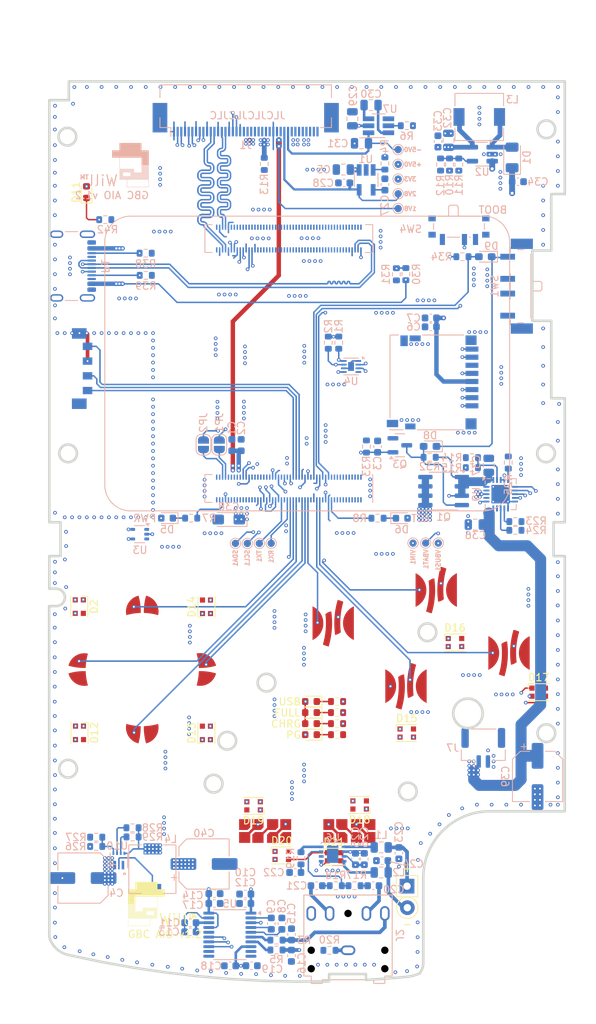
<source format=kicad_pcb>
(kicad_pcb (version 20240108) (generator "pcbnew") (generator_version "8.0")
  (layers (0 "F.Cu" jumper) (1 "In1.Cu" signal) (2 "In2.Cu" signal) (31 "B.Cu" signal) (34 "B.Paste" user) (35 "F.Paste" user) (36 "B.SilkS" user "B.Silkscreen") (37 "F.SilkS" user "F.Silkscreen") (38 "B.Mask" user) (39 "F.Mask" user) (44 "Edge.Cuts" user))
  (property "DrawnBy" "Cezar Chirila")
  (property "RevNum" "1.1")
  (net 0 "")
  (net 1 "+3V3")
  (net 2 "GND")
  (net 3 "+5V")
  (net 4 "Net-(U5-VNEG)")
  (net 5 "Net-(U5-CAPP)")
  (net 6 "Net-(U5-CAPM)")
  (net 7 "Net-(U5-LDOO)")
  (net 8 "/DSI1_D0_P")
  (net 9 "/DSI1_D0_N")
  (net 12 "Net-(U6-OUT+)")
  (net 13 "Net-(U6-OUT-)")
  (net 14 "/SCL0")
  (net 30 "Net-(D2-DIN)")
  (net 37 "+1V8")
  (net 38 "/SD_PWR_ON")
  (net 69 "/RXD0")
  (net 70 "/USB_P")
  (net 71 "/TXD0")
  (net 72 "/USB_N")
  (net 89 "/SD_DAT2")
  (net 90 "/SD_DAT3")
  (net 91 "/SD_CMD")
  (net 92 "/SD_CLK")
  (net 93 "/SD_DAT0")
  (net 94 "/SD_DAT1")
  (net 98 "/PWR_LED")
  (net 101 "/GLOBAL_EN")
  (net 102 "/DSI1_D1_P")
  (net 104 "/DSI1_D1_N")
  (net 106 "/DSI1_CLK_P")
  (net 108 "/DSI1_CLK_N")
  (net 110 "/DSI1_D2_P")
  (net 112 "/DSI1_D2_N")
  (net 114 "/ACT_LED")
  (net 115 "/DSI1_D3_P")
  (net 116 "/USB_OTG_ID")
  (net 117 "/DSI1_D3_N")
  (net 118 "/DSI1_PWM")
  (net 119 "/DSI1_RESET")
  (net 122 "Net-(U5-OUTL)")
  (net 123 "Net-(U5-OUTR)")
  (net 124 "Net-(U6-IN+)")
  (net 125 "/BTN_UP")
  (net 126 "/BTN_RIGHT")
  (net 127 "/BTN_BOTTOM")
  (net 128 "/BTN_LEFT")
  (net 129 "/BTN_B")
  (net 130 "/BTN_A")
  (net 131 "/BTN_START")
  (net 132 "/BTN_SELECT")
  (net 133 "/BTN_Y")
  (net 134 "/BTN_X")
  (net 135 "/SDA0")
  (net 136 "Net-(U6-IN-)")
  (net 137 "/PWR_ON")
  (net 138 "Net-(D8-K)")
  (net 139 "/AUDIO_L")
  (net 140 "/AUDIO_R")
  (net 141 "/AMP_L")
  (net 142 "Net-(C20-Pad2)")
  (net 143 "/AMP_R")
  (net 144 "Net-(C21-Pad2)")
  (net 145 "Net-(C22-Pad2)")
  (net 146 "GNDA")
  (net 149 "+BATT")
  (net 150 "/PCM_DOUT")
  (net 151 "/PCM_FS")
  (net 152 "/PCM_CLK")
  (net 153 "/DSI1_BL_A")
  (net 154 "/DSI1_BL_K")
  (net 155 "+2V8")
  (net 156 "-5V")
  (net 159 "Net-(C23-Pad1)")
  (net 160 "Net-(C24-Pad2)")
  (net 161 "Net-(U1-BP)")
  (net 162 "Net-(U7-CFLY-)")
  (net 163 "Net-(U7-CFLY+)")
  (net 164 "Net-(U2-SHDN)")
  (net 166 "Net-(D1-A)")
  (net 167 "Net-(D5-K)")
  (net 168 "Net-(D6-K)")
  (net 169 "Net-(U1-EN)")
  (net 170 "Net-(U7-EN)")
  (net 171 "/ALERT")
  (net 172 "Net-(D3-K)")
  (net 173 "VBUS")
  (net 174 "Net-(D4-K)")
  (net 175 "Net-(D7-K)")
  (net 176 "Net-(U9-VPCC)")
  (net 177 "Net-(U9-~{PG})")
  (net 178 "Net-(U9-STAT2)")
  (net 179 "Net-(U9-STAT1{slash}~{LBO})")
  (net 180 "Net-(U9-PROG3)")
  (net 181 "Net-(U9-PROG1)")
  (net 182 "Net-(U9-THERM)")
  (net 183 "Net-(U10-FB)")
  (net 184 "Net-(U10-EN)")
  (net 185 "Net-(U10-MODE)")
  (net 186 "/VBAT")
  (net 187 "/SW")
  (net 188 "/IP1")
  (net 189 "/IP0")
  (net 190 "/RPI_BOOT")
  (net 191 "Net-(D8-A)")
  (net 192 "/NAV_UP")
  (net 193 "/NAV_CLICK")
  (net 194 "/NAV_DOWN")
  (net 195 "/PWR_SW")
  (net 196 "Net-(D10-K)")
  (net 197 "/VIN")
  (net 198 "/BL_PWM")
  (net 200 "unconnected-(JP1-Pad2)")
  (net 201 "unconnected-(JP2-Pad2)")
  (net 205 "Net-(D11-K)")
  (net 206 "Net-(D12-DIN)")
  (net 207 "Net-(D12-DOUT)")
  (net 208 "Net-(D13-DOUT)")
  (net 209 "Net-(D14-DOUT)")
  (net 210 "Net-(D15-DOUT)")
  (net 211 "Net-(D16-DOUT)")
  (net 212 "Net-(D17-DOUT)")
  (net 213 "Net-(D18-DOUT)")
  (net 214 "Net-(D19-DOUT)")
  (net 215 "Net-(D20-DOUT)")
  (net 217 "/WS2812B")
  (footprint "Resistor_SMD:R_0603_1608Metric" (layer "F.Cu") (at 178 224.5)
    (property "Reference" "R35" (hide yes))
    (property "Value" "1K")
  )
  (footprint "LOGO" (layer "F.Cu") (at 151.1 248.47)
    (property "Reference" "")
    (property "Value" "" (hide yes))
  )
  (footprint "LED_SMD:LED_WS2812B-2020_PLCC4_2.0x2.0mm" (layer "F.Cu") (at 160.25 224.26 90)
    (property "Reference" "D13")
    (property "Value" "WS2812B")
  )
  (footprint "LED_SMD:LED_WS2812B-2020_PLCC4_2.0x2.0mm" (layer "F.Cu") (at 142.98 207.12 -90)
    (property "Reference" "D2")
    (property "Value" "WS2812B")
  )
  (footprint "LED_SMD:LED_0603_1608Metric" (layer "F.Cu") (at 174.46 221.5 180)
    (property "Reference" "D4" (hide yes))
    (property "Value" "LED")
  )
  (footprint "TestPoint:TestPoint_THTPad_D2.5mm_Drill1.2mm" (layer "F.Cu") (at 187.55 247.98)
    (property "Reference" "SPK-1" (hide yes))
    (property "Value" "TestPoint")
  )
  (footprint "LED_SMD:LED_0603_1608Metric" (layer "F.Cu") (at 174.46 223 180)
    (property "Reference" "D3" (hide yes))
    (property "Value" "LED")
  )
  (footprint "LED_SMD:LED_WS2812B-2020_PLCC4_2.0x2.0mm" (layer "F.Cu") (at 187.47 224.28)
    (property "Reference" "D15")
    (property "Value" "WS2812B")
  )
  (footprint "Resistor_SMD:R_0603_1608Metric" (layer "F.Cu") (at 178 220 180)
    (property "Reference" "R22" (hide yes))
    (property "Value" "1K")
  )
  (footprint "LED_SMD:LED_0603_1608Metric" (layer "F.Cu") (at 174.46 220 180)
    (property "Reference" "D7" (hide yes))
    (property "Value" "LED")
  )
  (footprint "LED_SMD:LED_WS2812B-2020_PLCC4_2.0x2.0mm" (layer "F.Cu") (at 194.02 211.99)
    (property "Reference" "D16")
    (property "Value" "WS2812B")
  )
  (footprint "LED_SMD:LED_WS2812B-2020_PLCC4_2.0x2.0mm" (layer "F.Cu") (at 160.26 207.14 90)
    (property "Reference" "D14")
    (property "Value" "WS2812B")
  )
  (footprint "LED_SMD:LED_WS2812B-2020_PLCC4_2.0x2.0mm" (layer "F.Cu") (at 143.01 224.25 -90)
    (property "Reference" "D12")
    (property "Value" "WS2812B")
  )
  (footprint "LED_SMD:LED_0603_1608Metric" (layer "F.Cu") (at 174.46 224.5 180)
    (property "Reference" "D10" (hide yes))
    (property "Value" "APA2107SECK")
  )
  (footprint "LED_SMD:LED_WS2812B-2020_PLCC4_2.0x2.0mm" (layer "F.Cu") (at 205.4 218.73)
    (property "Reference" "D17")
    (property "Value" "WS2812B")
  )
  (footprint "LED_SMD:LED_WS2812B-2020_PLCC4_2.0x2.0mm" (layer "F.Cu") (at 181.07 234.04 180)
    (property "Reference" "D18")
    (property "Value" "WS2812B")
  )
  (footprint "Resistor_SMD:R_0603_1608Metric" (layer "F.Cu") (at 178 221.5 180)
    (property "Reference" "R21" (hide yes))
    (property "Value" "1K")
  )
  (footprint "LED_SMD:LED_WS2812B-2020_PLCC4_2.0x2.0mm" (layer "F.Cu") (at 166.66 234.16 180)
    (property "Reference" "D19")
    (property "Value" "WS2812B")
  )
  (footprint "Resistor_SMD:R_0603_1608Metric" (layer "F.Cu") (at 178 223 180)
    (property "Reference" "R16" (hide yes))
    (property "Value" "1K")
  )
  (footprint "LED_SMD:LED_0603_1608Metric" (layer "F.Cu") (at 143.96 150.87 90)
    (property "Reference" "D11")
    (property "Value" "APA2107SECK")
  )
  (footprint "LED_SMD:LED_WS2812B-2020_PLCC4_2.0x2.0mm" (layer "F.Cu") (at 177.6 241.07)
    (property "Reference" "D21")
    (property "Value" "WS2812B")
  )
  (footprint "gbc_repro_lib:gbc_buttons" (layer "F.Cu") (at 173.95 196.974489)
    (property "Reference" "J6" (hide yes))
    (property "Value" "Conn_01x11")
  )
  (footprint "TestPoint:TestPoint_THTPad_2.5x2.5mm_Drill1.2mm" (layer "F.Cu") (at 187.51 245.06)
    (property "Reference" "SPK+1" (hide yes))
    (property "Value" "TestPoint")
  )
  (footprint "LED_SMD:LED_WS2812B-2020_PLCC4_2.0x2.0mm" (layer "F.Cu") (at 170.49 240.89)
    (property "Reference" "D20")
    (property "Value" "WS2812B")
  )
  (footprint "Resistor_SMD:R_0603_1608Metric" (layer "B.Cu") (at 196.32 186.9 180)
    (property "Reference" "R14")
    (property "Value" "TBD")
  )
  (footprint "Capacitor_SMD:C_0603_1608Metric" (layer "B.Cu") (at 184.125 241.6)
    (property "Reference" "C24")
    (property "Value" "10nF")
  )
  (footprint "Capacitor_Tantalum_SMD:CP_EIA-3216-18_Kemet-A_Pad1.58x1.35mm_HandSolder" (layer "B.Cu") (at 163.2875 195.3 180)
    (property "Reference" "C38")
    (property "Value" "~")
  )
  (footprint "Resistor_SMD:R_0603_1608Metric" (layer "B.Cu") (at 181.99 185.39 -90)
    (property "Reference" "R33")
    (property "Value" "1M")
  )
  (footprint "Capacitor_SMD:C_0805_2012Metric" (layer "B.Cu") (at 182.62 139.05)
    (property "Reference" "C30")
    (property "Value" "10uF")
  )
  (footprint "Resistor_SMD:R_0603_1608Metric" (layer "B.Cu") (at 202.23 196.76)
    (property "Reference" "R24")
    (property "Value" "1K")
  )
  (footprint "Capacitor_SMD:C_0603_1608Metric" (layer "B.Cu") (at 161.345 247.41)
    (property "Reference" "C17")
    (property "Value" "0.1uF")
  )
  (footprint "LED_SMD:LED_0603_1608Metric" (layer "B.Cu") (at 154.90625 195.11 180)
    (property "Reference" "D5")
    (property "Value" "PWR")
  )
  (footprint "Capacitor_SMD:C_0805_2012Metric" (layer "B.Cu") (at 196.78 195.98)
    (property "Reference" "C36")
    (property "Value" "10uf")
  )
  (footprint "Resistor_SMD:R_0603_1608Metric" (layer "B.Cu") (at 173.1 241.275 -90)
    (property "Reference" "R19")
    (property "Value" "150R")
  )
  (footprint "Capacitor_SMD:C_0603_1608Metric" (layer "B.Cu") (at 163.465 255.87 180)
    (property "Reference" "C18")
    (property "Value" "10uF")
  )
  (footprint "Resistor_SMD:R_0603_1608Metric" (layer "B.Cu") (at 192.06 147.1175 90)
    (property "Reference" "R12")
    (property "Value" "10k")
  )
  (footprint "Capacitor_SMD:C_0603_1608Metric" (layer "B.Cu") (at 183.51 185.4 -90)
    (property "Reference" "C3")
    (property "Value" "1nF")
  )
  (footprint "TestPoint:TestPoint_Pad_D1.0mm" (layer "B.Cu") (at 190.04 198.49 -90)
    (property "Reference" "VBAT1")
    (property "Value" "VBAT")
  )
  (footprint "Resistor_SMD:R_0603_1608Metric" (layer "B.Cu") (at 145.28 239.67)
    (property "Reference" "R26")
    (property "Value" "732K")
  )
  (footprint "PintryParts-Footprints:Raspberry-Pi-4-Compute-Module" (layer "B.Cu") (at 149.947 190.624489 90)
    (property "Reference" "Module1" (hide yes))
    (property "Value" "ComputeModule4-CM4")
  )
  (footprint "Package_SO:TSSOP-20_4.4x6.5mm_P0.65mm" (layer "B.Cu") (at 163.4375 251.645 180)
    (property "Reference" "U5")
    (property "Value" "PCM5102")
  )
  (footprint "Resistor_SMD:R_0603_1608Metric" (layer "B.Cu") (at 169.77 253.72 180)
    (property "Reference" "R5")
    (property "Value" "470R")
  )
  (footprint "Capacitor_SMD:CP_Elec_6.3x5.4" (layer "B.Cu") (at 143.48 243.96 180)
    (property "Reference" "C4")
    (property "Value" "865080443007")
  )
  (footprint "Capacitor_SMD:C_0603_1608Metric" (layer "B.Cu") (at 180.5 241.375 -90)
    (property "Reference" "C25")
    (property "Value" "10uF")
  )
  (footprint "Capacitor_SMD:C_0603_1608Metric" (layer "B.Cu") (at 181.7 241.375 -90)
    (property "Reference" "C26")
    (property "Value" "0.1uF")
  )
  (footprint "Package_DFN_QFN:CONV_TPS61022RWUR" (layer "B.Cu") (at 148.36 241.58 90)
    (property "Reference" "U10")
    (property "Value" "TPS61022RWUR")
  )
  (footprint "TestPoint:TestPoint_Pad_D1.0mm" (layer "B.Cu") (at 169.05 198.53 180)
    (property "Reference" "RX1")
    (property "Value" "RX")
  )
  (footprint "Resistor_SMD:R_0603_1608Metric" (layer "B.Cu") (at 180.375 245)
    (property "Reference" "R17")
    (property "Value" "150R")
  )
  (footprint "Capacitor_SMD:C_0603_1608Metric" (layer "B.Cu") (at 158.065 250.02 180)
    (property "Reference" "C11")
    (property "Value" "10uF")
  )
  (footprint "Capacitor_SMD:C_0603_1608Metric" (layer "B.Cu") (at 161.345 246.07)
    (property "Reference" "C14")
    (property "Value" "10uF")
  )
  (footprint "PintryParts-Footprints:C_0603_1608Metric" (layer "B.Cu") (at 164.97 185.195 90)
    (property "Reference" "C2")
    (property "Value" "0.1uF")
  )
  (footprint "TestPoint:TestPoint_Pad_D1.0mm" (layer "B.Cu") (at 188.32 198.5 180)
    (property "Reference" "VIN1")
    (property "Value" "VIN")
  )
  (footprint "Button_Switch_SMD:SW_SPDT_PCM12" (layer "B.Cu") (at 194.56 155.86)
    (property "Reference" "SW4")
    (property "Value" "SW_SPDT")
  )
  (footprint "Resistor_SMD:R_0603_1608Metric" (layer "B.Cu") (at 145.28 238.41 180)
    (property "Reference" "R27")
    (property "Value" "100K")
  )
  (footprint "Capacitor_SMD:C_0603_1608Metric" (layer "B.Cu") (at 172.325 243.2)
    (property "Reference" "C22")
    (property "Value" "10nF")
  )
  (footprint "Capacitor_SMD:C_0603_1608Metric" (layer "B.Cu") (at 171.8 254.505 -90)
    (property "Reference" "C16")
    (property "Value" "2.2nF")
  )
  (footprint "Capacitor_SMD:C_0603_1608Metric" (layer "B.Cu") (at 171.81 251.605 -90)
    (property "Reference" "C15")
    (property "Value" "2.2nF")
  )
  (footprint "Capacitor_SMD:C_0603_1608Metric" (layer "B.Cu") (at 178.96 149.61 180)
    (property "Reference" "C28")
    (property "Value" "1uF")
  )
  (footprint "Inductor_SMD:L_6.3x6.3_H3" (layer "B.Cu") (at 197.32 140.66125)
    (property "Reference" "L3")
    (property "Value" "6.8uH")
  )
  (footprint "Capacitor_SMD:C_0805_2012Metric" (layer "B.Cu") (at 178.85 147.8 180)
    (property "Reference" "C5")
    (property "Value" "10uF")
  )
  (footprint "TestPoint:TestPoint_Pad_D1.0mm" (layer "B.Cu") (at 186.3 145.09 180)
    (property "Reference" "-5V0")
    (property "Value" "TestPoint")
  )
  (footprint "TestPoint:TestPoint_Pad_D1.0mm" (layer "B.Cu") (at 186.3 151.09 180)
    (property "Reference" "2V8")
    (property "Value" "TestPoint")
  )
  (footprint "Connector_Card:microSD_HC_Hirose_DM3D-SF" (layer "B.Cu") (at 190.98 176.69 -90)
    (property "Reference" "J4" (hide yes))
    (property "Value" "DM3D-SF")
  )
  (footprint "Resistor_SMD:R_0603_1608Metric" (layer "B.Cu") (at 152.01 162.16)
    (property "Reference" "R39")
    (property "Value" "5.1K")
  )
  (footprint "Package_DFN_QFN:DFN-8-1EP_3x3mm_P0.65mm_EP1.55x2.4mm" (layer "B.Cu") (at 177.4 240.7)
    (property "Reference" "U6")
    (property "Value" "PAM8302AAY")
  )
  (footprint "TestPoint:TestPoint_Pad_D1.0mm" (layer "B.Cu") (at 164.19 198.54 180)
    (property "Reference" "SDA1")
    (property "Value" "SDA")
  )
  (footprint "Resistor_SMD:R_0603_1608Metric" (layer "B.Cu") (at 178.23 171.29 -90)
    (property "Reference" "R1")
    (property "Value" "1.8K")
  )
  (footprint "Package_TO_SOT_SMD:SOT-353_SC-70-5" (layer "B.Cu") (at 151.19 197.2875 180)
    (property "Reference" "U3")
    (property "Value" "SN74LV1T34DCK")
  )
  (footprint "PintryParts-Footprints:C_0603_1608Metric" (layer "B.Cu") (at 163.71 185.195 90)
    (property "Reference" "C1")
    (property "Value" "10uF")
  )
  (footprint "Capacitor_SMD:C_0805_2012Metric" (layer "B.Cu") (at 198.61 187.94 -90)
    (property "Reference" "C37")
    (property "Value" "10uf")
  )
  (footprint "Capacitor_SMD:C_0603_1608Metric" (layer "B.Cu") (at 186.4 240.575 -90)
    (property "Reference" "C23")
    (property "Value" "10nF")
  )
  (footprint "Diode_SMD:D_1206_3216Metric" (layer "B.Cu") (at 201.78 146.16 90)
    (property "Reference" "D1")
    (property "Value" "D_Schottky")
  )
  (footprint "Capacitor_SMD:C_0603_1608Metric" (layer "B.Cu") (at 165.525 247.41 180)
    (property "Reference" "C12")
    (property "Value" "0.1uF")
  )
  (footprint "Capacitor_SMD:C_0603_1608Metric" (layer "B.Cu") (at 175.225 245)
    (property "Reference" "C21")
    (property "Value" "10nF")
  )
  (footprint "Resistor_SMD:R_0603_1608Metric" (layer "B.Cu") (at 194.54 147.12 90)
    (property "Reference" "R11")
    (property "Value" "10k")
  )
  (footprint "Resistor_SMD:R_0603_1608Metric" (layer "B.Cu") (at 196.32 188.26)
    (property "Reference" "R15")
    (property "Value" "TBD")
  )
  (footprint "Resistor_SMD:R_0603_1608Metric" (layer "B.Cu") (at 158.18125 195.11)
    (property "Reference" "R7")
    (property "Value" "1K")
  )
  (footprint "Inductor_SMD:L_6.3x6.3_H3" (layer "B.Cu") (at 152.91 242.755 -90)
    (property "Reference" "L4")
    (property "Value" "1uH")
  )
  (footprint "Resistor_SMD:R_0603_1608Metric" (layer "B.Cu") (at 187.348 161.994 90)
    (property "Reference" "R30")
    (property "Value" "2.2K 1%")
  )
  (footprint "Capacitor_SMD:C_0603_1608Metric" (layer "B.Cu") (at 184.5 149.825 90)
    (property "Reference" "C27")
    (property "Value" "10nF")
  )
  (footprint "Capacitor_SMD:C_0805_2012Metric" (layer "B.Cu") (at 181.32 144.24 180)
    (property "Reference" "C31")
    (property "Value" "10uF")
  )
  (footprint "Capacitor_SMD:C_0603_1608Metric" (layer "B.Cu") (at 202.565 149.45 180)
    (property "Reference" "C34")
    (property "Value" "1uF")
  )
  (footprint "Capacitor_SMD:C_0603_1608Metric" (layer "B.Cu") (at 190.73 167.94 180)
    (property "Reference" "C7")
    (property "Value" "0.1uF")
  )
  (footprint "Resistor_SMD:R_0603_1608Metric" (layer "B.Cu") (at 186.064 162.0165 -90)
    (property "Reference" "R31")
    (property "Value" "2.2K 1%")
  )
  (footprint "Jumper:SolderJumper-2_P1.3mm_Open_RoundedPad1.0x1.5mm" (layer "B.Cu") (at 162 185.15 -90)
    (property "Reference" "JP1")
    (property "Value" "~")
  )
  (footprint "Capacitor_SMD:C_0603_1608Metric" (layer "B.Cu") (at 170.5 250.15 90)
    (property "Reference" "C8")
    (property "Value" "2.2uF")
  )
  (footprint "Capacitor_SMD:C_0603_1608Metric" (layer "B.Cu") (at 190.73 169.15 180)
    (property "Reference" "C6")
    (property "Value" "10uF")
  )
  (footprint "Capacitor_SMD:C_0603_1608Metric" (layer "B.Cu") (at 169.06 250.145 -90)
    (property "Reference" "C9")
    (property "Value" "2.2uF")
  )
  (footprint "Capacitor_SMD:CP_Elec_6.3x5.4" (layer "B.Cu") (at 159.93 242.05)
    (property "Reference" "C40")
    (property "Value" "865080443007")
  )
  (footprint "Capacitor_SMD:C_0805_2012Metric" (layer "B.Cu") (at 180.08 140.91 90)
    (property "Reference" "C29")
    (property "Value" "10uF")
  )
  (footprint "Button_Switch_SMD:SLLB510100" (layer "B.Cu") (at 139.975 174.795 -90)
    (property "Reference" "SW3" (hide yes))
    (property "Value" "SW_Push_Dual_x2" (hide yes))
  )
  (footprint "Resistor_SMD:R_0603_1608Metric" (layer "B.Cu") (at 202.23 195.58)
    (property "Reference" "R23")
    (property "Value" "100K")
  )
  (footprint "Resistor_SMD:R_0603_1608Metric" (layer "B.Cu") (at 151.995 159.15)
    (property "Reference" "R38")
    (property "Value" "5.1K")
  )
  (footprint "Capacitor_SMD:C_0805_2012Metric" (layer "B.Cu") (at 184 239.8 180)
    (property "Reference" "L1")
    (property "Value" "300mR")
  )
  (footprint "Resistor_SMD:R_0603_1608Metric" (layer "B.Cu") (at 195.035 159.63 180)
    (property "Reference" "R34")
    (property "Value" "10K")
  )
  (footprint "TestPoint:TestPoint_Pad_D1.0mm" (layer "B.Cu") (at 186.3 153.09 180)
    (property "Reference" "1V8")
    (property "Value" "TestPoint")
  )
  (footprint "Capacitor_SMD:C_0603_1608Metric" (layer "B.Cu") (at 166.395 255.86)
    (property "Reference" "C19")
    (property "Value" "0.1uF")
  )
  (footprint "Button_Switch_SMD:SW_SP3T_PCM13" (layer "B.Cu") (at 202.61 163.63 -90)
    (property "Reference" "SW1")
    (property "Value" "SW_Push")
  )
  (footprint "Capacitor_SMD:C_0603_1608Metric" (layer "B.Cu") (at 165.53 246.13 180)
    (property "Reference" "C10")
    (property "Value" "10uF")
  )
  (footprint "Capacitor_SMD:C_0805_2012Metric" (layer "B.Cu") (at 193.14 143.83 90)
    (property "Reference" "C32")
    (property "Value" "10uF")
  )
  (footprint "Resistor_SMD:R_0603_1608Metric" (layer "B.Cu") (at 183.5 195.12 180)
    (property "Reference" "R8")
    (property "Value" "1K")
  )
  (footprint "Package_TO_SOT_SMD:SOT-23-6_Handsoldering" (layer "B.Cu") (at 183.63 141.86)
    (property "Reference" "U7")
    (property "Value" "SGM3204YN6G/TR")
  )
  (footprint "Resistor_SMD:R_0603_1608Metric" (layer "B.Cu") (at 176.97 253.77 180)
    (property "Reference" "R20")
    (property "Value" "6R8")
  )
  (footprint "TestPoint:TestPoint_Pad_D1.0mm" (layer "B.Cu") (at 167.44 198.54 -90)
    (property "Reference" "TX1")
    (property "Value" "TX")
  )
  (footprint "Resistor_SMD:R_0603_1608Metric" (layer "B.Cu") (at 193.28 147.12 90)
    (property "Reference" "R10")
    (property "Value" "10k")
  )
  (footprint "Package_TO_SOT_SMD:SOT-23-5_HandSoldering" (layer "B.Cu") (at 197.73 145.7125 180)
    (property "Reference" "U2")
    (property "Value" "FAN5333B")
  )
  (footprint "Package_TO_SOT_SMD:SOT-23" (layer "B.Cu") (at 186.5325 185.225)
    (property "Reference" "Q3")
    (property "Value" "2N7002E")
  )
  (footprint "Connector_JST:JST_GH_SM02B-GHS-TB_1x02-1MP_P1.25mm_Horizontal" (layer "B.Cu") (at 197.87 226.29)
    (property "Reference" "J7")
    (property "Value" "Conn_01x02")
  )
  (footprint "TestPoint:TestPoint_Pad_D1.0mm" (layer "B.Cu") (at 186.3 147.09 180)
    (property "Reference" "+5V0")
    (property "Value" "TestPoint")
  )
  (footprint "Jumper:SolderJumper-2_P1.3mm_Open_RoundedPad1.0x1.5mm" (layer "B.Cu") (at 159.85 185.15 -90)
    (property "Reference" "JP2")
    (property "Value" "~")
  )
  (footprint "Resistor_SMD:R_0603_1608Metric" (layer "B.Cu") (at 187.485 141.85 180)
    (property "Reference" "R6")
    (property "Value" "10k")
  )
  (footprint "Package_TO_SOT_SMD:SOT-23-5_HandSoldering" (layer "B.Cu") (at 181.95 149.2 -90)
    (property "Reference" "U1")
    (property "Value" "SGM2019-2.8YN5G/TR")
  )
  (footprint "Capacitor_SMD:C_0805_2012Metric" (layer "B.Cu") (at 184 243.2 180)
    (property "Reference" "L2")
    (property "Value" "300mR")
  )
  (footprint "TestPoint:TestPoint_Pad_D1.0mm" (layer "B.Cu") (at 165.81 198.54 90)
    (property "Reference" "SCL1")
    (property "Value" "SCL")
  )
  (footprint "Diode_SMD:D_0603_1608Metric_Pad1.05x0.95mm_HandSolder" (layer "B.Cu") (at 190.6375 185.37 180)
    (property "Reference" "D8")
    (property "Value" "D_Schottky")
  )
  (footprint "Package_DFN_QFN:QFN-20-1EP_4x4mm_P0.5mm_EP2.5x2.5mm_ThermalVias" (layer "B.Cu") (at 200.23 191.86 -90)
    (property "Reference" "U9")
    (property "Value" "MCP73871-2CAI_ML")
  )
  (footprint "Connector_FFC-FPC:Hirose_FH12-40S-0.5SH_1x40-1MP_P0.50mm_Horizontal" (layer "B.Cu") (at 165.59 140.8)
    (property "Reference" "J1")
    (property "Value" "Conn_01x40")
  )
  (footprint "LOGO" (layer "B.Cu") (at 150.93 148.19 180)
    (property "Reference" "")
    (property "Value" "" (hide yes))
  )
  (footprint "LED_SMD:LED_0603_1608Metric" (layer "B.Cu") (at 186.79 195.12)
    (property "Reference" "D6")
    (property "Value" "ACT")
  )
  (footprint "Resistor_SMD:R_0603_1608Metric" (layer "B.Cu") (at 177.825 245 180)
    (property "Reference" "R18")
    (property "Value" "150R")
  )
  (footprint "Capacitor_SMD:C_0603_1608Metric" (layer "B.Cu") (at 191.71 143.9875 90)
    (property "Reference" "C33")
    (property "Value" "1uF")
  )
  (footprint "Resistor_SMD:R_0603_1608Metric" (layer "B.Cu") (at 190.58 186.85 180)
    (property "Reference" "R32")
    (property "Value" "1M")
  )
  (footprint "TestPoint:TestPoint_Pad_D1.0mm" (layer "B.Cu") (at 191.75 198.5 -90)
    (property "Reference" "VBUS1")
    (property "Value" "VBUS")
  )
  (footprint "Capacitor_SMD:C_0603_1608Metric" (layer "B.Cu") (at 158.065 251.26 180)
    (property "Reference" "C13")
    (property "Value" "0.1uF")
  )
  (footprint "Resistor_SMD:R_0603_1608Metric" (layer "B.Cu") (at 201.26 187.565 90)
    (property "Reference" "R25")
    (property "Value" "10K")
  )
  (footprint "Capacitor_SMD:CP_Elec_6.3x5.4" (layer "B.Cu") (at 205.24 230.17 -90)
    (property "Reference" "C39")
    (property "Value" "865080443007")
  )
  (footprint "Resistor_SMD:R_0603_1608Metric" (layer "B.Cu") (at 146.51 154.6)
    (property "Reference" "R42")
    (property "Value" "1K")
  )
  (footprint "Connector_USB:USB_C_Receptacle_GCT_USB4105-xx-A_16P_TopMnt_Horizontal" (layer "B.Cu") (at 140.98 160.9 90)
    (property "Reference" "P1")
    (property "Value" "USB_C_Plug_USB2.0")
  )
  (footprint "TestPoint:TestPoint_Pad_D1.0mm" (layer "B.Cu") (at 186.3 149.09 180)
    (property "Reference" "3V3")
    (property "Value" "TestPoint")
  )
  (footprint "Resistor_SMD:R_0603_1608Metric" (layer "B.Cu") (at 184.5 146.975 -90)
    (property "Reference" "R4")
    (property "Value" "10k")
  )
  (footprint "Capacitor_SMD:C_0603_1608Metric" (layer "B.Cu") (at 182.925 245 180)
    (property "Reference" "C20")
    (property "Value" "10nF")
  )
  (footprint "Resistor_SMD:R_0603_1608Metric" (layer "B.Cu") (at 176.81 171.295 -90)
    (property "Reference" "R2")
    (property "Value" "1.8K")
  )
  (footprint "Package_SO:SOIC-8_3.9x4.9mm_P1.27mm" (layer "B.Cu") (at 192.475 191.435 180)
    (property "Reference" "Q1")
    (property "Value" "AO4407C")
  )
  (footprint "Resistor_SMD:R_0603_1608Metric" (layer "B.Cu") (at 150.21 237.135 180)
    (property "Reference" "R28")
    (property "Value" "10K")
  )
  (footprint "Package_DFN_QFN:TDFN-8-1EP_2x2mm_P0.5mm_EP0.8x1.2mm" (layer "B.Cu") (at 179.9025 174.5275 180)
    (property "Reference" "U4")
    (property "Value" "MAX17048G")
  )
  (footprint "Resistor_SMD:R_0603_1608Metric" (layer "B.Cu") (at 168.11 147.035 90)
    (property "Reference" "R13")
    (property "Value" "2R")
  )
  (footprint "Diode_SMD:D_0603_1608Metric_Pad1.05x0.95mm_HandSolder" (layer "B.Cu") (at 198.135 159.63 180)
    (property "Reference" "D9")
    (property "Value" "D_Schottky")
  )
  (footprint "gbc_repro_lib:PJ307_jack" (layer "B.Cu") (at 179.49 253.76 90)
    (property "Reference" "J2")
    (property "Value" "AudioJack2_Ground_Switch")
  )
  (footprint "Resistor_SMD:R_0603_1608Metric" (layer "B.Cu") (at 169.77 252.38 180)
    (property "Reference" "R3")
    (property "Value" "470R")
  )
  (footprint "Resistor_SMD:R_0603_1608Metric" (layer "B.Cu") (at 150.215 238.375 180)
    (property "Reference" "R29")
    (property "Value" "10K")
  )
  (gr_line (start 186.82 242.14) (end 185.22 241.74) (stroke (width 0.15)) (layer "B.SilkS"))
  (gr_poly (pts (xy 161.292867 229.954102) (xy 161.353809 229.958736) (xy 161.413864 229.966367) (xy 161.472957 229.97692) (xy 161.531014 229.99032) (xy 161.587959 230.00649) (xy 161.643715 230.025356) (xy 161.698209 230.046842) (xy 161.751365 230.070873) (xy 161.803106 230.097373) (xy 161.853359 230.126268) (xy 161.902046 230.157481) (xy 161.949094 230.190937) (xy 161.994426 230.226561) (xy 162.037968 230.264277) (xy 162.079643 230.304011) (xy 162.119377 230.345686) (xy 162.157093 230.389227) (xy 162.192717 230.434559) (xy 162.226174 230.481607) (xy 162.257387 230.530294) (xy 162.286281 230.580547) (xy 162.312782 230.632288) (xy 162.336813 230.685444) (xy 162.358299 230.739937) (xy 162.377165 230.795694) (xy 162.393335 230.852639) (xy 162.406735 230.910696) (xy 162.417288 230.969789) (xy 162.424919 231.029845) (xy 162.429553 231.090786) (xy 162.431115 231.152538) (xy 162.429553 231.21429) (xy 162.424919 231.275231) (xy 162.417288 231.335286) (xy 162.406735 231.39438) (xy 162.393335 231.452436) (xy 162.377165 231.509381) (xy 162.358299 231.565138) (xy 162.336813 231.619632) (xy 162.312782 231.672787) (xy 162.286281 231.724529) (xy 162.257387 231.774781) (xy 162.226174 231.823469) (xy 162.192717 231.870516) (xy 162.157093 231.915848) (xy 162.119377 231.95939) (xy 162.079643 232.001065) (xy 162.037968 232.040798) (xy 161.994426 232.078515) (xy 161.949094 232.114139) (xy 161.902046 232.147595) (xy 161.853359 232.178808) (xy 161.803106 232.207702) (xy 161.751365 232.234202) (xy 161.698209 232.258233) (xy 161.643715 232.279719) (xy 161.587959 232.298585) (xy 161.531014 232.314756) (xy 161.472957 232.328155) (xy 161.413864 232.338708) (xy 161.353809 232.346339) (xy 161.292867 232.350973) (xy 161.231116 232.352535) (xy 161.169364 232.350973) (xy 161.108423 232.346339) (xy 161.048368 232.338708) (xy 160.989274 232.328155) (xy 160.931217 232.314756) (xy 160.874273 232.298585) (xy 160.818516 232.279719) (xy 160.764022 232.258233) (xy 160.710867 232.234202) (xy 160.659125 232.207702) (xy 160.608873 232.178808) (xy 160.560185 232.147595) (xy 160.513137 232.114139) (xy 160.467805 232.078515) (xy 160.424264 232.040798) (xy 160.382589 232.001065) (xy 160.342855 231.95939) (xy 160.305138 231.915848) (xy 160.269514 231.870516) (xy 160.236058 231.823469) (xy 160.204845 231.774781) (xy 160.17595 231.724529) (xy 160.14945 231.672787) (xy 160.125419 231.619632) (xy 160.103933 231.565138) (xy 160.085066 231.509381) (xy 160.068896 231.452436) (xy 160.055497 231.39438) (xy 160.044944 231.335286) (xy 160.037312 231.275231) (xy 160.032678 231.21429) (xy 160.031117 231.152538) (xy 160.032678 231.090786) (xy 160.037312 231.029845) (xy 160.044944 230.969789) (xy 160.055497 230.910696) (xy 160.068896 230.852639) (xy 160.085066 230.795694) (xy 160.103933 230.739937) (xy 160.125419 230.685444) (xy 160.14945 230.632288) (xy 160.17595 230.580547) (xy 160.204845 230.530294) (xy 160.236058 230.481607) (xy 160.269514 230.434559) (xy 160.305138 230.389227) (xy 160.342855 230.345686) (xy 160.382589 230.304011) (xy 160.424264 230.264277) (xy 160.467805 230.226561) (xy 160.513137 230.190937) (xy 160.560185 230.157481) (xy 160.608873 230.126268) (xy 160.659125 230.097373) (xy 160.710867 230.070873) (xy 160.764022 230.046842) (xy 160.818516 230.025356) (xy 160.874273 230.00649) (xy 160.931217 229.99032) (xy 160.989274 229.97692) (xy 161.048368 229.966367) (xy 161.108423 229.958736) (xy 161.169364 229.954102) (xy 161.231116 229.952541)) (stroke (width 0.349999)) (fill none) (layer "Edge.Cuts"))
  (gr_poly (pts (xy 206.449988 185.118855) (xy 206.51093 185.123489) (xy 206.570986 185.13112) (xy 206.63008 185.141673) (xy 206.688137 185.155073) (xy 206.745082 185.171243) (xy 206.80084 185.190109) (xy 206.855334 185.211596) (xy 206.90849 185.235627) (xy 206.960232 185.262127) (xy 207.010484 185.291022) (xy 207.059172 185.322235) (xy 207.10622 185.355691) (xy 207.151552 185.391315) (xy 207.195094 185.429032) (xy 207.236769 185.468766) (xy 207.276503 185.510441) (xy 207.314219 185.553982) (xy 207.349843 185.599315) (xy 207.3833 185.646362) (xy 207.414513 185.69505) (xy 207.443407 185.745303) (xy 207.469908 185.797044) (xy 207.493939 185.8502) (xy 207.515425 185.904694) (xy 207.534291 185.960451) (xy 207.550461 186.017395) (xy 207.56386 186.075452) (xy 207.574413 186.134546) (xy 207.582045 186.194601) (xy 207.586679 186.255543) (xy 207.58824 186.317294) (xy 207.586679 186.379046) (xy 207.582045 186.439988) (xy 207.574413 186.500043) (xy 207.56386 186.559136) (xy 207.550461 186.617193) (xy 207.534291 186.674138) (xy 207.515425 186.729895) (xy 207.493939 186.784389) (xy 207.469908 186.837544) (xy 207.443407 186.889285) (xy 207.414513 186.939538) (xy 207.3833 186.988225) (xy 207.349843 187.035273) (xy 207.314219 187.080605) (xy 207.276503 187.124146) (xy 207.236769 187.165821) (xy 207.195094 187.205555) (xy 207.151552 187.243271) (xy 207.10622 187.278895) (xy 207.059172 187.312351) (xy 207.010484 187.343564) (xy 206.960232 187.372459) (xy 206.90849 187.398959) (xy 206.855334 187.42299) (xy 206.80084 187.444476) (xy 206.745082 187.463342) (xy 206.688137 187.479512) (xy 206.63008 187.492912) (xy 206.570986 187.503465) (xy 206.51093 187.511096) (xy 206.449988 187.51573) (xy 206.388235 187.517291) (xy 206.326484 187.51573) (xy 206.265544 187.511096) (xy 206.205489 187.503465) (xy 206.146396 187.492912) (xy 206.088339 187.479512) (xy 206.031395 187.463342) (xy 205.975638 187.444476) (xy 205.921145 187.42299) (xy 205.867989 187.398959) (xy 205.816248 187.372459) (xy 205.765996 187.343564) (xy 205.717308 187.312351) (xy 205.67026 187.278895) (xy 205.624928 187.243271) (xy 205.581387 187.205555) (xy 205.539711 187.165821) (xy 205.499978 187.124146) (xy 205.462261 187.080605) (xy 205.426637 187.035273) (xy 205.39318 186.988225) (xy 205.361967 186.939538) (xy 205.333073 186.889285) (xy 205.306572 186.837544) (xy 205.282541 186.784389) (xy 205.261055 186.729895) (xy 205.242188 186.674138) (xy 205.226018 186.617193) (xy 205.212618 186.559136) (xy 205.202065 186.500043) (xy 205.194434 186.439988) (xy 205.1898 186.379046) (xy 205.188239 186.317294) (xy 205.1898 186.255543) (xy 205.194434 186.194601) (xy 205.202065 186.134546) (xy 205.212618 186.075452) (xy 205.226018 186.017395) (xy 205.242188 185.960451) (xy 205.261055 185.904694) (xy 205.282541 185.8502) (xy 205.306572 185.797044) (xy 205.333073 185.745303) (xy 205.361967 185.69505) (xy 205.39318 185.646362) (xy 205.426637 185.599315) (xy 205.462261 185.553982) (xy 205.499978 185.510441) (xy 205.539711 185.468766) (xy 205.581387 185.429032) (xy 205.624928 185.391315) (xy 205.67026 185.355691) (xy 205.717308 185.322235) (xy 205.765996 185.291022) (xy 205.816248 185.262127) (xy 205.867989 185.235627) (xy 205.921145 185.211596) (xy 205.975638 185.190109) (xy 206.031395 185.171243) (xy 206.088339 185.155073) (xy 206.146396 185.141673) (xy 206.205489 185.13112) (xy 206.265544 185.123489) (xy 206.326484 185.118855) (xy 206.388235 185.117294)) (stroke (width 0.349999)) (fill none) (layer "Edge.Cuts"))
  (gr_poly (pts (xy 163.141407 224.124863) (xy 163.202348 224.129497) (xy 163.262403 224.137129) (xy 163.321497 224.147682) (xy 163.379554 224.161081) (xy 163.436499 224.177252) (xy 163.492256 224.196118) (xy 163.54675 224.217604) (xy 163.599905 224.241636) (xy 163.651647 224.268136) (xy 163.701899 224.297031) (xy 163.750587 224.328244) (xy 163.797635 224.361701) (xy 163.842967 224.397325) (xy 163.886509 224.435042) (xy 163.928184 224.474776) (xy 163.967918 224.516451) (xy 164.005634 224.559993) (xy 164.041258 224.605325) (xy 164.074715 224.652373) (xy 164.105928 224.701061) (xy 164.134822 224.751314) (xy 164.161323 224.803056) (xy 164.185354 224.856211) (xy 164.20684 224.910705) (xy 164.225706 224.966462) (xy 164.241877 225.023407) (xy 164.255276 225.081464) (xy 164.265829 225.140558) (xy 164.27346 225.200613) (xy 164.278094 225.261554) (xy 164.279656 225.323306) (xy 164.278094 225.385058) (xy 164.27346 225.446) (xy 164.265829 225.506055) (xy 164.255276 225.565149) (xy 164.241877 225.623206) (xy 164.225706 225.68015) (xy 164.20684 225.735908) (xy 164.185354 225.790402) (xy 164.161323 225.843557) (xy 164.134822 225.895299) (xy 164.105928 225.945552) (xy 164.074715 225.99424) (xy 164.041258 226.041288) (xy 164.005634 226.08662) (xy 163.967918 226.130162) (xy 163.928184 226.171837) (xy 163.886509 226.211571) (xy 163.842967 226.249288) (xy 163.797635 226.284912) (xy 163.750587 226.318369) (xy 163.701899 226.349582) (xy 163.651647 226.378477) (xy 163.599905 226.404977) (xy 163.54675 226.429008) (xy 163.492256 226.450495) (xy 163.436499 226.469361) (xy 163.379554 226.485532) (xy 163.321497 226.498931) (xy 163.262403 226.509484) (xy 163.202348 226.517116) (xy 163.141407 226.52175) (xy 163.079655 226.523311) (xy 163.017903 226.52175) (xy 162.956962 226.517116) (xy 162.896907 226.509484) (xy 162.837814 226.498931) (xy 162.779757 226.485532) (xy 162.722812 226.469361) (xy 162.667055 226.450495) (xy 162.612562 226.429008) (xy 162.559406 226.404977) (xy 162.507665 226.378477) (xy 162.457412 226.349582) (xy 162.408724 226.318369) (xy 162.361677 226.284912) (xy 162.316345 226.249288) (xy 162.272803 226.211571) (xy 162.231128 226.171837) (xy 162.191394 226.130162) (xy 162.153678 226.08662) (xy 162.118054 226.041288) (xy 162.084597 225.99424) (xy 162.053384 225.945552) (xy 162.02449 225.895299) (xy 161.997989 225.843557) (xy 161.973958 225.790402) (xy 161.952472 225.735908) (xy 161.933606 225.68015) (xy 161.917435 225.623206) (xy 161.904036 225.565149) (xy 161.893483 225.506055) (xy 161.885852 225.446) (xy 161.881218 225.385058) (xy 161.879656 225.323306) (xy 161.881218 225.261554) (xy 161.885852 225.200613) (xy 161.893483 225.140558) (xy 161.904036 225.081464) (xy 161.917435 225.023407) (xy 161.933606 224.966462) (xy 161.952472 224.910705) (xy 161.973958 224.856211) (xy 161.997989 224.803056) (xy 162.02449 224.751314) (xy 162.053384 224.701061) (xy 162.084597 224.652373) (xy 162.118054 224.605325) (xy 162.153678 224.559993) (xy 162.191394 224.516451) (xy 162.231128 224.474776) (xy 162.272803 224.435042) (xy 162.316345 224.397325) (xy 162.361677 224.361701) (xy 162.408724 224.328244) (xy 162.457412 224.297031) (xy 162.507665 224.268136) (xy 162.559406 224.241636) (xy 162.612562 224.217604) (xy 162.667055 224.196118) (xy 162.722812 224.177252) (xy 162.779757 224.161081) (xy 162.837814 224.147682) (xy 162.896907 224.137129) (xy 162.956962 224.129497) (xy 163.017903 224.124863) (xy 163.079655 224.123302)) (stroke (width 0.349999)) (fill none) (layer "Edge.Cuts"))
  (gr_poly (pts (xy 141.42 142.14) (xy 141.480941 142.144634) (xy 141.540996 142.152265) (xy 141.60009 142.162818) (xy 141.658147 142.176217) (xy 141.715092 142.192388) (xy 141.770849 142.211254) (xy 141.825343 142.23274) (xy 141.878498 142.256771) (xy 141.93024 142.283272) (xy 141.980492 142.312166) (xy 142.02918 142.343379) (xy 142.076228 142.376836) (xy 142.12156 142.41246) (xy 142.165101 142.450176) (xy 142.206777 142.48991) (xy 142.24651 142.531585) (xy 142.284227 142.575127) (xy 142.319851 142.620459) (xy 142.353307 142.667507) (xy 142.38452 142.716194) (xy 142.413415 142.766447) (xy 142.439915 142.818189) (xy 142.463947 142.871344) (xy 142.485433 142.925838) (xy 142.504299 142.981595) (xy 142.520469 143.03854) (xy 142.533869 143.096596) (xy 142.544422 143.15569) (xy 142.552053 143.215745) (xy 142.556687 143.276687) (xy 142.558248 143.338438) (xy 142.556687 143.40019) (xy 142.552053 143.461132) (xy 142.544422 143.521187) (xy 142.533869 143.580281) (xy 142.520469 143.638337) (xy 142.504299 143.695282) (xy 142.485433 143.751039) (xy 142.463947 143.805533) (xy 142.439915 143.858689) (xy 142.413415 143.91043) (xy 142.38452 143.960683) (xy 142.353307 144.00937) (xy 142.319851 144.056418) (xy 142.284227 144.101751) (xy 142.24651 144.145292) (xy 142.206777 144.186967) (xy 142.165101 144.226701) (xy 142.12156 144.264417) (xy 142.076228 144.300042) (xy 142.02918 144.333498) (xy 141.980492 144.364711) (xy 141.93024 144.393606) (xy 141.878498 144.420106) (xy 141.825343 144.444137) (xy 141.770849 144.465623) (xy 141.715092 144.48449) (xy 141.658147 144.50066) (xy 141.60009 144.514059) (xy 141.540996 144.524612) (xy 141.480941 144.532244) (xy 141.42 144.536878) (xy 141.358248 144.538439) (xy 141.296496 144.536878) (xy 141.235555 144.532244) (xy 141.1755 144.524612) (xy 141.116406 144.514059) (xy 141.058349 144.50066) (xy 141.001404 144.48449) (xy 140.945647 144.465623) (xy 140.891153 144.444137) (xy 140.837998 144.420106) (xy 140.786256 144.393606) (xy 140.736004 144.364711) (xy 140.687316 144.333498) (xy 140.640268 144.300042) (xy 140.594936 144.264417) (xy 140.551394 144.226701) (xy 140.509719 144.186967) (xy 140.469985 144.145292) (xy 140.432269 144.101751) (xy 140.396645 144.056418) (xy 140.363188 144.00937) (xy 140.331975 143.960683) (xy 140.303081 143.91043) (xy 140.27658 143.858689) (xy 140.252549 143.805533) (xy 140.231063 143.751039) (xy 140.212197 143.695282) (xy 140.196026 143.638337) (xy 140.182627 143.580281) (xy 140.172074 143.521187) (xy 140.164443 143.461132) (xy 140.159809 143.40019) (xy 140.158247 143.338438) (xy 140.159809 143.276687) (xy 140.164443 143.215745) (xy 140.172074 143.15569) (xy 140.182627 143.096596) (xy 140.196026 143.03854) (xy 140.212197 142.981595) (xy 140.231063 142.925838) (xy 140.252549 142.871344) (xy 140.27658 142.818189) (xy 140.303081 142.766447) (xy 140.331975 142.716194) (xy 140.363188 142.667507) (xy 140.396645 142.620459) (xy 140.432269 142.575127) (xy 140.469985 142.531585) (xy 140.509719 142.48991) (xy 140.551394 142.450176) (xy 140.594936 142.41246) (xy 140.640268 142.376836) (xy 140.687316 142.343379) (xy 140.736004 142.312166) (xy 140.786256 142.283272) (xy 140.837998 142.256771) (xy 140.891153 142.23274) (xy 140.945647 142.211254) (xy 141.001404 142.192388) (xy 141.058349 142.176217) (xy 141.116406 142.162818) (xy 141.1755 142.152265) (xy 141.235555 142.144634) (xy 141.296496 142.14) (xy 141.358248 142.138438)) (stroke (width 0.349999)) (fill none) (layer "Edge.Cuts"))
  (gr_poly (pts (xy 208.938239 151.121054) (xy 207.10092 151.121054) (xy 207.10092 158.791593) (xy 204.534583 158.791593) (xy 204.534583 168.335109) (xy 207.10092 168.335109) (xy 207.10092 178.843738) (xy 208.938239 178.843738) (xy 208.938239 195.672023) (xy 207.418234 195.672023) (xy 207.418234 200.264202) (xy 208.938239 200.264202) (xy 208.938239 234.903163) (xy 198.54249 234.903118) (xy 198.081467 234.923947) (xy 197.626891 234.967499) (xy 197.179314 235.033207) (xy 196.739283 235.120503) (xy 196.307348 235.228819) (xy 195.884058 235.35759) (xy 195.469962 235.506247) (xy 195.065609 235.674223) (xy 194.671548 235.860951) (xy 194.288328 236.065864) (xy 193.916499 236.288394) (xy 193.556609 236.527974) (xy 193.209207 236.784037) (xy 192.874843 237.056016) (xy 192.554065 237.343343) (xy 192.247423 237.645451) (xy 191.955465 237.961773) (xy 191.678741 238.291742) (xy 191.4178 238.63479) (xy 191.173191 238.99035) (xy 190.945463 239.357855) (xy 190.735165 239.736737) (xy 190.542846 240.12643) (xy 190.369055 240.526366) (xy 190.214341 240.935977) (xy 190.079254 241.354697) (xy 189.964342 241.781959) (xy 189.870154 242.217194) (xy 189.79724 242.659836) (xy 189.746149 243.109318) (xy 189.717429 243.565072) (xy 189.71163 244.026531) (xy 189.711672 255.400623) (xy 189.712214 255.5029) (xy 189.708245 255.604746) (xy 189.69981 255.706023) (xy 189.686958 255.80659) (xy 189.669734 255.906308) (xy 189.648186 256.005038) (xy 189.62236 256.10264) (xy 189.592304 256.198975) (xy 189.558063 256.293904) (xy 189.519686 256.387286) (xy 189.477219 256.478984) (xy 189.430709 256.568857) (xy 189.380202 256.656766) (xy 189.325746 256.742571) (xy 189.267387 256.826133) (xy 189.205172 256.907314) (xy 189.086982 256.957764) (xy 188.967804 257.005534) (xy 188.847683 257.050612) (xy 188.726667 257.092987) (xy 188.6048 257.132648) (xy 188.48213 257.169583) (xy 188.358703 257.203782) (xy 188.234565 257.235234) (xy 188.109761 257.263927) (xy 187.984339 257.28985) (xy 187.858344 257.312992) (xy 187.731823 257.333342) (xy 187.604822 257.350889) (xy 187.477387 257.365622) (xy 187.349564 257.377529) (xy 187.2214 257.3866) (xy 185.897777 257.504374) (xy 184.573161 257.610009) (xy 183.247632 257.703496) (xy 181.921267 257.784831) (xy 181.921267 256.981868) (xy 176.921267 256.981868) (xy 176.921236 257.981937) (xy 172.47018 258.012074) (xy 168.023434 257.905652) (xy 163.584127 257.662986) (xy 159.155383 257.284391) (xy 154.740331 256.770183) (xy 150.342096 256.120677) (xy 145.963804 255.336189) (xy 141.608584 254.417034) (xy 141.608576 254.417125) (xy 141.367092 254.365189) (xy 141.132178 254.296676) (xy 140.904502 254.212202) (xy 140.684735 254.112379) (xy 140.473547 253.997822) (xy 140.271608 253.869146) (xy 140.079587 253.726964) (xy 139.898154 253.571891) (xy 139.72798 253.404541) (xy 139.569733 253.225529) (xy 139.424084 253.035467) (xy 139.291702 252.834972) (xy 139.173258 252.624656) (xy 139.069421 252.405134) (xy 138.980861 252.17702) (xy 138.908247 251.940929) (xy 138.882021 207.049037) (xy 139.836184 207.049022) (xy 139.875867 207.048487) (xy 139.915337 207.046638) (xy 139.954567 207.04349) (xy 139.99353 207.03906) (xy 140.0322 207.033362) (xy 140.070547 207.026412) (xy 140.108547 207.018226) (xy 140.14617 207.00882) (xy 140.183391 206.998209) (xy 140.220181 206.986409) (xy 140.256515 206.973435) (xy 140.292363 206.959303) (xy 140.327701 206.944028) (xy 140.362499 206.927627) (xy 140.396731 206.910115) (xy 140.43037 206.891508) (xy 140.463389 206.87182) (xy 140.49576 206.851068) (xy 140.527456 206.829268) (xy 140.55845 206.806434) (xy 140.588715 206.782583) (xy 140.618224 206.75773) (xy 140.646949 206.731891) (xy 140.674864 206.705081) (xy 140.70194 206.677317) (xy 140.728152 206.648613) (xy 140.753471 206.618985) (xy 140.777871 206.58845) (xy 140.801324 206.557021) (xy 140.823804 206.524716) (xy 140.845282 206.49155) (xy 140.865732 206.457538) (xy 140.903096 206.387717) (xy 140.935477 206.316141) (xy 140.962877 206.24306) (xy 140.985295 206.168725) (xy 141.002732 206.093387) (xy 141.015187 206.017296) (xy 141.02266 205.940704) (xy 141.025151 205.86386) (xy 141.022661 205.787017) (xy 141.01519 205.710425) (xy 141.002736 205.634334) (xy 140.985301 205.558996) (xy 140.962884 205.484661) (xy 140.935486 205.41158) (xy 140.903106 205.340004) (xy 140.865744 205.270183) (xy 140.823817 205.203003) (xy 140.777886 205.139269) (xy 140.728168 205.079104) (xy 140.674881 205.022634) (xy 140.618243 204.969984) (xy 140.558471 204.921279) (xy 140.495782 204.876643) (xy 140.430393 204.836202) (xy 140.362523 204.800081) (xy 140.292389 204.768404) (xy 140.220208 204.741297) (xy 140.146197 204.718884) (xy 140.070575 204.70129) (xy 139.993558 204.688641) (xy 139.915364 204.681062) (xy 139.836211 204.678676) (xy 138.908247 204.678676) (xy 138.908247 200.264202) (xy 140.428248 200.264202) (xy 140.428248 195.672023) (xy 138.908247 195.672023) (xy 138.908247 138.38282) (xy 141.55918 138.38282) (xy 141.55918 135.83844) (xy 208.938239 135.83844)) (stroke (width 0.349999)) (fill none) (layer "Edge.Cuts"))
  (gr_poly (pts (xy 187.680017 231.011048) (xy 187.740959 231.015682) (xy 187.801014 231.023313) (xy 187.860108 231.033866) (xy 187.918165 231.047266) (xy 187.975109 231.063436) (xy 188.030866 231.082303) (xy 188.08536 231.103789) (xy 188.138516 231.12782) (xy 188.190257 231.154321) (xy 188.24051 231.183215) (xy 188.289198 231.214429) (xy 188.336245 231.247885) (xy 188.381578 231.283509) (xy 188.425119 231.321226) (xy 188.466794 231.360959) (xy 188.506528 231.402635) (xy 188.544245 231.446176) (xy 188.579869 231.491508) (xy 188.613325 231.538556) (xy 188.644538 231.587244) (xy 188.673433 231.637496) (xy 188.699933 231.689237) (xy 188.723964 231.742393) (xy 188.745451 231.796886) (xy 188.764317 231.852643) (xy 188.780487 231.909587) (xy 188.793887 231.967644) (xy 188.80444 232.026737) (xy 188.812071 232.086792) (xy 188.816705 232.147732) (xy 188.818266 232.209483) (xy 188.816705 232.271236) (xy 188.812071 232.332178) (xy 188.80444 232.392234) (xy 188.793887 232.451328) (xy 188.780487 232.509385) (xy 188.764317 232.56633) (xy 188.745451 232.622088) (xy 188.723964 232.676582) (xy 188.699933 232.729738) (xy 188.673433 232.78148) (xy 188.644538 232.831732) (xy 188.613325 232.88042) (xy 188.579869 232.927468) (xy 188.544245 232.9728) (xy 188.506528 233.016342) (xy 188.466794 233.058017) (xy 188.425119 233.097751) (xy 188.381578 233.135467) (xy 188.336245 233.171091) (xy 188.289198 233.204548) (xy 188.24051 233.235761) (xy 188.190257 233.264655) (xy 188.138516 233.291156) (xy 188.08536 233.315187) (xy 188.030866 233.336673) (xy 187.975109 233.355539) (xy 187.918165 233.371709) (xy 187.860108 233.385108) (xy 187.801014 233.395661) (xy 187.740959 233.403293) (xy 187.680017 233.407927) (xy 187.618266 233.409488) (xy 187.556514 233.407927) (xy 187.495572 233.403293) (xy 187.435517 233.395661) (xy 187.376424 233.385108) (xy 187.318367 233.371709) (xy 187.261422 233.355539) (xy 187.205665 233.336673) (xy 187.151171 233.315187) (xy 187.098016 233.291156) (xy 187.046275 233.264655) (xy 186.996022 233.235761) (xy 186.947335 233.204548) (xy 186.900287 233.171091) (xy 186.854955 233.135467) (xy 186.811414 233.097751) (xy 186.769739 233.058017) (xy 186.730005 233.016342) (xy 186.692289 232.9728) (xy 186.656665 232.927468) (xy 186.623209 232.88042) (xy 186.591996 232.831732) (xy 186.563101 232.78148) (xy 186.536601 232.729738) (xy 186.51257 232.676582) (xy 186.491084 232.622088) (xy 186.472218 232.56633) (xy 186.456048 232.509385) (xy 186.442648 232.451328) (xy 186.432095 232.392234) (xy 186.424464 232.332178) (xy 186.41983 232.271236) (xy 186.418269 232.209483) (xy 186.41983 232.147732) (xy 186.424464 232.086792) (xy 186.432095 232.026737) (xy 186.442648 231.967644) (xy 186.456048 231.909587) (xy 186.472218 231.852643) (xy 186.491084 231.796886) (xy 186.51257 231.742393) (xy 186.536601 231.689237) (xy 186.563101 231.637496) (xy 186.591996 231.587244) (xy 186.623209 231.538556) (xy 186.656665 231.491508) (xy 186.692289 231.446176) (xy 186.730005 231.402635) (xy 186.769739 231.360959) (xy 186.811414 231.321226) (xy 186.854955 231.283509) (xy 186.900287 231.247885) (xy 186.947335 231.214429) (xy 186.996022 231.183215) (xy 187.046275 231.154321) (xy 187.098016 231.12782) (xy 187.151171 231.103789) (xy 187.205665 231.082303) (xy 187.261422 231.063436) (xy 187.318367 231.047266) (xy 187.376424 231.033866) (xy 187.435517 231.023313) (xy 187.495572 231.015682) (xy 187.556514 231.011048) (xy 187.618266 231.009487)) (stroke (width 0.349999)) (fill none) (layer "Edge.Cuts"))
  (gr_poly (pts (xy 190.34424 209.398881) (xy 190.405181 209.403515) (xy 190.465237 209.411146) (xy 190.524331 209.421699) (xy 190.582388 209.435099) (xy 190.639332 209.451269) (xy 190.695089 209.470135) (xy 190.749584 209.491622) (xy 190.802739 209.515653) (xy 190.854481 209.542154) (xy 190.904734 209.571048) (xy 190.953422 209.602262) (xy 191.000469 209.635718) (xy 191.045802 209.671342) (xy 191.089344 209.709059) (xy 191.131019 209.748793) (xy 191.170753 209.790468) (xy 191.20847 209.83401) (xy 191.244094 209.879343) (xy 191.27755 209.926391) (xy 191.308764 209.975078) (xy 191.337658 210.025331) (xy 191.364159 210.077073) (xy 191.38819 210.130229) (xy 191.409677 210.184723) (xy 191.428543 210.24048) (xy 191.444713 210.297424) (xy 191.458113 210.355481) (xy 191.468666 210.414575) (xy 191.476297 210.474631) (xy 191.480931 210.535572) (xy 191.482493 210.597324) (xy 191.480931 210.659076) (xy 191.476297 210.720017) (xy 191.468666 210.780072) (xy 191.458113 210.839166) (xy 191.444713 210.897223) (xy 191.428543 210.954167) (xy 191.409677 211.009924) (xy 191.38819 211.064418) (xy 191.364159 211.117573) (xy 191.337658 211.169315) (xy 191.308764 211.219567) (xy 191.27755 211.268255) (xy 191.244094 211.315302) (xy 191.20847 211.360634) (xy 191.170753 211.404176) (xy 191.131019 211.445851) (xy 191.089344 211.485584) (xy 191.045802 211.523301) (xy 191.000469 211.558925) (xy 190.953422 211.592381) (xy 190.904734 211.623594) (xy 190.854481 211.652488) (xy 190.802739 211.678988) (xy 190.749584 211.703019) (xy 190.695089 211.724506) (xy 190.639332 211.743371) (xy 190.582388 211.759542) (xy 190.524331 211.772941) (xy 190.465237 211.783494) (xy 190.405181 211.791125) (xy 190.34424 211.795759) (xy 190.282488 211.797321) (xy 190.220737 211.795759) (xy 190.159796 211.791125) (xy 190.099741 211.783494) (xy 190.040647 211.772941) (xy 189.982591 211.759542) (xy 189.925646 211.743371) (xy 189.86989 211.724506) (xy 189.815396 211.703019) (xy 189.76224 211.678988) (xy 189.710499 211.652488) (xy 189.660247 211.623594) (xy 189.611559 211.592381) (xy 189.564511 211.558925) (xy 189.519179 211.523301) (xy 189.475638 211.485584) (xy 189.433963 211.445851) (xy 189.394229 211.404176) (xy 189.356513 211.360634) (xy 189.320889 211.315302) (xy 189.287432 211.268255) (xy 189.256219 211.219567) (xy 189.227325 211.169315) (xy 189.200824 211.117573) (xy 189.176793 211.064418) (xy 189.155307 211.009924) (xy 189.136441 210.954167) (xy 189.12027 210.897223) (xy 189.106871 210.839166) (xy 189.096318 210.780072) (xy 189.088687 210.720017) (xy 189.084053 210.659076) (xy 189.082491 210.597324) (xy 189.084053 210.535572) (xy 189.088687 210.474631) (xy 189.096318 210.414575) (xy 189.106871 210.355481) (xy 189.12027 210.297424) (xy 189.136441 210.24048) (xy 189.155307 210.184723) (xy 189.176793 210.130229) (xy 189.200824 210.077073) (xy 189.227325 210.025331) (xy 189.256219 209.975078) (xy 189.287432 209.926391) (xy 189.320889 209.879343) (xy 189.356513 209.83401) (xy 189.394229 209.790468) (xy 189.433963 209.748793) (xy 189.475638 209.709059) (xy 189.519179 209.671342) (xy 189.564511 209.635718) (xy 189.611559 209.602262) (xy 189.660247 209.571048) (xy 189.710499 209.542154) (xy 189.76224 209.515653) (xy 189.815396 209.491622) (xy 189.86989 209.470135) (xy 189.925646 209.451269) (xy 189.982591 209.435099) (xy 190.040647 209.421699) (xy 190.099741 209.411146) (xy 190.159796 209.403515) (xy 190.220737 209.398881) (xy 190.282488 209.397319)) (stroke (width 0.349999)) (fill none) (layer "Edge.Cuts"))
  (gr_poly (pts (xy 168.474945 216.241318) (xy 168.535886 216.245952) (xy 168.595942 216.253584) (xy 168.655035 216.264137) (xy 168.713092 216.277536) (xy 168.770037 216.293707) (xy 168.825794 216.312573) (xy 168.880288 216.334059) (xy 168.933443 216.358091) (xy 168.985185 216.384591) (xy 169.035437 216.413486) (xy 169.084125 216.444699) (xy 169.131173 216.478155) (xy 169.176505 216.51378) (xy 169.220047 216.551496) (xy 169.261722 216.59123) (xy 169.301456 216.632905) (xy 169.339172 216.676446) (xy 169.374796 216.721779) (xy 169.408253 216.768826) (xy 169.439466 216.817514) (xy 169.46836 216.867766) (xy 169.494861 216.919508) (xy 169.518892 216.972663) (xy 169.540378 217.027157) (xy 169.559244 217.082913) (xy 169.575415 217.139858) (xy 169.588814 217.197914) (xy 169.599367 217.257007) (xy 169.606998 217.317062) (xy 169.611632 217.378003) (xy 169.613194 217.439754) (xy 169.611632 217.501506) (xy 169.606998 217.562448) (xy 169.599367 217.622504) (xy 169.588814 217.681598) (xy 169.575415 217.739656) (xy 169.559244 217.796601) (xy 169.540378 217.852358) (xy 169.518892 217.906852) (xy 169.494861 217.960008) (xy 169.46836 218.01175) (xy 169.439466 218.062003) (xy 169.408253 218.11069) (xy 169.374796 218.157738) (xy 169.339172 218.203071) (xy 169.301456 218.246612) (xy 169.261722 218.288288) (xy 169.220047 218.328021) (xy 169.176505 218.365738) (xy 169.131173 218.401362) (xy 169.084125 218.434818) (xy 169.035437 218.466031) (xy 168.985185 218.494926) (xy 168.933443 218.521426) (xy 168.880288 218.545457) (xy 168.825794 218.566943) (xy 168.770037 218.585809) (xy 168.713092 218.60198) (xy 168.655035 218.615379) (xy 168.595942 218.625932) (xy 168.535886 218.633563) (xy 168.474945 218.638197) (xy 168.413193 218.639758) (xy 168.351441 218.638197) (xy 168.2905 218.633563) (xy 168.230445 218.625932) (xy 168.171352 218.615379) (xy 168.113295 218.60198) (xy 168.05635 218.585809) (xy 168.000593 218.566943) (xy 167.946099 218.545457) (xy 167.892944 218.521426) (xy 167.841202 218.494926) (xy 167.79095 218.466031) (xy 167.742262 218.434818) (xy 167.695214 218.401362) (xy 167.649882 218.365738) (xy 167.60634 218.328021) (xy 167.564665 218.288288) (xy 167.524931 218.246612) (xy 167.487215 218.203071) (xy 167.45159 218.157738) (xy 167.418134 218.11069) (xy 167.386921 218.062003) (xy 167.358026 218.01175) (xy 167.331526 217.960008) (xy 167.307495 217.906852) (xy 167.286008 217.852358) (xy 167.267142 217.796601) (xy 167.250972 217.739656) (xy 167.237572 217.681598) (xy 167.227019 217.622504) (xy 167.219388 217.562448) (xy 167.214754 217.501506) (xy 167.213192 217.439754) (xy 167.214754 217.378003) (xy 167.219388 217.317062) (xy 167.227019 217.257007) (xy 167.237572 217.197914) (xy 167.250972 217.139858) (xy 167.267142 217.082913) (xy 167.286008 217.027157) (xy 167.307495 216.972663) (xy 167.331526 216.919508) (xy 167.358026 216.867766) (xy 167.386921 216.817514) (xy 167.418134 216.768826) (xy 167.45159 216.721779) (xy 167.487215 216.676446) (xy 167.524931 216.632905) (xy 167.564665 216.59123) (xy 167.60634 216.551496) (xy 167.649882 216.51378) (xy 167.695214 216.478155) (xy 167.742262 216.444699) (xy 167.79095 216.413486) (xy 167.841202 216.384591) (xy 167.892944 216.358091) (xy 167.946099 216.334059) (xy 168.000593 216.312573) (xy 168.05635 216.293707) (xy 168.113295 216.277536) (xy 168.171352 216.264137) (xy 168.230445 216.253584) (xy 168.2905 216.245952) (xy 168.351441 216.241318) (xy 168.413193 216.239757)) (stroke (width 0.349999)) (fill none) (layer "Edge.Cuts"))
  (gr_poly (pts (xy 206.49999 141.14) (xy 206.560932 141.144634) (xy 206.620987 141.152265) (xy 206.680081 141.162818) (xy 206.738137 141.176217) (xy 206.795082 141.192388) (xy 206.850839 141.211254) (xy 206.905333 141.23274) (xy 206.958488 141.256771) (xy 207.010229 141.283272) (xy 207.060482 141.312166) (xy 207.109169 141.343379) (xy 207.156217 141.376836) (xy 207.201549 141.41246) (xy 207.24509 141.450176) (xy 207.286765 141.48991) (xy 207.326499 141.531585) (xy 207.364215 141.575127) (xy 207.399839 141.620459) (xy 207.433296 141.667507) (xy 207.464508 141.716195) (xy 207.493403 141.766447) (xy 207.519903 141.818189) (xy 207.543934 141.871344) (xy 207.56542 141.925838) (xy 207.584286 141.981595) (xy 207.600457 142.03854) (xy 207.613856 142.096597) (xy 207.624409 142.15569) (xy 207.63204 142.215746) (xy 207.636674 142.276687) (xy 207.638235 142.338439) (xy 207.636674 142.400191) (xy 207.63204 142.461132) (xy 207.624409 142.521187) (xy 207.613856 142.580281) (xy 207.600457 142.638338) (xy 207.584286 142.695283) (xy 207.56542 142.75104) (xy 207.543934 142.805533) (xy 207.519903 142.858689) (xy 207.493403 142.910431) (xy 207.464508 142.960683) (xy 207.433296 143.009371) (xy 207.399839 143.056418) (xy 207.364215 143.101751) (xy 207.326499 143.145292) (xy 207.286765 143.186967) (xy 207.24509 143.226701) (xy 207.201549 143.264418) (xy 207.156217 143.300042) (xy 207.109169 143.333498) (xy 207.060482 143.364711) (xy 207.010229 143.393606) (xy 206.958488 143.420106) (xy 206.905333 143.444137) (xy 206.850839 143.465624) (xy 206.795082 143.48449) (xy 206.738137 143.50066) (xy 206.680081 143.514059) (xy 206.620987 143.524612) (xy 206.560932 143.532244) (xy 206.49999 143.536878) (xy 206.438239 143.538439) (xy 206.376487 143.536878) (xy 206.315545 143.532244) (xy 206.25549 143.524612) (xy 206.196397 143.514059) (xy 206.13834 143.50066) (xy 206.081395 143.48449) (xy 206.025638 143.465624) (xy 205.971144 143.444137) (xy 205.917989 143.420106) (xy 205.866248 143.393606) (xy 205.815995 143.364711) (xy 205.767308 143.333498) (xy 205.72026 143.300042) (xy 205.674928 143.264418) (xy 205.631387 143.226701) (xy 205.589712 143.186967) (xy 205.549978 143.145292) (xy 205.512262 143.101751) (xy 205.476638 143.056418) (xy 205.443182 143.009371) (xy 205.411969 142.960683) (xy 205.383074 142.910431) (xy 205.356574 142.858689) (xy 205.332543 142.805533) (xy 205.311057 142.75104) (xy 205.292191 142.695283) (xy 205.276021 142.638338) (xy 205.262621 142.580281) (xy 205.252068 142.521187) (xy 205.244437 142.461132) (xy 205.239803 142.400191) (xy 205.238242 142.338439) (xy 205.239803 142.276687) (xy 205.244437 142.215746) (xy 205.252068 142.15569) (xy 205.262621 142.096597) (xy 205.276021 142.03854) (xy 205.292191 141.981595) (xy 205.311057 141.925838) (xy 205.332543 141.871344) (xy 205.356574 141.818189) (xy 205.383074 141.766447) (xy 205.411969 141.716195) (xy 205.443182 141.667507) (xy 205.476638 141.620459) (xy 205.512262 141.575127) (xy 205.549978 141.531585) (xy 205.589712 141.48991) (xy 205.631387 141.450176) (xy 205.674928 141.41246) (xy 205.72026 141.376836) (xy 205.767308 141.343379) (xy 205.815995 141.312166) (xy 205.866248 141.283272) (xy 205.917989 141.256771) (xy 205.971144 141.23274) (xy 206.025638 141.211254) (xy 206.081395 141.192388) (xy 206.13834 141.176217) (xy 206.196397 141.162818) (xy 206.25549 141.152265) (xy 206.315545 141.144634) (xy 206.376487 141.14) (xy 206.438239 141.138438)) (stroke (width 0.349999)) (fill none) (layer "Edge.Cuts"))
  (gr_poly (pts (xy 195.884462 219.604847) (xy 195.98603 219.61257) (xy 196.086122 219.625289) (xy 196.184612 219.642877) (xy 196.281373 219.66521) (xy 196.376281 219.69216) (xy 196.469209 219.723603) (xy 196.560032 219.759414) (xy 196.648624 219.799465) (xy 196.734861 219.843633) (xy 196.818615 219.89179) (xy 196.899761 219.943812) (xy 196.978174 219.999572) (xy 197.053728 220.058945) (xy 197.126297 220.121806) (xy 197.195755 220.188029) (xy 197.261978 220.257487) (xy 197.324839 220.330056) (xy 197.384213 220.40561) (xy 197.439973 220.484023) (xy 197.491995 220.565169) (xy 197.540153 220.648923) (xy 197.58432 220.735159) (xy 197.624372 220.823752) (xy 197.660183 220.914575) (xy 197.691626 221.007503) (xy 197.718577 221.102411) (xy 197.740909 221.199173) (xy 197.758498 221.297663) (xy 197.771216 221.397755) (xy 197.77894 221.499324) (xy 197.781542 221.602245) (xy 197.77894 221.705164) (xy 197.771216 221.806733) (xy 197.758498 221.906825) (xy 197.740909 222.005314) (xy 197.718577 222.102076) (xy 197.691626 222.196983) (xy 197.660183 222.289911) (xy 197.624372 222.380735) (xy 197.58432 222.469327) (xy 197.540153 222.555563) (xy 197.491995 222.639317) (xy 197.439973 222.720463) (xy 197.384213 222.798876) (xy 197.324839 222.87443) (xy 197.261978 222.946999) (xy 197.195755 223.016458) (xy 197.126297 223.082681) (xy 197.053728 223.145542) (xy 196.978174 223.204915) (xy 196.899761 223.260676) (xy 196.818615 223.312698) (xy 196.734861 223.360855) (xy 196.648624 223.405023) (xy 196.560032 223.445075) (xy 196.469209 223.480885) (xy 196.376281 223.512329) (xy 196.281373 223.539279) (xy 196.184612 223.561612) (xy 196.086122 223.5792) (xy 195.98603 223.591919) (xy 195.884462 223.599642) (xy 195.781542 223.602245) (xy 195.678622 223.599642) (xy 195.577053 223.591919) (xy 195.476961 223.5792) (xy 195.378472 223.561612) (xy 195.28171 223.539279) (xy 195.186802 223.512329) (xy 195.093874 223.480885) (xy 195.003051 223.445075) (xy 194.914458 223.405023) (xy 194.828222 223.360855) (xy 194.744468 223.312698) (xy 194.663322 223.260676) (xy 194.584909 223.204915) (xy 194.509355 223.145542) (xy 194.436786 223.082681) (xy 194.367328 223.016458) (xy 194.301105 222.946999) (xy 194.238244 222.87443) (xy 194.178871 222.798876) (xy 194.12311 222.720463) (xy 194.071088 222.639317) (xy 194.022931 222.555563) (xy 193.978763 222.469327) (xy 193.938712 222.380735) (xy 193.902901 222.289911) (xy 193.871458 222.196983) (xy 193.844507 222.102076) (xy 193.822175 222.005314) (xy 193.804587 221.906825) (xy 193.791868 221.806733) (xy 193.784145 221.705164) (xy 193.781542 221.602245) (xy 193.784145 221.499324) (xy 193.791868 221.397755) (xy 193.804587 221.297663) (xy 193.822175 221.199173) (xy 193.844507 221.102411) (xy 193.871458 221.007503) (xy 193.902901 220.914575) (xy 193.938712 220.823752) (xy 193.978763 220.735159) (xy 194.022931 220.648923) (xy 194.071088 220.565169) (xy 194.12311 220.484023) (xy 194.178871 220.40561) (xy 194.238244 220.330056) (xy 194.301105 220.257487) (xy 194.367328 220.188029) (xy 194.436786 220.121806) (xy 194.509355 220.058945) (xy 194.584909 219.999572) (xy 194.663322 219.943812) (xy 194.744468 219.89179) (xy 194.828222 219.843633) (xy 194.914458 219.799465) (xy 195.003051 219.759414) (xy 195.093874 219.723603) (xy 195.186802 219.69216) (xy 195.28171 219.66521) (xy 195.378472 219.642877) (xy 195.476961 219.625289) (xy 195.577053 219.61257) (xy 195.678622 219.604847) (xy 195.781542 219.602245)) (stroke (width 0.349999)) (fill none) (layer "Edge.Cuts"))
  (gr_poly (pts (xy 141.519998 227.921952) (xy 141.58094 227.926586) (xy 141.640995 227.934217) (xy 141.700089 227.94477) (xy 141.758145 227.958169) (xy 141.81509 227.97434) (xy 141.870847 227.993206) (xy 141.925341 228.014692) (xy 141.978497 228.038723) (xy 142.030238 228.065223) (xy 142.080491 228.094117) (xy 142.129178 228.12533) (xy 142.176226 228.158787) (xy 142.221558 228.194411) (xy 142.2651 228.232127) (xy 142.306775 228.27186) (xy 142.346509 228.313536) (xy 142.384225 228.357077) (xy 142.419849 228.402409) (xy 142.453306 228.449457) (xy 142.484519 228.498144) (xy 142.513413 228.548396) (xy 142.539914 228.600138) (xy 142.563945 228.653293) (xy 142.585431 228.707787) (xy 142.604297 228.763544) (xy 142.620468 228.820489) (xy 142.633867 228.878545) (xy 142.64442 228.937639) (xy 142.652051 228.997694) (xy 142.656685 229.058636) (xy 142.658247 229.120387) (xy 142.656685 229.182139) (xy 142.652051 229.243081) (xy 142.64442 229.303136) (xy 142.633867 229.362229) (xy 142.620468 229.420286) (xy 142.604297 229.477231) (xy 142.585431 229.532988) (xy 142.563945 229.587481) (xy 142.539914 229.640637) (xy 142.513413 229.692378) (xy 142.484519 229.742631) (xy 142.453306 229.791318) (xy 142.419849 229.838366) (xy 142.384225 229.883698) (xy 142.346509 229.927239) (xy 142.306775 229.968914) (xy 142.2651 230.008648) (xy 142.221558 230.046364) (xy 142.176226 230.081988) (xy 142.129178 230.115444) (xy 142.080491 230.146657) (xy 142.030238 230.175552) (xy 141.978497 230.202052) (xy 141.925341 230.226083) (xy 141.870847 230.247569) (xy 141.81509 230.266435) (xy 141.758145 230.282605) (xy 141.700089 230.296005) (xy 141.640995 230.306558) (xy 141.58094 230.314189) (xy 141.519998 230.318823) (xy 141.458246 230.320384) (xy 141.396494 230.318823) (xy 141.335553 230.314189) (xy 141.275498 230.306558) (xy 141.216404 230.296005) (xy 141.158347 230.282605) (xy 141.101403 230.266435) (xy 141.045646 230.247569) (xy 140.991152 230.226083) (xy 140.937996 230.202052) (xy 140.886255 230.175552) (xy 140.836002 230.146657) (xy 140.787314 230.115444) (xy 140.740267 230.081988) (xy 140.694934 230.046364) (xy 140.651393 230.008648) (xy 140.609718 229.968914) (xy 140.569984 229.927239) (xy 140.532267 229.883698) (xy 140.496643 229.838366) (xy 140.463187 229.791318) (xy 140.431974 229.742631) (xy 140.403079 229.692378) (xy 140.376579 229.640637) (xy 140.352548 229.587481) (xy 140.331061 229.532988) (xy 140.312195 229.477231) (xy 140.296025 229.420286) (xy 140.282625 229.362229) (xy 140.272072 229.303136) (xy 140.264441 229.243081) (xy 140.259807 229.182139) (xy 140.258246 229.120387) (xy 140.259807 229.058636) (xy 140.264441 228.997694) (xy 140.272072 228.937639) (xy 140.282625 228.878545) (xy 140.296025 228.820489) (xy 140.312195 228.763544) (xy 140.331061 228.707787) (xy 140.352548 228.653293) (xy 140.376579 228.600138) (xy 140.403079 228.548396) (xy 140.431974 228.498144) (xy 140.463187 228.449457) (xy 140.496643 228.402409) (xy 140.532267 228.357077) (xy 140.569984 228.313536) (xy 140.609718 228.27186) (xy 140.651393 228.232127) (xy 140.694934 228.194411) (xy 140.740267 228.158787) (xy 140.787314 228.12533) (xy 140.836002 228.094117) (xy 140.886255 228.065223) (xy 140.937996 228.038723) (xy 140.991152 228.014692) (xy 141.045646 227.993206) (xy 141.101403 227.97434) (xy 141.158347 227.958169) (xy 141.216404 227.94477) (xy 141.275498 227.934217) (xy 141.335553 227.926586) (xy 141.396494 227.921952) (xy 141.458246 227.92039)) (stroke (width 0.349999)) (fill none) (layer "Edge.Cuts"))
  (gr_poly (pts (xy 206.49999 223.095597) (xy 206.560932 223.100231) (xy 206.620987 223.107862) (xy 206.680081 223.118415) (xy 206.738137 223.131814) (xy 206.795082 223.147985) (xy 206.850839 223.166851) (xy 206.905333 223.188337) (xy 206.958488 223.212368) (xy 207.010229 223.238868) (xy 207.060482 223.267762) (xy 207.109169 223.298975) (xy 207.156217 223.332432) (xy 207.201549 223.368056) (xy 207.24509 223.405772) (xy 207.286765 223.445505) (xy 207.326499 223.487181) (xy 207.364215 223.530722) (xy 207.399839 223.576054) (xy 207.433296 223.623102) (xy 207.464508 223.671789) (xy 207.493403 223.722041) (xy 207.519903 223.773783) (xy 207.543934 223.826938) (xy 207.56542 223.881432) (xy 207.584286 223.937189) (xy 207.600457 223.994134) (xy 207.613856 224.05219) (xy 207.624409 224.111284) (xy 207.63204 224.171339) (xy 207.636674 224.232281) (xy 207.638235 224.294032) (xy 207.636674 224.355784) (xy 207.63204 224.416726) (xy 207.624409 224.476781) (xy 207.613856 224.535874) (xy 207.600457 224.593931) (xy 207.584286 224.650876) (xy 207.56542 224.706633) (xy 207.543934 224.761127) (xy 207.519903 224.814282) (xy 207.493403 224.866023) (xy 207.464508 224.916276) (xy 207.433296 224.964963) (xy 207.399839 225.012011) (xy 207.364215 225.057343) (xy 207.326499 225.100884) (xy 207.286765 225.142559) (xy 207.24509 225.182293) (xy 207.201549 225.220009) (xy 207.156217 225.255633) (xy 207.109169 225.289089) (xy 207.060482 225.320302) (xy 207.010229 225.349197) (xy 206.958488 225.375697) (xy 206.905333 225.399728) (xy 206.850839 225.421214) (xy 206.795082 225.44008) (xy 206.738137 225.45625) (xy 206.680081 225.46965) (xy 206.620987 225.480203) (xy 206.560932 225.487834) (xy 206.49999 225.492468) (xy 206.438239 225.494029) (xy 206.376487 225.492468) (xy 206.315545 225.487834) (xy 206.25549 225.480203) (xy 206.196397 225.46965) (xy 206.13834 225.45625) (xy 206.081395 225.44008) (xy 206.025638 225.421214) (xy 205.971144 225.399728) (xy 205.917989 225.375697) (xy 205.866248 225.349197) (xy 205.815995 225.320302) (xy 205.767308 225.289089) (xy 205.72026 225.255633) (xy 205.674928 225.220009) (xy 205.631387 225.182293) (xy 205.589712 225.142559) (xy 205.549978 225.100884) (xy 205.512262 225.057343) (xy 205.476638 225.012011) (xy 205.443182 224.964963) (xy 205.411969 224.916276) (xy 205.383074 224.866023) (xy 205.356574 224.814282) (xy 205.332543 224.761127) (xy 205.311057 224.706633) (xy 205.292191 224.650876) (xy 205.276021 224.593931) (xy 205.262621 224.535874) (xy 205.252068 224.476781) (xy 205.244437 224.416726) (xy 205.239803 224.355784) (xy 205.238242 224.294032) (xy 205.239803 224.232281) (xy 205.244437 224.171339) (xy 205.252068 224.111284) (xy 205.262621 224.05219) (xy 205.276021 223.994134) (xy 205.292191 223.937189) (xy 205.311057 223.881432) (xy 205.332543 223.826938) (xy 205.356574 223.773783) (xy 205.383074 223.722041) (xy 205.411969 223.671789) (xy 205.443182 223.623102) (xy 205.476638 223.576054) (xy 205.512262 223.530722) (xy 205.549978 223.487181) (xy 205.589712 223.445505) (xy 205.631387 223.405772) (xy 205.674928 223.368056) (xy 205.72026 223.332432) (xy 205.767308 223.298975) (xy 205.815995 223.267762) (xy 205.866248 223.238868) (xy 205.917989 223.212368) (xy 205.971144 223.188337) (xy 206.025638 223.166851) (xy 206.081395 223.147985) (xy 206.13834 223.131814) (xy 206.196397 223.118415) (xy 206.25549 223.107862) (xy 206.315545 223.100231) (xy 206.376487 223.095597) (xy 206.438239 223.094035)) (stroke (width 0.349999)) (fill none) (layer "Edge.Cuts"))
  (gr_poly (pts (xy 141.519998 185.118855) (xy 141.58094 185.123489) (xy 141.640995 185.13112) (xy 141.700089 185.141673) (xy 141.758145 185.155073) (xy 141.81509 185.171243) (xy 141.870847 185.190109) (xy 141.925341 185.211596) (xy 141.978497 185.235627) (xy 142.030238 185.262127) (xy 142.080491 185.291022) (xy 142.129178 185.322235) (xy 142.176226 185.355691) (xy 142.221558 185.391315) (xy 142.2651 185.429032) (xy 142.306775 185.468766) (xy 142.346509 185.510441) (xy 142.384225 185.553982) (xy 142.419849 185.599315) (xy 142.453306 185.646362) (xy 142.484519 185.69505) (xy 142.513413 185.745303) (xy 142.539914 185.797044) (xy 142.563945 185.8502) (xy 142.585431 185.904694) (xy 142.604297 185.960451) (xy 142.620468 186.017395) (xy 142.633867 186.075452) (xy 142.64442 186.134546) (xy 142.652051 186.194601) (xy 142.656685 186.255543) (xy 142.658247 186.317294) (xy 142.656685 186.379046) (xy 142.652051 186.439988) (xy 142.64442 186.500043) (xy 142.633867 186.559136) (xy 142.620468 186.617193) (xy 142.604297 186.674138) (xy 142.585431 186.729895) (xy 142.563945 186.784389) (xy 142.539914 186.837544) (xy 142.513413 186.889285) (xy 142.484519 186.939538) (xy 142.453306 186.988225) (xy 142.419849 187.035273) (xy 142.384225 187.080605) (xy 142.346509 187.124146) (xy 142.306775 187.165821) (xy 142.2651 187.205555) (xy 142.221558 187.243271) (xy 142.176226 187.278895) (xy 142.129178 187.312351) (xy 142.080491 187.343564) (xy 142.030238 187.372459) (xy 141.978497 187.398959) (xy 141.925341 187.42299) (xy 141.870847 187.444476) (xy 141.81509 187.463342) (xy 141.758145 187.479513) (xy 141.700089 187.492912) (xy 141.640995 187.503465) (xy 141.58094 187.511096) (xy 141.519998 187.51573) (xy 141.458246 187.517291) (xy 141.396494 187.51573) (xy 141.335553 187.511096) (xy 141.275498 187.503465) (xy 141.216404 187.492912) (xy 141.158347 187.479513) (xy 141.101403 187.463342) (xy 141.045646 187.444476) (xy 140.991152 187.42299) (xy 140.937996 187.398959) (xy 140.886255 187.372459) (xy 140.836002 187.343564) (xy 140.787314 187.312351) (xy 140.740267 187.278895) (xy 140.694934 187.243271) (xy 140.651393 187.205555) (xy 140.609718 187.165821) (xy 140.569984 187.124146) (xy 140.532267 187.080605) (xy 140.496643 187.035273) (xy 140.463187 186.988225) (xy 140.431974 186.939538) (xy 140.403079 186.889285) (xy 140.376579 186.837544) (xy 140.352548 186.784389) (xy 140.331061 186.729895) (xy 140.312195 186.674138) (xy 140.296025 186.617193) (xy 140.282625 186.559136) (xy 140.272072 186.500043) (xy 140.264441 186.439988) (xy 140.259807 186.379046) (xy 140.258246 186.317294) (xy 140.259807 186.255543) (xy 140.264441 186.194601) (xy 140.272072 186.134546) (xy 140.282625 186.075452) (xy 140.296025 186.017395) (xy 140.312195 185.960451) (xy 140.331061 185.904694) (xy 140.352548 185.8502) (xy 140.376579 185.797044) (xy 140.403079 185.745303) (xy 140.431974 185.69505) (xy 140.463187 185.646362) (xy 140.496643 185.599315) (xy 140.532267 185.553982) (xy 140.569984 185.510441) (xy 140.609718 185.468766) (xy 140.651393 185.429032) (xy 140.694934 185.391315) (xy 140.740267 185.355691) (xy 140.787314 185.322235) (xy 140.836002 185.291022) (xy 140.886255 185.262127) (xy 140.937996 185.235627) (xy 140.991152 185.211596) (xy 141.045646 185.190109) (xy 141.101403 185.171243) (xy 141.158347 185.155073) (xy 141.216404 185.141673) (xy 141.275498 185.13112) (xy 141.335553 185.123489) (xy 141.396494 185.118855) (xy 141.458246 185.117294)) (stroke (width 0.349999)) (fill none) (layer "Edge.Cuts"))
  (gr_text "ACT" (at 190.79 195.74 0) (layer "B.SilkS") (effects (font (size 1 1)) (justify left bottom mirror)))
  (gr_text "BOOT" (at 201.2 153.86 0) (layer "B.SilkS") (effects (font (size 1 1)) (justify left bottom mirror)))
  (gr_text "TM" (at 144.33 149.19 0) (layer "B.SilkS") (effects (font (size 0.6 0.6)) (justify left bottom mirror)))
  (gr_text "PWR" (at 153.53 195.72 0) (layer "B.SilkS") (effects (font (size 1 1)) (justify left bottom mirror)))
  (gr_text "JLCJLCJLCJLC" (at 171.07 141.05 -0) (layer "B.SilkS") (effects (font (size 1 1)) (justify left bottom mirror)))
  (gr_text "Will" (at 148.33 150.19 0) (layer "B.SilkS") (effects (font (size 1.5 1.5)) (justify left bottom mirror)))
  (gr_text "GBC AIO v1.2" (at 152.53 151.89 0) (layer "B.SilkS") (effects (font (size 1 1)) (justify left bottom mirror)))
  (gr_text "GBC AIO v1.2" (at 149.5 252.17 0) (layer "F.SilkS") (effects (font (size 1 1)) (justify left bottom)))
  (gr_text "USB" (at 169.97 220.61 -0) (layer "F.SilkS") (effects (font (size 1 1)) (justify left bottom)))
  (gr_text "PG" (at 170.99 225.11 -0) (layer "F.SilkS") (effects (font (size 1 1)) (justify left bottom)))
  (gr_text "TM" (at 157.7 249.47 -0) (layer "F.SilkS") (effects (font (size 0.6 0.6)) (justify left bottom)))
  (gr_text "CHRG" (at 168.94 223.61 -0) (layer "F.SilkS") (effects (font (size 1 1)) (justify left bottom)))
  (gr_text "Will" (at 153.7 250.47 -0) (layer "F.SilkS") (effects (font (size 1.5 1.5)) (justify left bottom)))
  (gr_text "FULL" (at 169.36 222.11 -0) (layer "F.SilkS") (effects (font (size 1 1)) (justify left bottom)))
  (segment (start 143.97 150.08) (end 143.9625 150.0825) (width 0.2) (layer "F.Cu") (net 1))
  (segment (start 143.9575 150.0825) (end 143.97 150.08) (width 0.2) (layer "F.Cu") (net 1))
  (segment (start 143.9625 150.0825) (end 143.96 150.0825) (width 0.2) (layer "F.Cu") (net 1))
  (via (at 166.3 245.48) (size 0.5) (drill 0.25) (layers "F.Cu" "B.Cu") (net 1))
  (via (at 164.64 190.46) (size 0.5) (drill 0.25) (layers "F.Cu" "B.Cu") (net 1))
  (via (at 164.64 188.62) (size 0.6) (drill 0.3) (layers "F.Cu" "B.Cu") (net 1))
  (via (at 143.97 150.08) (size 0.5) (drill 0.25) (layers "F.Cu" "B.Cu") (net 1))
  (via (at 177.52 170.49) (size 0.5) (drill 0.25) (layers "F.Cu" "B.Cu") (net 1))
  (via (at 164.64 188) (size 0.6) (drill 0.3) (layers "F.Cu" "B.Cu") (net 1))
  (via (at 172.05 144.4) (size 0.5) (drill 0.25) (layers "F.Cu" "B.Cu") (net 1))
  (via (at 193.6 144.77125) (size 0.5) (drill 0.25) (layers "F.Cu" "B.Cu") (net 1))
  (via (at 180.5 147.8) (size 0.5) (drill 0.25) (layers "F.Cu" "B.Cu") (net 1))
  (via (at 193.34 159.62) (size 0.5) (drill 0.25) (layers "F.Cu" "B.Cu") (net 1))
  (via (at 184.5 145.9) (size 0.5) (drill 0.25) (layers "F.Cu" "B.Cu") (net 1))
  (via (at 192.66 144.76125) (size 0.5) (drill 0.25) (layers "F.Cu" "B.Cu") (net 1))
  (via (at 164.93 255.86) (size 0.5) (drill 0.25) (layers "F.Cu" "B.Cu") (net 1))
  (via (at 154.10625 195.11) (size 0.5) (drill 0.25) (layers "F.Cu" "B.Cu") (net 1))
  (via (at 172.65 143.8) (size 0.5) (drill 0.25) (layers "F.Cu" "B.Cu") (net 1))
  (via (at 172.05 143.8) (size 0.5) (drill 0.25) (layers "F.Cu" "B.Cu") (net 1))
  (via (at 186.3 149.09) (size 0.5) (drill 0.25) (layers "F.Cu" "B.Cu") (net 1))
  (via (at 191.71 144.7625) (size 0.5) (drill 0.25) (layers "F.Cu" "B.Cu") (net 1))
  (via (at 172.65 144.4) (size 0.5) (drill 0.25) (layers "F.Cu" "B.Cu") (net 1))
  (via (at 181.88 175.16) (size 0.5) (drill 0.25) (layers "F.Cu" "B.Cu") (net 1))
  (via (at 187.58375 195.04) (size 0.5) (drill 0.25) (layers "F.Cu" "B.Cu") (net 1))
  (via (at 192.48 167.94) (size 0.65) (drill 0.3) (layers "F.Cu" "B.Cu") (net 1))
  (via (at 193.13 144.76125) (size 0.5) (drill 0.25) (layers "F.Cu" "B.Cu") (net 1))
  (via (at 160.57 245.46) (size 0.5) (drill 0.25) (layers "F.Cu" "B.Cu") (net 1))
  (segment (start 161.81 250.42) (end 161.81 248.96) (width 0.2) (layer "B.Cu") (net 1))
  (segment (start 177.52 170.49) (end 177.54 170.47) (width 0.2) (layer "B.Cu") (net 1))
  (segment (start 164.25 255.86) (end 164.24 255.87) (width 0.3) (layer "B.Cu") (net 1))
  (segment (start 194.9225 141.36375) (end 194.915 141.37125) (width 0.2) (layer "B.Cu") (net 1))
  (segment (start 176.81 170.47) (end 177.5 170.47) (width 0.2) (layer "B.Cu") (net 1))
  (segment (start 164.97 185.97) (end 163.71 185.97) (width 0.6) (layer "B.Cu") (net 1))
  (segment (start 181.4975 174.7775) (end 180.89 174.7775) (width 0.2) (layer "B.Cu") (net 1))
  (segment (start 180.5 147.8) (end 180.45 147.85) (width 0.5) (layer "B.Cu") (net 1))
  (segment (start 194.64 142.43125) (end 194.64 140.67125) (width 0.65) (layer "B.Cu") (net 1))
  (segment (start 164.64 187.43) (end 164.64 188.62) (width 0.6) (layer "B.Cu") (net 1))
  (segment (start 192.81 144.75125) (end 193.28 144.78) (width 0.65) (layer "B.Cu") (net 1))
  (segment (start 166.047 190.153) (end 166.047 189.544489) (width 0.2) (layer "B.Cu") (net 1))
  (segment (start 191.505 167.94) (end 191.505 175.605) (width 0.6) (layer "B.Cu") (net 1))
  (segment (start 193.75 144.76125) (end 193.75125 144.77) (width 0.65) (layer "B.Cu") (net 1))
  (segment (start 177.54 170.47) (end 178.225 170.47) (width 0.2) (layer "B.Cu") (net 1))
  (segment (start 195.955 144.77) (end 193.76875 144.77) (width 0.65) (layer "B.Cu") (net 1))
  (segment (start 166.3 246.135) (end 166.305 246.13) (width 0.2) (layer "B.Cu") (net 1))
  (segment (start 164.24 254.08) (end 164.24 255.87) (width 0.35) (layer "B.Cu") (net 1))
  (segment (start 164.93 255.86) (end 164.25 255.86) (width 0.35) (layer "B.Cu") (net 1))
  (segment (start 165.74 190.46) (end 166.047 190.153) (width 0.2) (layer "B.Cu") (net 1))
  (segment (start 164.64 186.3) (end 164.97 185.97) (width 0.2) (layer "B.Cu") (net 1))
  (segment (start 166.305 245.485) (end 166.3 245.48) (width 0.2) (layer "B.Cu") (net 1))
  (segment (start 166.3 248.72) (end 166.3 246.135) (width 0.35) (layer "B.Cu") (net 1))
  (segment (start 160.57 246.07) (end 160.57 245.46) (width 0.35) (layer "B.Cu") (net 1))
  (segment (start 166.305 246.13) (end 166.305 245.485) (width 0.35) (layer "B.Cu") (net 1))
  (segment (start 161.57 248.72) (end 160.575 248.72) (width 0.2) (layer "B.Cu") (net 1))
  (segment (start 193.28 144.75125) (end 192.81 144.75125) (width 0.65) (layer "B.Cu") (net 1))
  (segment (start 161.56 250.67) (end 161.81 250.42) (width 0.2) (layer "B.Cu") (net 1))
  (segment (start 193.76875 144.77) (end 193.75 144.76125) (width 0.65) (layer "B.Cu") (net 1))
  (segment (start 193.35 159.63) (end 193.34 159.62) (width 0.2) (layer "B.Cu") (net 1))
  (segment (start 177.5 170.47) (end 177.52 170.49) (width 0.2) (layer "B.Cu") (net 1))
  (segment (start 196.38 144.17125) (end 194.64 142.43125) (width 0.65) (layer "B.Cu") (net 1))
  (segment (start 164.64 187.43) (end 164.64 187.44) (width 0.6) (layer "B.Cu") (net 1))
  (segment (start 196.38 144.7625) (end 196.38 144.17125) (width 0.65) (layer "B.Cu") (net 1))
  (segment (start 181.88 175.16) (end 181.4975 174.7775) (width 0.2) (layer "B.Cu") (net 1))
  (segment (start 178.225 170.47) (end 178.23 170.465) (width 0.2) (layer "B.Cu") (net 1))
  (segment (start 195.33 144.69125) (end 195.34 144.68125) (width 0.2) (layer "B.Cu") (net 1))
  (segment (start 191.505 167.94) (end 192.48 167.94) (width 0.6) (layer "B.Cu") (net 1))
  (segment (start 180.55 147.85) (end 180.5 147.8) (width 0.65) (layer "B.Cu") (net 1))
  (segment (start 194.21 159.63) (end 193.35 159.63) (width 0.2) (layer "B.Cu") (net 1))
  (segment (start 160.575 246.075) (end 160.57 246.07) (width 0.2) (layer "B.Cu") (net 1))
  (segment (start 165.915 255.86) (end 164.93 255.86) (width 0.35) (layer "B.Cu") (net 1))
  (segment (start 160.575 250.67) (end 161.56 250.67) (width 0.2) (layer "B.Cu") (net 1))
  (segment (start 160.575 248.72) (end 160.575 246.075) (width 0.35) (layer "B.Cu") (net 1))
  (segment (start 166.3 253.27) (end 165.05 253.27) (width 0.35) (layer "B.Cu") (net 1))
  (segment (start 179.85 147.85) (end 179.8 147.8) (width 0.5) (layer "B.Cu") (net 1))
  (segment (start 191.505 175.605) (end 192.465 176.565) (width 0.6) (layer "B.Cu") (net 1))
  (segment (start 164.64 190.46) (end 165.74 190.46) (width 0.2) (layer "B.Cu") (net 1))
  (segment (start 161.81 248.96) (end 161.57 248.72) (width 0.2) (layer "B.Cu") (net 1))
  (segment (start 180.45 147.85) (end 179.85 147.85) (width 0.65) (layer "B.Cu") (net 1))
  (segment (start 165.05 253.27) (end 164.24 254.08) (width 0.35) (layer "B.Cu") (net 1))
  (segment (start 193.75125 144.77) (end 193.76 144.77) (width 0.65) (layer "B.Cu") (net 1))
  (segment (start 164.64 187.43) (end 164.64 186.3) (width 0.6) (layer "B.Cu") (net 1))
  (segment (start 181 147.85) (end 180.55 147.85) (width 0.65) (layer "B.Cu") (net 1))
  (segment (start 192.465 176.565) (end 196.33 176.565) (width 0.6) (layer "B.Cu") (net 1))
  (segment (start 144.1 173.795) (end 144.1 170.1) (width 0.5) (layer "F.Cu") (net 2))
  (via (at 191.92 236.67) (size 0.5) (drill 0.25) (layers "F.Cu" "B.Cu") (net 2))
  (via (at 146 195) (size 0.5) (drill 0.25) (layers "F.Cu" "B.Cu") (net 2))
  (via (at 139.66 202.47) (size 0.5) (drill 0.25) (layers "F.Cu" "B.Cu") (net 2))
  (via (at 153.878 156.22) (size 0.5) (drill 0.25) (layers "F.Cu" "B.Cu") (net 2))
  (via (at 168.09 153.23) (size 0.5) (drill 0.25) (layers "F.Cu" "B.Cu") (net 2))
  (via (at 179.618 246.47) (size 0.5) (drill 0.25) (layers "F.Cu" "B.Cu") (net 2))
  (via (at 208 194.5) (size 0.5) (drill 0.25) (layers "F.Cu" "B.Cu") (net 2))
  (via (at 161.75 180.838) (size 0.5) (drill 0.25) (layers "F.Cu" "B.Cu") (net 2))
  (via (at 189.598 221.43) (size 0.5) (drill 0.25) (layers "F.Cu" "B.Cu") (net 2))
  (via (at 204 204.714) (size 0.5) (drill 0.25) (layers "F.Cu" "B.Cu") (net 2))
  (via (at 153 193) (size 0.5) (drill 0.25) (layers "F.Cu" "B.Cu") (net 2))
  (via (at 208 213) (size 0.5) (drill 0.25) (layers "F.Cu" "B.Cu") (net 2))
  (via (at 164.97 256.96) (size 0.5) (drill 0.25) (layers "F.Cu" "B.Cu") (net 2))
  (via (at 158 211.238) (size 0.5) (drill 0.25) (layers "F.Cu" "B.Cu") (net 2))
  (via (at 165.49 174.09) (size 0.5) (drill 0.25) (layers "F.Cu" "B.Cu") (net 2))
  (via (at 205.57 233.348) (size 0.5) (drill 0.25) (layers "F.Cu" "B.Cu") (net 2))
  (via (at 173.5 214.238) (size 0.5) (drill 0.25) (layers "F.Cu" "B.Cu") (net 2))
  (via (at 208 144) (size 0.5) (drill 0.25) (layers "F.Cu" "B.Cu") (net 2))
  (via (at 208 215) (size 0.5) (drill 0.25) (layers "F.Cu" "B.Cu") (net 2))
  (via (at 182.5 191.374) (size 0.5) (drill 0.25) (layers "F.Cu" "B.Cu") (net 2))
  (via (at 175.184 242.92) (size 0.5) (drill 0.25) (layers "F.Cu" "B.Cu") (net 2))
  (via (at 208 205) (size 0.5) (drill 0.25) (layers "F.Cu" "B.Cu") (net 2))
  (via (at 195.83 196.35) (size 0.5) (drill 0.25) (layers "F.Cu" "B.Cu") (net 2))
  (via (at 197.39 216.41) (size 0.5) (drill 0.25) (layers "F.Cu" "B.Cu") (net 2))
  (via (at 155.738 199) (size 0.5) (drill 0.25) (layers "F.Cu" "B.Cu") (net 2))
  (via (at 191.226 165.55) (size 0.5) (drill 0.25) (layers "F.Cu" "B.Cu") (net 2))
  (via (at 181.69 242.18) (size 0.5) (drill 0.25) (layers "F.Cu" "B.Cu") (net 2))
  (via (at 154.68 229.09) (size 0.5) (drill 0.25) (layers "F.Cu" "B.Cu") (net 2))
  (via (at 139.66 239.92) (size 0.5) (drill 0.25) (layers "F.Cu" "B.Cu") (net 2))
  (via (at 173.73 208.18) (size 0.5) (drill 0.25) (layers "F.Cu" "B.Cu") (net 2))
  (via (at 187.6 237.22) (size 0.5) (drill 0.25) (layers "F.Cu" "B.Cu") (net 2))
  (via (at 141.022423 200.721867) (size 0.5) (drill 0.25) (layers "F.Cu" "B.Cu") (net 2))
  (via (at 196.712 169.86) (size 0.5) (drill 0.25) (layers "F.Cu" "B.Cu") (net 2))
  (via (at 153 181) (size 0.5) (drill 0.25) (layers "F.Cu" "B.Cu") (net 2))
  (via (at 192.01 136.6) (size 0.5) (drill 0.25) (layers "F.Cu" "B.Cu") (net 2))
  (via (at 197.34 140.91525) (size 0.5) (drill 0.25) (layers "F.Cu" "B.Cu") (net 2))
  (via (at 183.3 199.96) (size 0.5) (drill 0.25) (layers "F.Cu" "B.Cu") (net 2))
  (via (at 203 188.5) (size 0.5) (drill 0.25) (layers "F.Cu" "B.Cu") (net 2))
  (via (at 183.32 241.62) (size 0.5) (drill 0.25) (layers "F.Cu" "B.Cu") (net 2))
  (via (at 188.836 221.43) (size 0.5) (drill 0.25) (layers "F.Cu" "B.Cu") (net 2))
  (via (at 173.55 173.248) (size 0.5) (drill 0.25) (layers "F.Cu" "B.Cu") (net 2))
  (via (at 189.702 165.55) (size 0.5) (drill 0.25) (layers "F.Cu" "B.Cu") (net 2))
  (via (at 160 190.656) (size 0.5) (drill 0.25) (layers "F.Cu" "B.Cu") (net 2))
  (via (at 208.17 179.61) (size 0.5) (drill 0.25) (layers "F.Cu" "B.Cu") (net 2))
  (via (at 187.51 256.59) (size 0.5) (drill 0.25) (layers "F.Cu" "B.Cu") (net 2))
  (via (at 169.5 208.476) (size 0.5) (drill 0.25) (layers "F.Cu" "B.Cu") (net 2))
  (via (at 196.628 216.41) (size 0.5) (drill 0.25) (layers "F.Cu" "B.Cu") (net 2))
  (via (at 165.34 180.818) (size 0.5) (drill 0.25) (layers "F.Cu" "B.Cu") (net 2))
  (via (at 190.464 165.55) (size 0.5) (drill 0.25) (layers "F.Cu" "B.Cu") (net 2))
  (via (at 145 170) (size 0.5) (drill 0.25) (layers "F.Cu" "B.Cu") (net 2))
  (via (at 203 234) (size 0.5) (drill 0.25) (layers "F.Cu" "B.Cu") (net 2))
  (via (at 208 219) (size 0.5) (drill 0.25) (layers "F.Cu" "B.Cu") (net 2))
  (via (at 139.66 154) (size 0.5) (drill 0.25) (layers "F.Cu" "B.Cu") (net 2))
  (via (at 180.01111 136.594181) (size 0.5) (drill 0.25) (layers "F.Cu" "B.Cu") (net 2))
  (via (at 161.51 171.466) (size 0.5) (drill 0.25) (layers "F.Cu" "B.Cu") (net 2))
  (via (at 169.02 257.15) (size 0.5) (drill 0.25) (layers "F.Cu" "B.Cu") (net 2))
  (via (at 204.88 234.11) (size 0.5) (drill 0.25) (layers "F.Cu" "B.Cu") (net 2))
  (via (at 199.584 219.04) (size 0.5) (drill 0.25) (layers "F.Cu" "B.Cu") (net 2))
  (via (at 173.55 174.01) (size 0.5) (drill 0.25) (layers "F.Cu" "B.Cu") (net 2))
  (via (at 208 221) (size 0.5) (drill 0.25) (layers "F.Cu" "B.Cu") (net 2))
  (via (at 176.45 183.246) (size 0.5) (drill 0.25) (layers "F.Cu" "B.Cu") (net 2))
  (via (at 183.92 157.628) (size 0.5) (drill 0.25) (layers "F.Cu" "B.Cu") (net 2))
  (via (at 188.95 249.97) (size 0.5) (drill 0.25) (layers "F.Cu" "B.Cu") (net 2))
  (via (at 153.96 147.594) (size 0.5) (drill 0.25) (layers "F.Cu" "B.Cu") (net 2))
  (via (at 149 170) (size 0.5) (drill 0.25) (layers "F.Cu" "B.Cu") (net 2))
  (via (at 208 229) (size 0.5) (drill 0.25) (layers "F.Cu" "B.Cu") (net 2))
  (via (at 208 188.5) (size 0.5) (drill 0.25) (layers "F.Cu" "B.Cu") (net 2))
  (via (at 167.64 250.02) (size 0.5) (drill 0.25) (layers "F.Cu" "B.Cu") (net 2))
  (via (at 153 182) (size 0.5) (drill 0.25) (layers "F.Cu" "B.Cu") (net 2))
  (via (at 200.19 150.41) (size 0.5) (drill 0.25) (layers "F.Cu" "B.Cu") (net 2))
  (via (at 140.68 243.96) (size 0.5) (drill 0.25) (layers "F.Cu" "B.Cu") (net 2))
  (via (at 198.41 162.874) (size 0.5) (drill 0.25) (layers "F.Cu" "B.Cu") (net 2))
  (via (at 184.066 167.24) (size 0.5) (drill 0.25) (layers "F.Cu" "B.Cu") (net 2))
  (via (at 142.13 138.87) (size 0.5) (drill 0.25) (layers "F.Cu" "B.Cu") (net 2))
  (via (at 152 195) (size 0.5) (drill 0.25) (layers "F.Cu" "B.Cu") (net 2))
  (via (at 208 138) (size 0.5) (drill 0.25) (layers "F.Cu" "B.Cu") (net 2))
  (via (at 198.515 226.63) (size 0.5) (drill 0.25) (layers "F.Cu" "B.Cu") (net 2))
  (via (at 144 195) (size 0.5) (drill 0.25) (layers "F.Cu" "B.Cu") (net 2))
  (via (at 171.87 232.468) (size 0.5) (drill 0.25) (layers "F.Cu" "B.Cu") (net 2))
  (via (at 178.094 246.47) (size 0.5) (drill 0.25) (layers "F.Cu" "B.Cu") (net 2))
  (via (at 208 223) (size 0.5) (drill 0.25) (layers "F.Cu" "B.Cu") (net 2))
  (via (at 196.58 163.5) (size 0.5) (drill 0.25) (layers "F.Cu" "B.Cu") (net 2))
  (via (at 168.852 153.23) (size 0.5) (drill 0.25) (layers "F.Cu" "B.Cu") (net 2))
  (via (at 161.51 172.228) (size 0.5) (drill 0.25) (layers "F.Cu" "B.Cu") (net 2))
  (via (at 160.766 197.16) (size 0.5) (drill 0.25) (layers "F.Cu" "B.Cu") (net 2))
  (via (at 204.88 233.348) (size 0.5) (drill 0.25) (layers "F.Cu" "B.Cu") (net 2))
  (via (at 158 210.476) (size 0.5) (drill 0.25) (layers "F.Cu" "B.Cu") (net 2))
  (via (at 165.49 172.566) (size 0.5) (drill 0.25) (layers "F.Cu" "B.Cu") (net 2))
  (via (at 169.5 207.714) (size 0.5) (drill 0.25) (layers "F.Cu" "B.Cu") (net 2))
  (via (at 198.41 162.112) (size 0.5) (drill 0.25) (layers "F.Cu" "B.Cu") (net 2))
  (via (at 173.73 210.466) (size 0.5) (drill 0.25) (layers "F.Cu" "B.Cu") (net 2))
  (via (at 146.01 136.6) (size 0.5) (drill 0.25) (layers "F.Cu" "B.Cu") (net 2))
  (via (at 208 148) (size 0.5) (drill 0.25) (layers "F.Cu" "B.Cu") (net 2))
  (via (at 153 187) (size 0.5) (drill 0.25) (layers "F.Cu" "B.Cu") (net 2))
  (via (at 163.474 164.76) (size 0.5) (drill 0.25) (layers "F.Cu" "B.Cu") (net 2))
  (via (at 153 172) (size 0.5) (drill 0.25) (layers "F.Cu" "B.Cu") (net 2))
  (via (at 160.01 136.6) (size 0.5) (drill 0.25) (layers "F.Cu" "B.Cu") (net 2))
  (via (at 199.265 228.13) (size 0.5) (drill 0.25) (layers "F.Cu" "B.Cu") (net 2))
  (via (at 208 227) (size 0.5) (drill 0.25) (layers "F.Cu" "B.Cu") (net 2))
  (via (at 206 179.5) (size 0.5) (drill 0.25) (layers "F.Cu" "B.Cu") (net 2))
  (via (at 199.265 227.38) (size 0.5) (drill 0.25) (layers "F.Cu" "B.Cu") (net 2))
  (via (at 165.34 180.056) (size 0.5) (drill 0.25) (layers "F.Cu" "B.Cu") (net 2))
  (via (at 203 186.976) (size 0.5) (drill 0.25) (layers "F.Cu" "B.Cu") (net 2))
  (via (at 147 195) (size 0.5) (drill 0.25) (layers "F.Cu" "B.Cu") (net 2))
  (via (at 173.184 157.12) (size 0.5) (drill 0.25) (layers "F.Cu" "B.Cu") (net 2))
  (via (at 139.65 221.97) (size 0.5) (drill 0.25) (layers "F.Cu" "B.Cu") (net 2))
  (via (at 140.95 253.35) (size 0.5) (drill 0.25) (layers "F.Cu" "B.Cu") (net 2))
  (via (at 153 175) (size 0.5) (drill 0.25) (layers "F.Cu" "B.Cu") (net 2))
  (via (at 161.528 197.16) (size 0.5) (drill 0.25) (layers "F.Cu" "B.Cu") (net 2))
  (via (at 152.9 255.72) (size 0.5) (drill 0.25) (layers "F.Cu" "B.Cu") (net 2))
  (via (at 183.92 156.104) (size 0.5) (drill 0.25) (layers "F.Cu" "B.Cu") (net 2))
  (via (at 152 170) (size 0.5) (drill 0.25) (layers "F.Cu" "B.Cu") (net 2))
  (via (at 184.828 167.24) (size 0.5) (drill 0.25) (layers "F.Cu" "B.Cu") (net 2))
  (via (at 188.94 253.985054) (size 0.5) (drill 0.25) (layers "F.Cu" "B.Cu") (net 2))
  (via (at 158 212) (size 0.5) (drill 0.25) (layers "F.Cu" "B.Cu") (net 2))
  (via (at 173.5 212.714) (size 0.5) (drill 0.25) (layers "F.Cu" "B.Cu") (net 2))
  (via (at 185.586 199.96) (size 0.5) (drill 0.25) (layers "F.Cu" "B.Cu") (net 2))
  (via (at 173.484 160.22) (size 0.5) (drill 0.25) (layers "F.Cu" "B.Cu") (net 2))
  (via (at 173.87 184.248) (size 0.5) (drill 0.25) (layers "F.Cu" "B.Cu") (net 2))
  (via (at 143.03 253.89) (size 0.5) (drill 0.25) (layers "F.Cu" "B.Cu") (net 2))
  (via (at 178.154 242.93) (size 0.5) (drill 0.25) (layers "F.Cu" "B.Cu") (net 2))
  (via (at 139.64 209.97) (size 0.5) (drill 0.25) (layers "F.Cu" "B.Cu") (net 2))
  (via (at 151 195) (size 0.5) (drill 0.25) (layers "F.Cu" "B.Cu") (net 2))
  (via (at 182.5 192.136) (size 0.5) (drill 0.25) (layers "F.Cu" "B.Cu") (net 2))
  (via (at 153 174) (size 0.5) (drill 0.25) (layers "F.Cu" "B.Cu") (net 2))
  (via (at 139.66 152) (size 0.5) (drill 0.25) (layers "F.Cu" "B.Cu") (net 2))
  (via (at 168.71 157.14) (size 0.5) (drill 0.25) (layers "F.Cu" "B.Cu") (net 2))
  (via (at 149.156 165.29) (size 0.5) (drill 0.25) (layers "F.Cu" "B.Cu") (net 2))
  (via (at 153 195) (size 0.5) (drill 0.25) (layers "F.Cu" "B.Cu") (net 2))
  (via (at 167.948 157.14) (size 0.5) (drill 0.25) (layers "F.Cu" "B.Cu") (net 2))
  (via (at 154.64 156.22) (size 0.5) (drill 0.25) (layers "F.Cu" "B.Cu") (net 2))
  (via (at 148 170) (size 0.5) (drill 0.25) (layers "F.Cu" "B.Cu") (net 2))
  (via (at 139.67 164) (size 0.5) (drill 0.25) (layers "F.Cu" "B.Cu") (net 2))
  (via (at 196.58 161.214) (size 0.5) (drill 0.25) (layers "F.Cu" "B.Cu") (net 2))
  (via (at 139.67 146.51) (size 0.5) (drill 0.25) (layers "F.Cu" "B.Cu") (net 2))
  (via (at 144.01 136.6) (size 0.5) (drill 0.25) (layers "F.Cu" "B.Cu") (net 2))
  (via (at 205.57 231.824) (size 0.5) (drill 0.25) (layers "F.Cu" "B.Cu") (net 2))
  (via (at 198.41 161.35) (size 0.5) (drill 0.25) (layers "F.Cu" "B.Cu") (net 2))
  (via (at 154.01 136.6) (size 0.5) (drill 0.25) (layers "F.Cu" "B.Cu") (net 2))
  (via (at 156.01 136.6) (size 0.5) (drill 0.25) (layers "F.Cu" "B.Cu") (net 2))
  (via (at 180.5 242.18) (size 0.5) (drill 0.25) (layers "F.Cu" "B.Cu") (net 2))
  (via (at 194.42 183.51) (size 0.5) (drill 0.25) (layers "F.Cu" "B.Cu") (net 2))
  (via (at 149.918 165.29) (size 0.5) (drill 0.25) (layers "F.Cu" "B.Cu") (net 2))
  (via (at 141.18 196.97) (size 0.5) (drill 0.25) (layers "F.Cu" "B.Cu") (net 2))
  (via (at 161.75 181.6) (size 0.5) (drill 0.25) (layers "F.Cu" "B.Cu") (net 2))
  (via (at 206 154) (size 0.5) (drill 0.25) (layers "F.Cu" "B.Cu") (net 2))
  (via (at 197.34 140.15325) (size 0.5) (drill 0.25) (layers "F.Cu" "B.Cu") (net 2))
  (via (at 169.5 221.238) (size 0.5) (drill 0.25) (layers "F.Cu" "B.Cu") (net 2))
  (via (at 173.52 230.078) (size 0.5) (drill 0.25) (layers "F.Cu" "B.Cu") (net 2))
  (via (at 187.522 181.8) (size 0.5) (drill 0.25) (layers "F.Cu" "B.Cu") (net 2))
  (via (at 172.232 164.95) (size 0.5) (drill 0.25) (layers "F.Cu" "B.Cu") (net 2))
  (via (at 200.31 175.368) (size 0.5) (drill 0.25) (layers "F.Cu" "B.Cu") (net 2))
  (via (at 208 234) (size 0.5) (drill 0.25) (layers "F.Cu" "B.Cu") (net 2))
  (via (at 208 192.5) (size 0.5) (drill 0.25) (layers "F.Cu" "B.Cu") (net 2))
  (via (at 199 234) (size 0.5) (drill 0.25) (layers "F.Cu" "B.Cu") (net 2))
  (via (at 175.47 157.12) (size 0.5) (drill 0.25) (layers "F.Cu" "B.Cu") (net 2))
  (via (at 170.950347 257.225485) (size 0.5) (drill 0.25) (layers "F.Cu" "B.Cu") (net 2))
  (via (at 198.71 145.73125) (size 0.5) (drill 0.25) (layers "F.Cu" "B.Cu") (net 2))
  (via (at 153 170) (size 0.5) (drill 0.25) (layers "F.Cu" "B.Cu") (net 2))
  (via (at 184.062 199.96) (size 0.5) (drill 0.25) (layers "F.Cu" "B.Cu") (net 2))
  (via (at 208 211) (size 0.5) (drill 0.25) (layers "F.Cu" "B.Cu") (net 2))
  (via (at 178.22 176.97) (size 0.5) (drill 0.25) (layers "F.Cu" "B.Cu") (net 2))
  (via (at 139.67 231.94) (size 0.5) (drill 0.25) (layers "F.Cu" "B.Cu") (net 2))
  (via (at 141.19 204.47) (size 0.5) (drill 0.25) (layers "F.Cu" "B.Cu") (net 2))
  (via (at 176.68 255.72) (size 0.5) (drill 0.25) (layers "F.Cu" "B.Cu") (net 2))
  (via (at 198.236 169.86) (size 0.5) (drill 0.25) (layers "F.Cu" "B.Cu") (net 2))
  (via (at 169.5 210) (size 0.5) (drill 0.25) (layers "F.Cu" "B.Cu") (net 2))
  (via (at 175.41 255.72) (size 0.5) (drill 0.25) (layers "F.Cu" "B.Cu") (net 2))
  (via (at 141.71 162.02) (size 0.5) (drill 0.25) (layers "F.Cu" "B.Cu") (net 2))
  (via (at 178.856 246.47) (size 0.5) (drill 0.25) (layers "F.Cu" "B.Cu") (net 2))
  (via (at 139.67 247.96) (size 0.5) (drill 0.25) (layers "F.Cu" "B.Cu") (net 2))
  (via (at 173.5 215) (size 0.5) (drill 0.25) (layers "F.Cu" "B.Cu") (net 2))
  (via (at 154.976 199) (size 0.5) (drill 0.25) (layers "F.Cu" "B.Cu") (net 2))
  (via (at 184.01 136.6) (size 0.5) (drill 0.25) (layers "F.Cu" "B.Cu") (net 2))
  (via (at 205.57 232.586) (size 0.5) (drill 0.25) (layers "F.Cu" "B.Cu") (net 2))
  (via (at 176.236 147.81) (size 0.5) (drill 0.25) (layers "F.Cu" "B.Cu") (net 2))
  (via (at 139.68 166.23) (size 0.5) (drill 0.25) (layers "F.Cu" "B.Cu") (net 2))
  (via (at 183.304 167.24) (size 0.5) (drill 0.25) (layers "F.Cu" "B.Cu") (net 2))
  (via (at 200.23 145.72) (size 0.5) (drill 0.25) (layers "F.Cu" "B.Cu") (net 2))
  (via (at 200.31 176.13) (size 0.5) (drill 0.25) (layers "F.Cu" "B.Cu") (net 2))
  (via (at 153 176) (size 0.5) (drill 0.25) (layers "F.Cu" "B.Cu") (net 2))
  (via (at 178.01 136.6) (size 0.5) (drill 0.25) (layers "F.Cu" "B.Cu") (net 2))
  (via (at 141.19 198.9) (size 0.5) (drill 0.25) (layers "F.Cu" "B.Cu") (net 2))
  (via (at 139.64 217.98) (size 0.5) (drill 0.25) (layers "F.Cu" "B.Cu") (net 2))
  (via (at 200.19 148.886) (size 0.5) (drill 0.25) (layers "F.Cu" "B.Cu") (net 2))
  (via (at 139.66 142.37) (size 0.5) (drill 0.25) (layers "F.Cu" "B.Cu") (net 2))
  (via (at 204.88 232.586) (size 0.5) (drill 0.25) (layers "F.Cu" "B.Cu") (net 2))
  (via (at 173.5 213.476) (size 0.5) (drill 0.25) (layers "F.Cu" "B.Cu") (net 2))
  (via (at 188.284 181.8) (size 0.5) (drill 0.25) (layers "F.Cu" "B.Cu") (net 2))
  (via (at 206 171.9) (size 0.5) (drill 0.25) (layers "F.Cu" "B.Cu") (net 2))
  (via (at 139.64 220.02) (size 0.5) (drill 0.25) (layers "F.Cu" "B.Cu") (net 2))
  (via (at 173.95 147.81) (size 0.5) (drill 0.25) (layers "F.Cu" "B.Cu") (net 2))
  (via (at 147 170) (size 0.5) (drill 0.25) (layers "F.Cu" "B.Cu") (net 2))
  (via (at 148.82 255.06) (size 0.5) (drill 0.25) (layers "F.Cu" "B.Cu") (net 2))
  (via (at 188.832 171.49) (size 0.5) (drill 0.25) (layers "F.Cu" "B.Cu") (net 2))
  (via (at 157.9 222.922) (size 0.5) (drill 0.25) (layers "F.Cu" "B.Cu") (net 2))
  (via (at 173.52 228.554) (size 0.5) (drill 0.25) (layers "F.Cu" "B.Cu") (net 2))
  (via (at 173.52 230.84) (size 0.5) (drill 0.25) (layers "F.Cu" "B.Cu") (net 2))
  (via (at 204.88 231.824) (size 0.5) (drill 0.25) (layers "F.Cu" "B.Cu") (net 2))
  (via (at 179.484 197.13) (size 0.5) (drill 0.25) (layers "F.Cu" "B.Cu") (net 2))
  (via (at 154.5 238) (size 0.5) (drill 0.25) (layers "F.Cu" "B.Cu") (net 2))
  (via (at 153 194) (size 0.5) (drill 0.25) (layers "F.Cu" "B.Cu") (net 2))
  (via (at 169.5 219.714) (size 0.5) (drill 0.25) (layers "F.Cu" "B.Cu") (net 2))
  (via (at 200.31 176.892) (size 0.5) (drill 0.25) (layers "F.Cu" "B.Cu") (net 2))
  (via (at 176.45 182.484) (size 0.5) (drill 0.25) (layers "F.Cu" "B.Cu") (net 2))
  (via (at 190.36 221.43) (size 0.5) (drill 0.25) (layers "F.Cu" "B.Cu") (net 2))
  (via (at 208 190.5) (size 0.5) (drill 0.25) (layers "F.Cu" "B.Cu") (net 2))
  (via (at 153 191) (size 0.5) (drill 0.25) (layers "F.Cu" "B.Cu") (net 2))
  (via (at 151 170) (size 0.5) (drill 0.25) (layers "F.Cu" "B.Cu") (net 2))
  (via (at 153 184) (size 0.5) (drill 0.25) (layers "F.Cu" "B.Cu") (net 2))
  (via (at 176.45 184.77) (size 0.5) (drill 0.25) (layers "F.Cu" "B.Cu") (net 2))
  (via (at 166.01 136.6) (size 0.5) (drill 0.25) (layers "F.Cu" "B.Cu") (net 2))
  (via (at 189.38 239.21) (size 0.5) (drill 0.25) (layers "F.Cu" "B.Cu") (net 2))
  (via (at 188.94 165.55) (size 0.5) (drill 0.25) (layers "F.Cu" "B.Cu") (net 2))
  (via (at 159 256.5) (size 0.5) (drill 0.25) (layers "F.Cu" "B.Cu") (net 2))
  (via (at 196.706 183.51) (size 0.5) (drill 0.25) (layers "F.Cu" "B.Cu") (net 2))
  (via (at 208 217) (size 0.5) (drill 0.25) (layers "F.Cu" "B.Cu") (net 2))
  (via (at 165.34 179.294) (size 0.5) (drill 0.25) (layers "F.Cu" "B.Cu") (net 2))
  (via (at 161.75 180.076) (size 0.5) (drill 0.25) (layers "F.Cu" "B.Cu") (net 2))
  (via (at 153.96 149.88) (size 0.5) (drill 0.25) (layers "F.Cu" "B.Cu") (net 2))
  (via (at 139.68 194.38) (size 0.5) (drill 0.25) (layers "F.Cu" "B.Cu") (net 2))
  (via (at 144.89 254.31) (size 0.5) (drill 0.25) (layers "F.Cu" "B.Cu") (net 2))
  (via (at 142.31 136.61) (size 0.5) (drill 0.25) (layers "F.Cu" "B.Cu") (net 2))
  (via (at 142 170) (size 0.5) (drill 0.25) (layers "F.Cu" "B.Cu") (net 2))
  (via (at 165.49 171.804) (size 0.5) (drill 0.25) (layers "F.Cu" "B.Cu") (net 2))
  (via (at 197 234) (size 0.5) (drill 0.25) (layers "F.Cu" "B.Cu") (net 2))
  (via (at 206.01 136.6) (size 0.5) (drill 0.25) (layers "F.Cu" "B.Cu") (net 2))
  (via (at 156.96 256.26) (size 0.5) (drill 0.25) (layers "F.Cu" "B.Cu") (net 2))
  (via (at 193.19 235.4) (size 0.5) (drill 0.25) (layers "F.Cu" "B.Cu") (net 2))
  (via (at 180.246 197.13) (size 0.5) (drill 0.25) (layers "F.Cu" "B.Cu") (net 2))
  (via (at 204.01 136.6) (size 0.5) (drill 0.25) (layers "F.Cu" "B.Cu") (net 2))
  (via (at 153.96 149.118) (size 0.5) (drill 0.25) (layers "F.Cu" "B.Cu") (net 2))
  (via (at 188.01 136.6) (size 0.5) (drill 0.25) (layers "F.Cu" "B.Cu") (net 2))
  (via (at 144.1 173.795) (size 0.5) (drill 0.25) (layers "F.Cu" "B.Cu") (net 2))
  (via (at 183.92 156.866) (size 0.5) (drill 0.25) (layers "F.Cu" "B.Cu") (net 2))
  (via (at 177.392 242.93) (size 0.5) (drill 0.25) (layers "F.Cu" "B.Cu") (net 2))
  (via (at 150 195) (size 0.5) (drill 0.25) (layers "F.Cu" "B.Cu") (net 2))
  (via (at 160 189.894) (size 0.5) (drill 0.25) (layers "F.Cu" "B.Cu") (net 2))
  (via (at 198.41 163.636) (size 0.5) (drill 0.25) (layers "F.Cu" "B.Cu") (net 2))
  (via (at 162.29 197.16) (size 0.5) (drill 0.25) (layers "F.Cu" "B.Cu") (net 2))
  (via (at 139.67 241.95) (size 0.5) (drill 0.25) (layers "F.Cu" "B.Cu") (net 2))
  (via (at 176.63 242.93) (size 0.5) (drill 0.25) (layers "F.Cu" "B.Cu") (net 2))
  (via (at 197.34 139.39125) (size 0.5) (drill 0.25) (layers "F.Cu" "B.Cu") (net 2))
  (via (at 206 158) (size 0.5) (drill 0.25) (layers "F.Cu" "B.Cu") (net 2))
  (via (at 139.67 162) (size 0.5) (drill 0.25) (layers "F.Cu" "B.Cu") (net 2))
  (via (at 157.9 223.684) (size 0.5) (drill 0.25) (layers "F.Cu" "B.Cu") (net 2))
  (via (at 152.01 136.6) (size 0.5) (drill 0.25) (layers "F.Cu" "B.Cu") (net 2))
  (via (at 185.59 167.24) (size 0.5) (drill 0.25) (layers "F.Cu" "B.Cu") (net 2))
  (via (at 173.55 172.486) (size 0.5) (drill 0.25) (layers "F.Cu" "B.Cu") (net 2))
  (via (at 208 233) (size 0.5) (drill 0.25) (layers "F.Cu" "B.Cu") (net 2))
  (via (at 155.402 156.22) (size 0.5) (drill 0.25) (layers "F.Cu" "B.Cu") (net 2))
  (via (at 148.002467 136.583744) (size 0.5) (drill 0.25) (layers "F.Cu" "B.Cu") (net 2))
  (via (at 153 183) (size 0.5) (drill 0.25) (layers "F.Cu" "B.Cu") (net 2))
  (via (at 139.66 233.95) (size 0.5) (drill 0.25) (layers "F.Cu" "B.Cu") (net 2))
  (via (at 139.66 223.92) (size 0.5) (drill 0.25) (layers "F.Cu" "B.Cu") (net 2))
  (via (at 160 192.18) (size 0.5) (drill 0.25) (layers "F.Cu" "B.Cu") (net 2))
  (via (at 153 185) (size 0.5) (drill 0.25) (layers "F.Cu" "B.Cu") (net 2))
  (via (at 189.594 171.49) (size 0.5) (drill 0.25) (layers "F.Cu" "B.Cu") (net 2))
  (via (at 175.008 160.22) (size 0.5) (drill 0.25) (layers "F.Cu" "B.Cu") (net 2))
  (via (at 186.076 237.22) (size 0.5) (drill 0.25) (layers "F.Cu" "B.Cu") (net 2))
  (via (at 175.474 147.81) (size 0.5) (drill 0.25) (layers "F.Cu" "B.Cu") (net 2))
  (via (at 150.68 165.29) (size 0.5) (drill 0.25) (layers "F.Cu" "B.Cu") (net 2))
  (via (at 154.5 237.238) (size 0.5) (drill 0.25) (layers "F.Cu" "B.Cu") (net 2))
  (via (at 198.01 136.6) (size 0.5) (drill 0.25) (layers "F.Cu" "B.Cu") (net 2))
  (via (at 153 171) (size 0.5) (drill 0.25) (layers "F.Cu" "B.Cu") (net 2))
  (via (at 195.866 216.41) (size 0.5) (drill 0.25) (layers "F.Cu" "B.Cu") (net 2))
  (via (at 141.71 160.496) (size 0.5) (drill 0.25) (layers "F.Cu" "B.Cu") (net 2))
  (via (at 139.72 251.97) (size 0.5) (drill 0.25) (layers "F.Cu" "B.Cu") (net 2))
  (via (at 196.58 161.976) (size 0.5) (drill 0.25) (layers "F.Cu" "B.Cu") (net 2))
  (via (at 202.01 136.6) (size 0.5) (drill 0.25) (layers "F.Cu" "B.Cu") (net 2))
  (via (at 139.66 211.95) (size 0.5) (drill 0.25) (layers "F.Cu" "B.Cu") (net 2))
  (via (at 153 189) (size 0.5) (drill 0.25) (layers "F.Cu" "B.Cu") (net 2))
  (via (at 149 195) (size 0.5) (drill 0.25) (layers "F.Cu" "B.Cu") (net 2))
  (via (at 139.66 225.98) (size 0.5) (drill 0.25) (layers "F.Cu" "B.Cu") (net 2))
  (via (at 172.994 164.95) (size 0.5) (drill 0.25) (layers "F.Cu" "B.Cu") (net 2))
  (via (at 208 146) (size 0.5) (drill 0.25) (layers "F.Cu" "B.Cu") (net 2))
  (via (at 188.95 251.99) (size 0.5) (drill 0.25) (layers "F.Cu" "B.Cu") (net 2))
  (via (at 141.71 161.258) (size 0.5) (drill 0.25) (layers "F.Cu" "B.Cu") (net 2))
  (via (at 208 184.6) (size 0.5) (drill 0.25) (layers "F.Cu" "B.Cu") (net 2))
  (via (at 204 207) (size 0.5) (drill 0.25) (layers "F.Cu" "B.Cu") (net 2))
  (via (at 165.49 173.328) (size 0.5) (drill 0.25) (layers "F.Cu" "B.Cu") (net 2))
  (via (at 139.64 214) (size 0.5) (drill 0.25) (layers "F.Cu" "B.Cu") (net 2))
  (via (at 146.84 254.68) (size 0.5) (drill 0.25) (layers "F.Cu" "B.Cu") (net 2))
  (via (at 195.182 183.51) (size 0.5) (drill 0.25) (layers "F.Cu" "B.Cu") (net 2))
  (via (at 153 173) (size 0.5) (drill 0.25) (layers "F.Cu" "B.Cu") (net 2))
  (via (at 206 174.44) (size 0.5) (drill 0.25) (layers "F.Cu" "B.Cu") (net 2))
  (via (at 172.01 136.6) (size 0.5) (drill 0.25) (layers "F.Cu" "B.Cu") (net 2))
  (via (at 161.95 164.76) (size 0.5) (drill 0.25) (layers "F.Cu" "B.Cu") (net 2))
  (via (at 185.92 256.74) (size 0.5) (drill 0.25) (layers "F.Cu" "B.Cu") (net 2))
  (via (at 142 195) (size 0.5) (drill 0.25) (layers "F.Cu" "B.Cu") (net 2))
  (via (at 139.68 159.99) (size 0.5) (drill 0.25) (layers "F.Cu" "B.Cu") (net 2))
  (via (at 177.458 176.97) (size 0.5) (drill 0.25) (layers "F.Cu" "B.Cu") (net 2))
  (via (at 141.07 207.38) (size 0.5) (drill 0.25) (layers "F.Cu" "B.Cu") (net 2))
  (via (at 171.47 164.95) (size 0.5) (drill 0.25) (layers "F.Cu" "B.Cu") (net 2))
  (via (at 143 170) (size 0.5) (drill 0.25) (layers "F.Cu" "B.Cu") (net 2))
  (via (at 205.57 234.11) (size 0.5) (drill 0.25) (layers "F.Cu" "B.Cu") (net 2))
  (via (at 183.03 255.72) (size 0.5) (drill 0.25) (layers "F.Cu" "B.Cu") (net 2))
  (via (at 208 150) (size 0.5) (drill 0.25) (layers "F.Cu" "B.Cu") (net 2))
  (via (at 208 231) (size 0.5) (drill 0.25) (layers "F.Cu" "B.Cu") (net 2))
  (via (at 199.265 228.88) (size 0.5) (drill 0.25) (layers "F.Cu" "B.Cu") (net 2))
  (via (at 207 234) (size 0.5) (drill 0.25) (layers "F.Cu" "B.Cu") (net 2))
  (via (at 206 156) (size 0.5) (drill 0.25) (layers "F.Cu" "B.Cu") (net 2))
  (via (at 160 191.418) (size 0.5) (drill 0.25) (layers "F.Cu" "B.Cu") (net 2))
  (via (at 184.824 199.96) (size 0.5) (drill 0.25) (layers "F.Cu" "B.Cu") (net 2))
  (via (at 150.83 255.4) (size 0.5) (drill 0.25) (layers "F.Cu" "B.Cu") (net 2))
  (via (at 196.58 162.738) (size 0.5) (drill 0.25) (layers "F.Cu" "B.Cu") (net 2))
  (via (at 144 170) (size 0.5) (drill 0.25) (layers "F.Cu" "B.Cu") (net 2))
  (via (at 139.66 140.66) (size 0.5) (drill 0.25) (layers "F.Cu" "B.Cu") (net 2))
  (via (at 158.01 136.6) (size 0.5) (drill 0.25) (layers "F.Cu" "B.Cu") (net 2))
  (via (at 164.236 164.76) (size 0.5) (drill 0.25) (layers "F.Cu" "B.Cu") (net 2))
  (via (at 146.01 170) (size 0.5) (drill 0.25) (layers "F.Cu" "B.Cu") (net 2))
  (via (at 173.55 171.724) (size 0.5) (drill 0.25) (layers "F.Cu" "B.Cu") (net 2))
  (via (at 195.81 194.826) (size 0.5) (drill 0.25) (layers "F.Cu" "B.Cu") (net 2))
  (via (at 139.66 246.01) (size 0.5) (drill 0.25) (layers "F.Cu" "B.Cu") (net 2))
  (via (at 143 195) (size 0.5) (drill 0.25) (layers "F.Cu" "B.Cu") (net 2))
  (via (at 208 201.09) (size 0.5) (drill 0.25) (layers "F.Cu" "B.Cu") (net 2))
  (via (at 139.66 148.23) (size 0.5) (drill 0.25) (layers "F.Cu" "B.Cu") (net 2))
  (via (at 200.346 219.04) (size 0.5) (drill 0.25) (layers "F.Cu" "B.Cu") (net 2))
  (via (at 162.712 164.76) (size 0.5) (drill 0.25) (layers "F.Cu" "B.Cu") (net 2))
  (via (at 161.51 172.99) (size 0.5) (drill 0.25) (layers "F.Cu" "B.Cu") (net 2))
  (via (at 182.01 136.6) (size 0.5) (drill 0.25) (layers "F.Cu" "B.Cu") (net 2))
  (via (at 190.01 136.6) (size 0.5) (drill 0.25) (layers "F.Cu" "B.Cu") (net 2))
  (via (at 148 195) (size 0.5) (drill 0.25) (layers "F.Cu" "B.Cu") (net 2))
  (via (at 206 152) (size 0.5) (drill 0.25) (layers "F.Cu" "B.Cu") (net 2))
  (via (at 148.394 165.29) (size 0.5) (drill 0.25) (layers "F.Cu" "B.Cu") (net 2))
  (via (at 167.186 157.14) (size 0.5) (drill 0.25) (layers "F.Cu" "B.Cu") (net 2))
  (via (at 181.76 255.72) (size 0.5) (drill 0.25) (layers "F.Cu" "B.Cu") (net 2))
  (via (at 196.01 136.6) (size 0.5) (drill 0.25) (layers "F.Cu" "B.Cu") (net 2))
  (via (at 204 205.476) (size 0.5) (drill 0.25) (layers "F.Cu" "B.Cu") (net 2))
  (via (at 208 203) (size 0.5) (drill 0.25) (layers "F.Cu" "B.Cu") (net 2))
  (via (at 195.81 197.112) (size 0.5) (drill 0.25) (layers "F.Cu" "B.Cu") (net 2))
  (via (at 173.73 208.942) (size 0.5) (drill 0.25) (layers "F.Cu" "B.Cu") (net 2))
  (via (at 189.046 181.8) (size 0.5) (drill 0.25) (layers "F.Cu" "B.Cu") (net 2))
  (via (at 200.31 174.606) (size 0.5) (drill 0.25) (layers "F.Cu" "B.Cu") (net 2))
  (via (at 200.01 136.6) (size 0.5) (drill 0.25) (layers "F.Cu" "B.Cu") (net 2))
  (via (at 167 257) (size 0.5) (drill 0.25) (layers "F.Cu" "B.Cu") (net 2))
  (via (at 186.01 136.6) (size 0.5) (drill 0.25) (layers "F.Cu" "B.Cu") (net 2))
  (via (at 161.75 179.314) (size 0.5) (drill 0.25) (layers "F.Cu" "B.Cu") (net 2))
  (via (at 195.95 169.86) (size 0.5) (drill 0.25) (layers "F.Cu" "B.Cu") (net 2))
  (via (at 180.49 255.72) (size 0.5) (drill 0.25) (layers "F.Cu" "B.Cu") (net 2))
  (via (at 171.87 231.706) (size 0.5) (drill 0.25) (layers "F.Cu" "B.Cu") (net 2))
  (via (at 155 256) (size 0.5) (drill 0.25) (layers "F.Cu" "B.Cu") (net 2))
  (via (at 139.66 250.01) (size 0.5) (drill 0.25) (layers "F.Cu" "B.Cu") (net 2))
  (via (at 208 182.06) (size 0.5) (drill 0.25) (layers "F.Cu" "B.Cu") (net 2))
  (via (at 199.472 145.73125) (size 0.5) (drill 0.25) (layers "F.Cu" "B.Cu") (net 2))
  (via (at 175.77 160.22) (size 0.5) (drill 0.25) (layers "F.Cu" "B.Cu") (net 2))
  (via (at 177.96 197.13) (size 0.5) (drill 0.25) (layers "F.Cu" "B.Cu") (net 2))
  (via (at 188.07 171.49) (size 0.5) (drill 0.25) (layers "F.Cu" "B.Cu") (net 2))
  (via (at 170.01 136.6) (size 0.5) (drill 0.25) (layers "F.Cu" "B.Cu") (net 2))
  (via (at 208 140) (size 0.5) (drill 0.25) (layers "F.Cu" "B.Cu") (net 2))
  (via (at 190.356 171.49) (size 0.5) (drill 0.25) (layers "F.Cu" "B.Cu") (net 2))
  (via (at 200.19 149.648) (size 0.5) (drill 0.25) (layers "F.Cu" "B.Cu") (net 2))
  (via (at 160.85 256.63) (size 0.5) (drill 0.25) (layers "F.Cu" "B.Cu") (net 2))
  (via (at 161.51 170.704) (size 0.5) (drill 0.25) (layers "F.Cu" "B.Cu") (net 2))
  (via (at 139.66 150) (size 0.5) (drill 0.25) (layers "F.Cu" "B.Cu") (net 2))
  (via (at 174.708 157.12) (size 0.5) (drill 0.25) (layers "F.Cu" "B.Cu") (net 2))
  (via (at 139.66 237.84) (size 0.5) (drill 0.25) (layers "F.Cu" "B.Cu") (net 2))
  (via (at 153.116 156.22) (size 0.5) (drill 0.25) (layers "F.Cu" "B.Cu") (net 2))
  (via (at 185.314 237.22) (size 0.5) (drill 0.25) (layers "F.Cu" "B.Cu") (net 2))
  (via (at 153 190) (size 0.5) (drill 0.25) (layers "F.Cu" "B.Cu") (net 2))
  (via (at 203 187.738) (size 0.5) (drill 0.25) (layers "F.Cu" "B.Cu") (net 2))
  (via (at 173.756 164.95) (size 0.5) (drill 0.25) (layers "F.Cu" "B.Cu") (net 2))
  (via (at 195.944 183.51) (size 0.5) (drill 0.25) (layers "F.Cu" "B.Cu") (net 2))
  (via (at 201.87 219.04) (size 0.5) (drill 0.25) (layers "F.Cu" "B.Cu") (net 2))
  (via (at 160.004 197.16) (size 0.5) (drill 0.25) (layers "F.Cu" "B.Cu") (net 2))
  (via (at 154.68 227.566) (size 0.5) (drill 0.25) (layers "F.Cu" "B.Cu") (net 2))
  (via (at 197.474 169.86) (size 0.5) (drill 0.25) (layers "F.Cu" "B.Cu") (net 2))
  (via (at 169.5 209.238) (size 0.5) (drill 0.25) (layers "F.Cu" "B.Cu") (net 2))
  (via (at 154.5 235.714) (size 0.5) (drill 0.25) (layers "F.Cu" "B.Cu") (net 2))
  (via (at 176.01 136.6) (size 0.5) (drill 0.25) (layers "F.Cu" "B.Cu") (net 2))
  (via (at 141.71 159.734) (size 0.5) (drill 0.25) (layers "F.Cu" "B.Cu") (net 2))
  (via (at 200.19 148.124) (size 0.5) (drill 0.25) (layers "F.Cu" "B.Cu") (net 2))
  (via (at 154.5 236.476) (size 0.5) (drill 0.25) (layers "F.Cu" "B.Cu") (net 2))
  (via (at 206 169.36) (size 0.5) (drill 0.25) (layers "F.Cu" "B.Cu") (net 2))
  (via (at 139.67 168) (size 0.5) (drill 0.25) (layers "F.Cu" "B.Cu") (net 2))
  (via (at 145 195) (size 0.5) (drill 0.25) (layers "F.Cu" "B.Cu") (net 2))
  (via (at 139.66 235.91) (size 0.5) (drill 0.25) (layers "F.Cu" "B.Cu") (net 2))
  (via (at 141 195) (size 0.5) (drill 0.25) (layers "F.Cu" "B.Cu") (net 2))
  (via (at 190.65 237.94) (size 0.5) (drill 0.25) (layers "F.Cu" "B.Cu") (net 2))
  (via (at 153.96 148.356) (size 0.5) (drill 0.25) (layers "F.Cu" "B.Cu") (net 2))
  (via (at 153 188) (size 0.5) (drill 0.25) (layers "F.Cu" "B.Cu") (net 2))
  (via (at 193.466 142.89125) (size 0.5) (drill 0.25) (layers "F.Cu" "B.Cu") (net 2))
  (via (at 201 234) (size 0.5) (drill 0.25) (layers "F.Cu" "B.Cu") (net 2))
  (via (at 174.01 136.6) (size 0.5) (drill 0.25) (layers "F.Cu" "B.Cu") (net 2))
  (via (at 177.95 255.72) (size 0.5) (drill 0.25) (layers "F.Cu" "B.Cu") (net 2))
  (via (at 140 170) (size 0.5) (drill 0.25) (layers "F.Cu" "B.Cu") (net 2))
  (via (at 182.5 189.85) (size 0.5) (drill 0.25) (layers "F.Cu" "B.Cu") (net 2))
  (via (at 194.01 136.6) (size 0.5) (drill 0.25) (layers "F.Cu" "B.Cu") (net 2))
  (via (at 154.214 199) (size 0.5) (drill 0.25) (layers "F.Cu" "B.Cu") (net 2))
  (via (at 139.68 229.99) (size 0.5) (drill 0.25) (layers "F.Cu" "B.Cu") (net 2))
  (via (at 195 234.5) (size 0.5) (drill 0.25) (layers "F.Cu" "B.Cu") (net 2))
  (via (at 189 241.5) (size 0.5) (drill 0.25) (layers "F.Cu" "B.Cu") (net 2))
  (via (at 197.944 145.72) (size 0.5) (drill 0.25) (layers "F.Cu" "B.Cu") (net 2))
  (via (at 168.01 136.6) (size 0.5) (drill 0.25) (layers "F.Cu" "B.Cu") (net 2))
  (via (at 172.94 257.24) (size 0.5) (drill 0.25) (layers "F.Cu" "B.Cu") (net 2))
  (via (at 197.34 141.67725) (size 0.5) (drill 0.25) (layers "F.Cu" "B.Cu") (net 2))
  (via (at 141 170) (size 0.5) (drill 0.25) (layers "F.Cu" "B.Cu") (net 2))
  (via (at 167.328 153.23) (size 0.5) (drill 0.25) (layers "F.Cu" "B.Cu") (net 2))
  (via (at 207.985938 206.953353) (size 0.5) (drill 0.25) (layers "F.Cu" "B.Cu") (net 2))
  (via (at 169.5 220.476) (size 0.5) (drill 0.25) (layers "F.Cu" "B.Cu") (net 2))
  (via (at 208 209) (size 0.5) (drill 0.25) (layers "F.Cu" "B.Cu") (net 2))
  (via (at 139.66 228) (size 0.5) (drill 0.25) (layers "F.Cu" "B.Cu") (net 2))
  (via (at 208.01 136.6) (size 0.5) (drill 0.25) (layers "F.Cu" "B.Cu") (net 2))
  (via (at 192.704 142.89125) (size 0.5) (drill 0.25) (layers "F.Cu" "B.Cu") (net 2))
  (via (at 165.34 181.58) (size 0.5) (drill 0.25) (layers "F.Cu" "B.Cu") (net 2))
  (via (at 171.87 230.944) (size 0.5) (drill 0.25) (layers "F.Cu" "B.Cu") (net 2))
  (via (at 195.83 195.588) (size 0.5) (drill 0.25) (layers "F.Cu" "B.Cu") (net 2))
  (via (at 174.712 147.81) (size 0.5) (drill 0.25) (layers "F.Cu" "B.Cu") (net 2))
  (via (at 154.68 226.804) (size 0.5) (drill 0.25) (layers "F.Cu" "B.Cu") (net 2))
  (via (at 150 170) (size 0.5) (drill 0.25) (layers "F.Cu" "B.Cu") (net 2))
  (via (at 188.074 221.43) (size 0.5) (drill 0.25) (layers "F.Cu" "B.Cu") (net 2))
  (via (at 153 179) (size 0.5) (drill 0.25) (layers "F.Cu" "B.Cu") (net 2))
  (via (at 166.424 157.14) (size 0.5) (drill 0.25) (layers "F.Cu" "B.Cu") (net 2))
  (via (at 201.108 219.04) (size 0.5) (drill 0.25) (layers "F.Cu" "B.Cu") (net 2))
  (via (at 186.4 242.41) (size 0.5) (drill 0.25) (layers "F.Cu" "B.Cu") (net 2))
  (via (at 139.65 215.99) (size 0.5) (drill 0.25) (layers "F.Cu" "B.Cu") (net 2))
  (via (at 153 192) (size 0.5) (drill 0.25) (layers "F.Cu" "B.Cu") (net 2))
  (via (at 169.5 222) (size 0.5) (drill 0.25) (layers "F.Cu" "B.Cu") (net 2))
  (via (at 179.22 255.72) (size 0.5) (drill 0.25) (layers "F.Cu" "B.Cu") (net 2))
  (via (at 162.93 256.83) (size 0.5) (drill 0.25) (layers "F.Cu" "B.Cu") (net 2))
  (via (at 186.4 241.38) (size 0.5) (drill 0.25) (layers "F.Cu" "B.Cu") (net 2))
  (via (at 139.68 201.03) (size 0.5) (drill 0.25) (layers "F.Cu" "B.Cu") (net 2))
  (via (at 154.68 228.328) (size 0.5) (drill 0.25) (layers "F.Cu" "B.Cu") (net 2))
  (via (at 139.65 208.15) (size 0.5) (drill 0.25) (layers "F.Cu" "B.Cu") (net 2))
  (via (at 162.01 136.6) (size 0.5) (drill 0.25) (layers "F.Cu" "B.Cu") (net 2))
  (via (at 153 186) (size 0.5) (drill 0.25) (layers "F.Cu" "B.Cu") (net 2))
  (via (at 206 150) (size 0.5) (drill 0.25) (layers "F.Cu" "B.Cu") (net 2))
  (via (at 206 176.98) (size 0.5) (drill 0.25) (layers "F.Cu" "B.Cu") (net 2))
  (via (at 176.45 184.008) (size 0.5) (drill 0.25) (layers "F.Cu" "B.Cu") (net 2))
  (via (at 158 209.714) (size 0.5) (drill 0.25) (layers "F.Cu" "B.Cu") (net 2))
  (via (at 203 189.262) (size 0.5) (drill 0.25) (layers "F.Cu" "B.Cu") (net 2))
  (via (at 139.67 158) (size 0.5) (drill 0.25) (layers "F.Cu" "B.Cu") (net 2))
  (via (at 178.722 197.13) (size 0.5) (drill 0.25) (layers "F.Cu" "B.Cu") (net 2))
  (via (at 166.566 153.23) (size 0.5) (drill 0.25) (layers "F.Cu" "B.Cu") (net 2))
  (via (at 180.38 144.26) (size 0.5) (drill 0.25) (layers "F.Cu" "B.Cu") (net 2))
  (via (at 204 206.238) (size 0.5) (drill 0.25) (layers "F.Cu" "B.Cu") (net 2))
  (via (at 171.2 186.938) (size 0.5) (drill 0.25) (layers "F.Cu" "B.Cu") (net 2))
  (via (at 173.87 185.01) (size 0.5) (drill 0.25) (layers "F.Cu" "B.Cu") (net 2))
  (via (at 188.88 255.96) (size 0.5) (drill 0.25) (layers "F.Cu" "B.Cu") (net 2))
  (via (at 174.246 160.22) (size 0.5) (drill 0.25) (layers "F.Cu" "B.Cu") (net 2))
  (via (at 156.5 199) (size 0.5) (drill 0.25) (layers "F.Cu" "B.Cu") (net 2))
  (via (at 171.87 233.23) (size 0.5) (drill 0.25) (layers "F.Cu" "B.Cu") (net 2))
  (via (at 139.66 144.49) (size 0.5) (drill 0.25) (layers "F.Cu" "B.Cu") (net 2))
  (via (at 186.838 237.22) (size 0.5) (drill 0.25) (layers "F.Cu" "B.Cu") (net 2))
  (via (at 173.52 229.316) (size 0.5) (drill 0.25) (layers "F.Cu" "B.Cu") (net 2))
  (via (at 176.696 176.97) (size 0.5) (drill 0.25) (layers "F.Cu" "B.Cu") (net 2))
  (via (at 186.76 181.8) (size 0.5) (drill 0.25) (layers "F.Cu" "B.Cu") (net 2))
  (via (at 180.38 246.47) (size 0.5) (drill 0.25) (layers "F.Cu" "B.Cu") (net 2))
  (via (at 139.66 203.92) (size 0.5) (drill 0.25) (layers "F.Cu" "B.Cu") (net 2))
  (via (at 182.5 190.612) (size 0.5) (drill 0.25) (layers "F.Cu" "B.Cu") (net 2))
  (via (at 153 180) (size 0.5) (drill 0.25) (layers "F.Cu" "B.Cu") (net 2))
  (via (at 195.104 216.41) (size 0.5) (drill 0.25) (layers "F.Cu" "B.Cu") (net 2))
  (via (at 157.9 222.16) (size 0.5) (drill 0.25) (layers "F.Cu" "B.Cu") (net 2))
  (via (at 178.982 176.97) (size 0.5) (drill 0.25) (layers "F.Cu" "B.Cu") (net 2))
  (via (at 173.946 157.12) (size 0.5) (drill 0.25) (layers "F.Cu" "B.Cu") (net 2))
  (via (at 183.92 158.39) (size 0.5) (drill 0.25) (layers "F.Cu" "B.Cu") (net 2))
  (via (at 139.68 139.14) (size 0.5) (drill 0.25) (layers "F.Cu" "B.Cu") (net 2))
  (via (at 150.01 136.6) (size 0.5) (drill 0.25) (layers "F.Cu" "B.Cu") (net 2))
  (via (at 164.01 136.6) (size 0.5) (drill 0.25) (layers "F.Cu" "B.Cu") (net 2))
  (via (at 173.73 209.704) (size 0.5) (drill 0.25) (layers "F.Cu" "B.Cu") (net 2))
  (via (at 171.2 187.7) (size 0.5) (drill 0.25) (layers "F.Cu" "B.Cu") (net 2))
  (via (at 157.9 224.446) (size 0.5) (drill 0.25) (layers "F.Cu" "B.Cu") (net 2))
  (segment (start 164.447 159.354489) (end 164.301489 159.5) (width 0.2) (layer "B.Cu") (net 2))
  (segment (start 164.28 159.5) (end 163.97 159.81) (width 0.2) (layer "B.Cu") (net 2))
  (segment (start 157.73 248.67) (end 157.72 248.66) (width 0.2) (layer "B.Cu") (net 2))
  (segment (start 164.301489 159.5) (end 164.28 159.5) (width 0.2) (layer "B.Cu") (net 2))
  (segment (start 169.647 189.544489) (end 169.647 189.043) (width 0.2) (layer "B.Cu") (net 2))
  (segment (start 163.34 142.65) (end 163.34 141.39) (width 0.2) (layer "B.Cu") (net 2))
  (segment (start 162.047 156.274489) (end 162.682511 156.91) (width 0.2) (layer "B.Cu") (net 2))
  (segment (start 155.84 142.65) (end 155.84 141.36) (width 0.2) (layer "B.Cu") (net 2))
  (segment (start 176.847 195.287) (end 177.02 195.46) (width 0.2) (layer "B.Cu") (net 2))
  (segment (start 175.247 189.544489) (end 175.247 190.323) (width 0.2) (layer "B.Cu") (net 2))
  (segment (start 160.575 249.37) (end 159.63 249.37) (width 0.2) (layer "B.Cu") (net 2))
  (segment (start 163.347 154.974489) (end 163.86 154.974489) (width 0.2) (layer "B.Cu") (net 2))
  (segment (start 175.247 190.323) (end 175.19 190.38) (width 0.2) (layer "B.Cu") (net 2))
  (segment (start 180.5 242.15) (end 180.5 242.18) (width 0.35) (layer "B.Cu") (net 2))
  (segment (start 169.09 194.14) (end 168.28 194.14) (width 0.2) (layer "B.Cu") (net 2))
  (segment (start 178.95 241.025) (end 179.375 241.025) (width 0.2) (layer "B.Cu") (net 2))
  (segment (start 157.29 249.09) (end 157.29 250.02) (width 0.2) (layer "B.Cu") (net 2))
  (segment (start 169.34 142.65) (end 169.34 141.39) (width 0.2) (layer "B.Cu") (net 2))
  (segment (start 163.247 156.353) (end 163.24 156.36) (width 0.2) (layer "B.Cu") (net 2))
  (segment (start 158.84 142.65) (end 158.84 141.31) (width 0.2) (layer "B.Cu") (net 2))
  (segment (start 170.04 188.65) (end 170.17 188.65) (width 0.2) (layer "B.Cu") (net 2))
  (segment (start 164.447 158.704489) (end 164.447 159.354489) (width 0.2) (layer "B.Cu") (net 2))
  (segment (start 179.6525 174.7775) (end 179.9025 174.5275) (width 0.2) (layer "B.Cu") (net 2))
  (segment (start 179.375 241.025) (end 180.5 242.15) (width 0.2) (layer "B.Cu") (net 2))
  (segment (start 162.682511 156.91) (end 162.93 156.91) (width 0.2) (layer "B.Cu") (net 2))
  (segment (start 163.247 158.704489) (end 163.247 159.407) (width 0.2) (layer "B.Cu") (net 2))
  (segment (start 174.847 191.843) (end 174.85 191.84) (width 0.2) (layer "B.Cu") (net 2))
  (segment (start 158.93 248.67) (end 157.73 248.67) (width 0.2) (layer "B.Cu") (net 2))
  (segment (start 166.847 157.987) (end 166.84 157.98) (width 0.2) (layer "B.Cu") (net 2))
  (segment (start 178.915 174.7775) (end 179.6525 174.7775) (width 0.2) (layer "B.Cu") (net 2))
  (segment (start 168.28 193.3) (end 168.28 194.14) (width 0.2) (layer "B.Cu") (net 2))
  (segment (start 162.047 159.437) (end 162.05 159.44) (width 0.2) (layer "B.Cu") (net 2))
  (segment (start 163.247 155.624489) (end 163.247 156.353) (width 0.2) (layer "B.Cu") (net 2))
  (segment (start 176.847 192.624489) (end 176.847 192.133) (width 0.2) (layer "B.Cu") (net 2))
  (segment (start 201.23 192.86) (end 202.1675 192.86) (width 0.2) (layer "B.Cu") (net 2))
  (segment (start 180.047 159.477) (end 180.05 159.48) (width 0.2) (layer "B.Cu") (net 2))
  (segment (start 163.247 159.407) (end 163.27 159.43) (width 0.2) (layer "B.Cu") (net 2))
  (segment (start 164.84 142.65) (end 164.84 141.7) (width 0.2) (layer "B.Cu") (net 2))
  (segment (start 163.247 155.624489) (end 163.247 155.074489) (width 0.2) (layer "B.Cu") (net 2))
  (segment (start 180.5 242.18) (end 181.69 242.18) (width 0.35) (layer "B.Cu") (net 2))
  (segment (start 180.0825 173.7775) (end 179.9025 173.9575) (width 0.2) (layer "B.Cu") (net 2))
  (segment (start 157.72 248.66) (end 157.29 249.09) (width 0.2) (layer "B.Cu") (net 2))
  (segment (start 173.247 189.544489) (end 173.247 188.643) (width 0.2) (layer "B.Cu") (net 2))
  (segment (start 169.647 189.043) (end 170.04 188.65) (width 0.2) (layer "B.Cu") (net 2))
  (segment (start 166.847 158.704489) (end 166.847 157.987) (width 0.2) (layer "B.Cu") (net 2))
  (segment (start 176.847 192.624489) (end 176.847 195.287) (width 0.2) (layer "B.Cu") (net 2))
  (segment (start 167.247 193.193) (end 167.05 193.39) (width 0.2) (layer "B.Cu") (net 2))
  (segment (start 180.89 173.7775) (end 180.0825 173.7775) (width 0.2) (layer "B.Cu") (net 2))
  (segment (start 201.23 192.86) (end 201.23 193.7975) (width 0.2) (layer "B.Cu") (net 2))
  (segment (start 162.047 158.704489) (end 162.047 159.437) (width 0.2) (layer "B.Cu") (net 2))
  (segment (start 166.3 250.02) (end 167.64 250.02) (width 0.2) (layer "B.Cu") (net 2))
  (segment (start 155.84 142.65) (end 155.38 142.65) (width 0.2) (layer "B.Cu") (net 2))
  (segment (start 157.34 142.65) (end 157.34 141.34) (width 0.2) (layer "B.Cu") (net 2))
  (segment (start 162.047 155.624489) (end 162.047 156.274489) (width 0.2) (layer "B.Cu") (net 2))
  (segment (start 165.647 157.923) (end 165.65 157.92) (width 0.2) (layer "B.Cu") (net 2))
  (segment (start 177.02 195.46) (end 177.03 195.46) (width 0.2) (layer "B.Cu") (net 2))
  (segment (start 167.247 192.624489) (end 167.247 193.193) (width 0.2) (layer "B.Cu") (net 2))
  (segment (start 174.847 192.624489) (end 174.847 191.843) (width 0.2) (layer "B.Cu") (net 2))
  (segment (start 169.647 192.624489) (end 169.647 193.583) (width 0.2) (layer "B.Cu") (net 2))
  (segment (start 169.647 193.583) (end 169.09 194.14) (width 0.2) (layer "B.Cu") (net 2))
  (segment (start 181.69 242.18) (end 181.7 242.15) (width 0.35) (layer "B.Cu") (net 2))
  (segment (start 175.19 190.38) (end 174.86 190.38) (width 0.2) (layer "B.Cu") (net 2))
  (segment (start 179.9025 173.9575) (end 179.9025 174.5275) (width 0.2) (layer "B.Cu") (net 2))
  (segment (start 173.247 188.643) (end 173.4 188.49) (width 0.2) (layer "B.Cu") (net 2))
  (segment (start 160.34 141.39) (end 160.35 141.38) (width 0.2) (layer "B.Cu") (net 2))
  (segment (start 155.84 143.25) (end 155.84 143.76) (width 0.2) (layer "B.Cu") (net 2))
  (segment (start 159.63 249.37) (end 158.93 248.67) (width 0.2) (layer "B.Cu") (net 2))
  (segment (start 163.247 155.074489) (end 163.347 154.974489) (width 0.2) (layer "B.Cu") (net 2))
  (segment (start 168.447 192.624489) (end 168.447 193.133) (width 0.2) (layer "B.Cu") (net 2))
  (segment (start 168.447 193.133) (end 168.28 193.3) (width 0.2) (layer "B.Cu") (net 2))
  (segment (start 157.29 251.26) (end 157.29 250.02) (width 0.2) (layer "B.Cu") (net 2))
  (segment (start 161.84 142.65) (end 161.84 141.4) (width 0.2) (layer "B.Cu") (net 2))
  (segment (start 180.047 158.704489) (end 180.047 159.477) (width 0.2) (layer "B.Cu") (net 2))
  (segment (start 169.34 142.65) (end 169.34 145.07) (width 0.2) (layer "B.Cu") (net 2))
  (segment (start 164.301489 159.5) (end 163.83 159.5) (width 0.2) (layer "B.Cu") (net 2))
  (segment (start 165.647 158.704489) (end 165.647 157.923) (width 0.2) (layer "B.Cu") (net 2))
  (segment (start 160.34 142.65) (end 160.34 141.39) (width 0.2) (layer "B.Cu") (net 2))
  (segment (start 176.847 192.133) (end 177 191.98) (width 0.2) (layer "B.Cu") (net 2))
  (segment (start 176.155 242.15) (end 176.685 241.62) (width 0.2) (layer "F.Cu") (net 3))
  (segment (start 175.85 242.15) (end 176.155 242.15) (width 0.2) (layer "F.Cu") (net 3))
  (via (at 147.45 244.245) (size 0.5) (drill 0.25) (layers "F.Cu" "B.Cu") (net 3))
  (via (at 147.45 243.745) (size 0.5) (drill 0.25) (layers "F.Cu" "B.Cu") (net 3))
  (via (at 146.45 242.745) (size 0.5) (drill 0.25) (layers "F.Cu" "B.Cu") (net 3))
  (via (at 165.758 193.744) (size 0.5) (drill 0.25) (layers "F.Cu" "B.Cu") (net 3))
  (via (at 164.234 194.506) (size 0.5) (drill 0.25) (layers "F.Cu" "B.Cu") (net 3))
  (via (at 175.85 242.15) (size 0.5) (drill 0.25) (layers "F.Cu" "B.Cu") (net 3))
  (via (at 174.11 144.4) (size 0.5) (drill 0.25) (layers "F.Cu" "B.Cu") (net 3))
  (via (at 146.45 243.745) (size 0.5) (drill 0.25) (layers "F.Cu" "B.Cu") (net 3))
  (via (at 146.95 241.745) (size 0.5) (drill 0.25) (layers "F.Cu" "B.Cu") (net 3))
  (via (at 186.3 147.09) (size 0.5) (drill 0.25) (layers "F.Cu" "B.Cu") (net 3))
  (via (at 146.45 244.245) (size 0.5) (drill 0.25) (layers "F.Cu" "B.Cu") (net 3))
  (via (at 142.42 206.2) (size 0.5) (drill 0.25) (layers "F.Cu" "B.Cu") (net 3))
  (via (at 147.45 241.245) (size 0.5) (drill 0.25) (layers "F.Cu" "B.Cu") (net 3))
  (via (at 160.82 208.05) (size 0.5) (drill 0.25) (layers "F.Cu" "B.Cu") (net 3))
  (via (at 164.234 193.744) (size 0.5) (drill 0.25) (layers "F.Cu" "B.Cu") (net 3))
  (via (at 142.47 223.33) (size 0.5) (drill 0.25) (layers "F.Cu" "B.Cu") (net 3))
  (via (at 164.996 194.506) (size 0.5) (drill 0.25) (layers "F.Cu" "B.Cu") (net 3))
  (via (at 147.45 241.745) (size 0.5) (drill 0.25) (layers "F.Cu" "B.Cu") (net 3))
  (via (at 167.575 233.61) (size 0.5) (drill 0.25) (layers "F.Cu" "B.Cu") (net 3))
  (via (at 147.45 244.745) (size 0.5) (drill 0.25) (layers "F.Cu" "B.Cu") (net 3))
  (via (at 179.8 240.4) (size 0.5) (drill 0.25) (layers "F.Cu" "B.Cu") (net 3))
  (via (at 193.1 212.53) (size 0.5) (drill 0.25) (layers "F.Cu" "B.Cu") (net 3))
  (via (at 147.45 243.245) (size 0.5) (drill 0.25) (layers "F.Cu" "B.Cu") (net 3))
  (via (at 164.998 195.27) (size 0.5) (drill 0.25) (layers "F.Cu" "B.Cu") (net 3))
  (via (at 164.236 195.27) (size 0.5) (drill 0.25) (layers "F.Cu" "B.Cu") (net 3))
  (via (at 146.95 244.745) (size 0.5) (drill 0.25) (layers "F.Cu" "B.Cu") (net 3))
  (via (at 204.14 219.29) (size 0.5) (drill 0.25) (layers "F.Cu" "B.Cu") (net 3))
  (via (at 146.45 241.245) (size 0.5) (drill 0.25) (layers "F.Cu" "B.Cu") (net 3))
  (via (at 165.758 194.506) (size 0.5) (drill 0.25) (layers "F.Cu" "B.Cu") (net 3))
  (via (at 146.45 244.745) (size 0.5) (drill 0.25) (layers "F.Cu" "B.Cu") (net 3))
  (via (at 149.67 196.64) (size 0.5) (drill 0.25) (layers "F.Cu" "B.Cu") (net 3))
  (via (at 186.55 224.84) (size 0.5) (drill 0.25) (layers "F.Cu" "B.Cu") (net 3))
  (via (at 147.45 242.245) (size 0.5) (drill 0.25) (layers "F.Cu" "B.Cu") (net 3))
  (via (at 173.51 143.8) (size 0.5) (drill 0.25) (layers "F.Cu" "B.Cu") (net 3))
  (via (at 146.95 243.245) (size 0.5) (drill 0.25) (layers "F.Cu" "B.Cu") (net 3))
  (via (at 188.31 141.87) (size 0.5) (drill 0.25) (layers "F.Cu" "B.Cu") (net 3))
  (via (at 146.45 242.245) (size 0.5) (drill 0.25) (layers "F.Cu" "B.Cu") (net 3))
  (via (at 174.11 143.8) (size 0.5) (drill 0.25) (layers "F.Cu" "B.Cu") (net 3))
  (via (at 181.1 240.4) (size 0.5) (drill 0.25) (layers "F.Cu" "B.Cu") (net 3))
  (via (at 146.95 243.745) (size 0.5) (drill 0.25) (layers "F.Cu" "B.Cu") (net 3))
  (via (at 160.79 225.18) (size 0.5) (drill 0.25) (layers "F.Cu" "B.Cu") (net 3))
  (via (at 146.95 241.245) (size 0.5) (drill 0.25) (layers "F.Cu" "B.Cu") (net 3))
  (via (at 146.95 242.245) (size 0.5) (drill 0.25) (layers "F.Cu" "B.Cu") (net 3))
  (via (at 146.45 241.745) (size 0.5) (drill 0.25) (layers "F.Cu" "B.Cu") (net 3))
  (via (at 164.996 193.744) (size 0.5) (drill 0.25) (layers "F.Cu" "B.Cu") (net 3))
  (via (at 173.7 224.5) (size 0.5) (drill 0.25) (layers "F.Cu" "B.Cu") (net 3))
  (via (at 146.45 243.245) (size 0.5) (drill 0.25) (layers "F.Cu" "B.Cu") (net 3))
  (via (at 169.575 241.44) (size 0.5) (drill 0.25) (layers "F.Cu" "B.Cu") (net 3))
  (via (at 144.45 239.69) (size 0.5) (drill 0.25) (layers "F.Cu" "B.Cu") (net 3))
  (via (at 146.95 242.745) (size 0.5) (drill 0.25) (layers "F.Cu" "B.Cu") (net 3))
  (via (at 173.51 144.4) (size 0.5) (drill 0.25) (layers "F.Cu" "B.Cu") (net 3))
  (via (at 180.98 141.86) (size 0.5) (drill 0.25) (layers "F.Cu" "B.Cu") (net 3))
  (via (at 147.45 242.745) (size 0.5) (drill 0.25) (layers "F.Cu" "B.Cu") (net 3))
  (via (at 165.76 195.27) (size 0.5) (drill 0.25) (layers "F.Cu" "B.Cu") (net 3))
  (via (at 146.95 244.245) (size 0.5) (drill 0.25) (layers "F.Cu" "B.Cu") (net 3))
  (segment (start 175.85 242.15) (end 175.85 242.25) (width 0.35) (layer "B.Cu") (net 3))
  (segment (start 182.28 141.86) (end 180.98 141.86) (width 0.35) (layer "B.Cu") (net 3))
  (segment (start 181.075 240.375) (end 181.1 240.4) (width 0.35) (layer "B.Cu") (net 3))
  (segment (start 181.125 240.375) (end 181.475 240.375) (width 0.35) (layer "B.Cu") (net 3))
  (segment (start 180.98 141.86) (end 180.78 141.86) (width 0.35) (layer "B.Cu") (net 3))
  (segment (start 178.95 240.375) (end 179.775 240.375) (width 0.35) (layer "B.Cu") (net 3))
  (segment (start 150.24 196.6375) (end 149.6725 196.6375) (width 0.2) (layer "B.Cu") (net 3))
  (segment (start 149.6725 196.6375) (end 149.67 196.64) (width 0.2) (layer "B.Cu") (net 3))
  (segment (start 179.8 240.4) (end 179.825 240.375) (width 0.35) (layer "B.Cu") (net 3))
  (segment (start 175.85 242.15) (end 175.85 241.675) (width 0.35) (layer "B.Cu") (net 3))
  (segment (start 181.475 240.375) (end 181.7 240.6) (width 0.2) (layer "B.Cu") (net 3))
  (segment (start 179.825 240.375) (end 181.075 240.375) (width 0.35) (layer "B.Cu") (net 3))
  (segment (start 179.775 240.375) (end 179.8 240.4) (width 0.35) (layer "B.Cu") (net 3))
  (segment (start 181.1 240.4) (end 181.125 240.375) (width 0.35) (layer "B.Cu") (net 3))
  (segment (start 170.5 251) (end 170.5 250.925) (width 0.2) (layer "B.Cu") (net 4))
  (segment (start 168.35 251.63) (end 169.87 251.63) (width 0.2) (layer "B.Cu") (net 4))
  (segment (start 168.04 251.32) (end 168.35 251.63) (width 0.2) (layer "B.Cu") (net 4))
  (segment (start 169.87 251.63) (end 170.5 251) (width 0.2) (layer "B.Cu") (net 4))
  (segment (start 166.3 251.32) (end 168.04 251.32) (width 0.2) (layer "B.Cu") (net 4))
  (segment (start 166.3 249.37) (end 169.06 249.37) (width 0.2) (layer "B.Cu") (net 5))
  (segment (start 168.81 250.67) (end 169.06 250.92) (width 0.2) (layer "B.Cu") (net 6))
  (segment (start 166.3 250.67) (end 168.81 250.67) (width 0.2) (layer "B.Cu") (net 6))
  (segment (start 158.84 250.02) (end 158.84 251.26) (width 0.35) (layer "B.Cu") (net 7))
  (segment (start 160.575 250.02) (end 158.84 250.02) (width 0.35) (layer "B.Cu") (net 7))
  (via (at 156.3 144.46) (size 0.5) (drill 0.25) (layers "F.Cu" "B.Cu") (net 8))
  (via (at 165.84 161.339108) (size 0.5) (drill 0.25) (layers "F.Cu" "B.Cu") (net 8))
  (segment (start 165.84 161.339108) (end 166.047 161.132108) (width 0.2) (layer "B.Cu") (net 8))
  (segment (start 166.047 161.132108) (end 166.047 158.704489) (width 0.2) (layer "B.Cu") (net 8))
  (segment (start 156.34 142.65) (end 156.34 144.42) (width 0.2) (layer "B.Cu") (net 8))
  (segment (start 156.34 144.42) (end 156.3 144.46) (width 0.2) (layer "B.Cu") (net 8))
  (via (at 166.5485 160.862108) (size 0.5) (drill 0.25) (layers "F.Cu" "B.Cu") (net 9))
  (via (at 157 144.49) (size 0.5) (drill 0.25) (layers "F.Cu" "B.Cu") (net 9))
  (segment (start 166.447 160.760608) (end 166.5485 160.862108) (width 0.2) (layer "B.Cu") (net 9))
  (segment (start 156.84 144.33) (end 157 144.49) (width 0.2) (layer "B.Cu") (net 9))
  (segment (start 156.84 142.65) (end 156.84 144.33) (width 0.2) (layer "B.Cu") (net 9))
  (segment (start 166.447 158.704489) (end 166.447 160.760608) (width 0.2) (layer "B.Cu") (net 9))
  (segment (start 178.95 239.725) (end 182.975 239.725) (width 0.35) (layer "B.Cu") (net 12))
  (segment (start 182.975 239.725) (end 183.05 239.8) (width 0.2) (layer "B.Cu") (net 12))
  (segment (start 178.95 241.675) (end 178.95 242.35) (width 0.35) (layer "B.Cu") (net 13))
  (segment (start 178.95 242.35) (end 179.8 243.2) (width 0.35) (layer "B.Cu") (net 13))
  (segment (start 179.8 243.2) (end 182.6 243.2) (width 0.35) (layer "B.Cu") (net 13))
  (via (at 177.84 174.2775) (size 0.5) (drill 0.25) (layers "F.Cu" "B.Cu") (net 14))
  (via (at 166.59 188.27) (size 0.5) (drill 0.25) (layers "F.Cu" "B.Cu") (net 14))
  (via (at 167.37 197.05) (size 0.5) (drill 0.25) (layers "F.Cu" "B.Cu") (net 14))
  (segment (start 166.05 188.25) (end 165.647 188.653) (width 0.2) (layer "B.Cu") (net 14))
  (segment (start 178.915 174.2775) (end 177.3275 174.2775) (width 0.2) (layer "B.Cu") (net 14))
  (segment (start 176.81 173.76) (end 176.81 172.12) (width 0.2) (layer "B.Cu") (net 14))
  (segment (start 167.3 197.05) (end 167.37 197.05) (width 0.2) (layer "B.Cu") (net 14))
  (segment (start 165.81 198.54) (end 167.3 197.05) (width 0.2) (layer "B.Cu") (net 14))
  (segment (start 166.59 188.27) (end 166.57 188.25) (width 0.2) (layer "B.Cu") (net 14))
  (segment (start 165.647 188.653) (end 165.647 189.544489) (width 0.2) (layer "B.Cu") (net 14))
  (segment (start 166.57 188.25) (end 166.05 188.25) (width 0.2) (layer "B.Cu") (net 14))
  (segment (start 177.3275 174.2775) (end 176.81 173.76) (width 0.2) (layer "B.Cu") (net 14))
  (via (at 149.68 197.94) (size 0.5) (drill 0.25) (layers "F.Cu" "B.Cu") (net 30))
  (via (at 143.52 206.18) (size 0.5) (drill 0.25) (layers "F.Cu" "B.Cu") (net 30))
  (segment (start 149.6825 197.9375) (end 149.68 197.94) (width 0.2) (layer "B.Cu") (net 30))
  (segment (start 150.24 197.9375) (end 149.6825 197.9375) (width 0.2) (layer "B.Cu") (net 30))
  (segment (start 170.08 162.18) (end 163.84 168.42) (width 0.6) (layer "F.Cu") (net 37))
  (segment (start 170.08 158.56) (end 170.08 162.18) (width 0.6) (layer "F.Cu") (net 37))
  (segment (start 170.09 158.55) (end 170.08 158.56) (width 0.6) (layer "F.Cu") (net 37))
  (segment (start 170.09 151.99) (end 170.08 152) (width 0.2) (layer "F.Cu") (net 37))
  (segment (start 163.84 168.42) (end 163.84 188.62) (width 0.6) (layer "F.Cu") (net 37))
  (segment (start 170.22 152.14) (end 170.08 152) (width 0.2) (layer "F.Cu") (net 37))
  (segment (start 170.09 144.64) (end 170.09 143.8) (width 0.8) (layer "F.Cu") (net 37))
  (segment (start 170.09 152.01) (end 170.09 158.55) (width 0.6) (layer "F.Cu") (net 37))
  (segment (start 170.09 144.64) (end 170.09 151.99) (width 0.6) (layer "F.Cu") (net 37))
  (via (at 163.84 188) (size 0.6) (drill 0.3) (layers "F.Cu" "B.Cu") (net 37))
  (via (at 170.09 143.8) (size 0.8) (drill 0.3) (layers "F.Cu" "B.Cu") (net 37))
  (via (at 170.09 144.64) (size 0.8) (drill 0.3) (layers "F.Cu" "B.Cu") (net 37))
  (via (at 163.84 188.62) (size 0.6) (drill 0.3) (layers "F.Cu" "B.Cu") (net 37))
  (segment (start 170.09 152.23) (end 170.95 153.09) (width 0.2) (layer "B.Cu") (net 37))
  (segment (start 170.09 144.64) (end 170.09 152.23) (width 0.2) (layer "B.Cu") (net 37))
  (segment (start 170.95 153.09) (end 186.3 153.09) (width 0.2) (layer "B.Cu") (net 37))
  (segment (start 171.247 192.624489) (end 171.247 195.24842) (width 0.2) (layer "B.Cu") (net 69))
  (segment (start 171.247 195.24842) (end 169.05 197.44542) (width 0.2) (layer "B.Cu") (net 69))
  (segment (start 169.05 197.44542) (end 169.05 198.53) (width 0.2) (layer "B.Cu") (net 69))
  (segment (start 155.13 161.15) (end 157.78 163.8) (width 0.2) (layer "B.Cu") (net 70))
  (segment (start 143.232064 160.148) (end 144.658 160.148) (width 0.2) (layer "B.Cu") (net 70))
  (segment (start 180.447 157.883) (end 180.447 158.704489) (width 0.2) (layer "B.Cu") (net 70))
  (segment (start 142.938 160.857936) (end 142.938 160.442064) (width 0.2) (layer "B.Cu") (net 70))
  (segment (start 144.658 161.152) (end 143.232064 161.152) (width 0.2) (layer "B.Cu") (net 70))
  (segment (start 182.5 157.41) (end 180.92 157.41) (width 0.2) (layer "B.Cu") (net 70))
  (segment (start 181.07 163.8) (end 183.07 161.8) (width 0.2) (layer "B.Cu") (net 70))
  (segment (start 180.92 157.41) (end 180.447 157.883) (width 0.2) (layer "B.Cu") (net 70))
  (segment (start 144.66 161.15) (end 155.13 161.15) (width 0.2) (layer "B.Cu") (net 70))
  (segment (start 143.232064 161.152) (end 142.938 160.857936) (width 0.2) (layer "B.Cu") (net 70))
  (segment (start 142.938 160.442064) (end 143.232064 160.148) (width 0.2) (layer "B.Cu") (net 70))
  (segment (start 183.07 157.98) (end 182.5 157.41) (width 0.2) (layer "B.Cu") (net 70))
  (segment (start 157.78 163.8) (end 181.07 163.8) (width 0.2) (layer "B.Cu") (net 70))
  (segment (start 183.07 161.8) (end 183.07 157.98) (width 0.2) (layer "B.Cu") (net 70))
  (segment (start 170.447 192.624489) (end 170.447 195.513) (width 0.2) (layer "B.Cu") (net 71))
  (segment (start 170.447 195.513) (end 167.44 198.52) (width 0.2) (layer "B.Cu") (net 71))
  (via (at 143.44 160.65) (size 0.5) (drill 0.25) (layers "F.Cu" "B.Cu") (net 72))
  (via (at 143.4335 161.6535) (size 0.5) (drill 0.25) (layers "F.Cu" "B.Cu") (net 72))
  (segment (start 179.0598 163.114976) (end 179.0598 163.1692) (width 0.2) (layer "B.Cu") (net 72))
  (segment (start 176.7708 163.1692) (end 176.7708 163.11499) (width 0.2) (layer "B.Cu") (net 72))
  (segment (start 180.85 163.3) (end 180.99 163.3) (width 0.2) (layer "B.Cu") (net 72))
  (segment (start 177.4248 163.1692) (end 177.4248 163.11499) (width 0.2) (layer "B.Cu") (net 72))
  (segment (start 180.85 158.05) (end 180.85 158.701489) (width 0.2) (layer "B.Cu") (net 72))
  (segment (start 157.91 163.3) (end 176.64 163.3) (width 0.2) (layer "B.Cu") (net 72))
  (segment (start 182.685 161.605) (end 182.685 158.185) (width 0.2) (layer "B.Cu") (net 72))
  (segment (start 178.8636 162.984176) (end 178.929 162.984176) (width 0.2) (layer "B.Cu") (net 72))
  (segment (start 177.0978 163.11499) (end 177.0978 163.1692) (width 0.2) (layer "B.Cu") (net 72))
  (segment (start 179.7138 163.114976) (end 179.7138 163.1692) (width 0.2) (layer "B.Cu") (net 72))
  (segment (start 177.8826 163.3) (end 177.948 163.3) (width 0.2) (layer "B.Cu") (net 72))
  (segment (start 144.66 160.65) (end 155.26 160.65) (width 0.2) (layer "B.Cu") (net 72))
  (segment (start 178.4058 163.11499) (end 178.4058 163.1692) (width 0.2) (layer "B.Cu") (net 72))
  (segment (start 178.5366 163.3) (end 178.602 163.3) (width 0.2) (layer "B.Cu") (net 72))
  (segment (start 144.66 161.65) (end 143.4335 161.65) (width 0.2) (layer "B.Cu") (net 72))
  (segment (start 179.1906 163.3) (end 179.256 163.3) (width 0.2) (layer "B.Cu") (net 72))
  (segment (start 178.0788 163.1692) (end 178.0788 163.11499) (width 0.2) (layer "B.Cu") (net 72))
  (segment (start 179.91 163.3) (end 180.85 163.3) (width 0.2) (layer "B.Cu") (net 72))
  (segment (start 177.7518 163.11499) (end 177.7518 163.1692) (width 0.2) (layer "B.Cu") (net 72))
  (segment (start 180.85 158.701489) (end 180.847 158.704489) (width 0.2) (layer "B.Cu") (net 72))
  (segment (start 176.9016 162.98419) (end 176.967 162.98419) (width 0.2) (layer "B.Cu") (net 72))
  (segment (start 178.2096 162.98419) (end 178.275 162.98419) (width 0.2) (layer "B.Cu") (net 72))
  (segment (start 155.26 160.65) (end 157.91 163.3) (width 0.2) (layer "B.Cu") (net 72))
  (segment (start 182.685 158.185) (end 182.3 157.8) (width 0.2) (layer "B.Cu") (net 72))
  (segment (start 182.3 157.8) (end 181.1 157.8) (width 0.2) (layer "B.Cu") (net 72))
  (segment (start 179.5176 162.984176) (end 179.583 162.984176) (width 0.2) (layer "B.Cu") (net 72))
  (segment (start 144.66 160.65) (end 143.44 160.65) (width 0.2) (layer "B.Cu") (net 72))
  (segment (start 177.5556 162.98419) (end 177.621 162.98419) (width 0.2) (layer "B.Cu") (net 72))
  (segment (start 180.99 163.3) (end 182.685 161.605) (width 0.2) (layer "B.Cu") (net 72))
  (segment (start 177.2286 163.3) (end 177.294 163.3) (width 0.2) (layer "B.Cu") (net 72))
  (segment (start 181.1 157.8) (end 180.85 158.05) (width 0.2) (layer "B.Cu") (net 72))
  (segment (start 178.7328 163.1692) (end 178.7328 163.114976) (width 0.2) (layer "B.Cu") (net 72))
  (segment (start 179.3868 163.1692) (end 179.3868 163.114976) (width 0.2) (layer "B.Cu") (net 72))
  (segment (start 179.8446 163.3) (end 179.91 163.3) (width 0.2) (layer "B.Cu") (net 72))
  (arc (start 178.929 162.984176) (mid 179.02149 163.022486) (end 179.0598 163.114976) (width 0.2) (layer "B.Cu") (net 72))
  (arc (start 179.583 162.984176) (mid 179.67549 163.022486) (end 179.7138 163.114976) (width 0.2) (layer "B.Cu") (net 72))
  (arc (start 179.256 163.3) (mid 179.34849 163.26169) (end 179.3868 163.1692) (width 0.2) (layer "B.Cu") (net 72))
  (arc (start 179.3868 163.114976) (mid 179.42511 163.022486) (end 179.5176 162.984176) (width 0.2) (layer "B.Cu") (net 72))
  (arc (start 177.948 163.3) (mid 178.04049 163.26169) (end 178.0788 163.1692) (width 0.2) (layer "B.Cu") (net 72))
  (arc (start 179.0598 163.1692) (mid 179.09811 163.26169) (end 179.1906 163.3) (width 0.2) (layer "B.Cu") (net 72))
  (arc (start 176.64 163.3) (mid 176.73249 163.26169) (end 176.7708 163.1692) (width 0.2) (layer "B.Cu") (net 72))
  (arc (start 178.602 163.3) (mid 178.69449 163.26169) (end 178.7328 163.1692) (width 0.2) (layer "B.Cu") (net 72))
  (arc (start 179.7138 163.1692) (mid 179.75211 163.26169) (end 179.8446 163.3) (width 0.2) (layer "B.Cu") (net 72))
  (arc (start 178.7328 163.114976) (mid 178.77111 163.022486) (end 178.8636 162.984176) (width 0.2) (layer "B.Cu") (net 72))
  (arc (start 178.0788 163.11499) (mid 178.11711 163.0225) (end 178.2096 162.98419) (width 0.2) (layer "B.Cu") (net 72))
  (arc (start 177.0978 163.1692) (mid 177.13611 163.26169) (end 177.2286 163.3) (width 0.2) (layer "B.Cu") (net 72))
  (arc (start 178.4058 163.1692) (mid 178.44411 163.26169) (end 178.5366 163.3) (width 0.2) (layer "B.Cu") (net 72))
  (arc (start 177.294 163.3) (mid 177.38649 163.26169) (end 177.4248 163.1692) (width 0.2) (layer "B.Cu") (net 72))
  (arc (start 176.7708 163.11499) (mid 176.80911 163.0225) (end 176.9016 162.98419) (width 0.2) (layer "B.Cu") (net 72))
  (arc (start 178.275 162.98419) (mid 178.36749 163.0225) (end 178.4058 163.11499) (width 0.2) (layer "B.Cu") (net 72))
  (arc (start 177.4248 163.11499) (mid 177.46311 163.0225) (end 177.5556 162.98419) (width 0.2) (layer "B.Cu") (net 72))
  (arc (start 177.621 162.98419) (mid 177.71349 163.0225) (end 177.7518 163.11499) (width 0.2) (layer "B.Cu") (net 72))
  (arc (start 177.7518 163.1692) (mid 177.79011 163.26169) (end 177.8826 163.3) (width 0.2) (layer "B.Cu") (net 72))
  (arc (start 176.967 162.98419) (mid 177.05949 163.0225) (end 177.0978 163.11499) (width 0.2) (layer "B.Cu") (net 72))
  (via (at 195.032 179.864) (size 0.5) (drill 0.25) (layers "F.Cu" "B.Cu") (net 89))
  (via (at 167.65 193.84) (size 0.5) (drill 0.25) (layers "F.Cu" "B.Cu") (net 89))
  (segment (start 195.033 179.865) (end 195.032 179.864) (width 0.2) (layer "B.Cu") (net 89))
  (segment (start 196.33 179.865) (end 195.033 179.865) (width 0.2) (layer "B.Cu") (net 89))
  (segment (start 167.647 193.837) (end 167.647 192.624489) (width 0.2) (layer "B.Cu") (net 89))
  (segment (start 167.65 193.84) (end 167.647 193.837) (width 0.2) (layer "B.Cu") (net 89))
  (via (at 168.87 193.49) (size 0.5) (drill 0.25) (layers "F.Cu" "B.Cu") (net 90))
  (via (at 195.032 178.764) (size 0.5) (drill 0.25) (layers "F.Cu" "B.Cu") (net 90))
  (segment (start 168.87 193.49) (end 169.247 193.113) (width 0.2) (layer "B.Cu") (net 90))
  (segment (start 196.33 178.765) (end 195.033 178.765) (width 0.2) (layer "B.Cu") (net 90))
  (segment (start 195.033 178.765) (end 195.032 178.764) (width 0.2) (layer "B.Cu") (net 90))
  (segment (start 169.247 193.113) (end 169.247 192.624489) (width 0.2) (layer "B.Cu") (net 90))
  (via (at 195.032 177.664) (size 0.5) (drill 0.25) (layers "F.Cu" "B.Cu") (net 91))
  (via (at 169.25 188.6) (size 0.5) (drill 0.25) (layers "F.Cu" "B.Cu") (net 91))
  (segment (start 195.033 177.665) (end 195.032 177.664) (width 0.2) (layer "B.Cu") (net 91))
  (segment (start 169.25 188.6) (end 169.247 188.603) (width 0.2) (layer "B.Cu") (net 91))
  (segment (start 196.33 177.665) (end 195.033 177.665) (width 0.2) (layer "B.Cu") (net 91))
  (segment (start 169.247 188.603) (end 169.247 189.544489) (width 0.2) (layer "B.Cu") (net 91))
  (via (at 169.095 190.795) (size 0.5) (drill 0.25) (layers "F.Cu" "B.Cu") (net 92))
  (via (at 195.022 175.464) (size 0.5) (drill 0.25) (layers "F.Cu" "B.Cu") (net 92))
  (segment (start 195.022 175.464) (end 196.329 175.464) (width 0.2) (layer "B.Cu") (net 92))
  (segment (start 169.095 191.065) (end 170.047 192.017) (width 0.2) (layer "B.Cu") (net 92))
  (segment (start 169.095 190.795) (end 169.095 191.065) (width 0.2) (layer "B.Cu") (net 92))
  (segment (start 196.329 175.464) (end 196.33 175.465) (width 0.2) (layer "B.Cu") (net 92))
  (segment (start 170.047 192.017) (end 170.047 192.624489) (width 0.2) (layer "B.Cu") (net 92))
  (via (at 195.022 173.264) (size 0.5) (drill 0.25) (layers "F.Cu" "B.Cu") (net 93))
  (via (at 168.33 190.91) (size 0.5) (drill 0.25) (layers "F.Cu" "B.Cu") (net 93))
  (segment (start 168.33 190.91) (end 168.33 191.27) (width 0.2) (layer "B.Cu") (net 93))
  (segment (start 168.847 191.787) (end 168.847 192.624489) (width 0.2) (layer "B.Cu") (net 93))
  (segment (start 195.023 173.265) (end 195.022 173.264) (width 0.2) (layer "B.Cu") (net 93))
  (segment (start 196.33 173.265) (end 195.023 173.265) (width 0.2) (layer "B.Cu") (net 93))
  (segment (start 168.33 191.27) (end 168.847 191.787) (width 0.2) (layer "B.Cu") (net 93))
  (via (at 167.52 190.94) (size 0.5) (drill 0.25) (layers "F.Cu" "B.Cu") (net 94))
  (via (at 195.032 172.164) (size 0.5) (drill 0.25) (layers "F.Cu" "B.Cu") (net 94))
  (segment (start 168.047 191.907) (end 168.047 192.624489) (width 0.2) (layer "B.Cu") (net 94))
  (segment (start 196.226 172.269) (end 196.33 172.165) (width 0.2) (layer "B.Cu") (net 94))
  (segment (start 196.33 172.165) (end 195.033 172.165) (width 0.2) (layer "B.Cu") (net 94))
  (segment (start 195.033 172.165) (end 195.032 172.164) (width 0.2) (layer "B.Cu") (net 94))
  (segment (start 167.52 191.38) (end 168.047 191.907) (width 0.2) (layer "B.Cu") (net 94))
  (segment (start 167.52 190.94) (end 167.52 191.38) (width 0.2) (layer "B.Cu") (net 94))
  (segment (start 162.447 193.513) (end 162.05 193.91) (width 0.2) (layer "B.Cu") (net 98))
  (segment (start 159.00625 195.11) (end 159.16625 194.95) (width 0.2) (layer "B.Cu") (net 98))
  (segment (start 159.41 193.91) (end 159.00625 194.31375) (width 0.2) (layer "B.Cu") (net 98))
  (segment (start 159.00625 194.31375) (end 159.00625 195.11) (width 0.2) (layer "B.Cu") (net 98))
  (segment (start 162.447 192.624489) (end 162.447 193.513) (width 0.2) (layer "B.Cu") (net 98))
  (segment (start 162.05 193.91) (end 159.41 193.91) (width 0.2) (layer "B.Cu") (net 98))
  (via (at 157.91 144.57) (size 0.5) (drill 0.25) (layers "F.Cu" "B.Cu") (net 102))
  (via (at 164.72 160.33) (size 0.5) (drill 0.25) (layers "F.Cu" "B.Cu") (net 102))
  (segment (start 157.84 144.5) (end 157.91 144.57) (width 0.2) (layer "B.Cu") (net 102))
  (segment (start 164.847 158.704489) (end 164.847 160.203) (width 0.2) (layer "B.Cu") (net 102))
  (segment (start 164.847 160.203) (end 164.72 160.33) (width 0.2) (layer "B.Cu") (net 102))
  (segment (start 157.84 142.65) (end 157.84 144.5) (width 0.2) (layer "B.Cu") (net 102))
  (via (at 165.3485 159.74) (size 0.5) (drill 0.25) (layers "F.Cu" "B.Cu") (net 104))
  (via (at 158.62 144.5) (size 0.5) (drill 0.25) (layers "F.Cu" "B.Cu") (net 104))
  (segment (start 165.247 158.704489) (end 165.247 159.6385) (width 0.2) (layer "B.Cu") (net 104))
  (segment (start 158.34 142.65) (end 158.34 144.22) (width 0.2) (layer "B.Cu") (net 104))
  (segment (start 158.34 144.22) (end 158.62 144.5) (width 0.2) (layer "B.Cu") (net 104))
  (segment (start 165.247 159.6385) (end 165.3485 159.74) (width 0.2) (layer "B.Cu") (net 104))
  (via (at 159.14 143.83) (size 0.5) (drill 0.25) (layers "F.Cu" "B.Cu") (net 106))
  (via (at 163.44 157.71) (size 0.5) (drill 0.25) (layers "F.Cu" "B.Cu") (net 106))
  (segment (start 163.647 157.917) (end 163.647 158.704489) (width 0.2) (layer "B.Cu") (net 106))
  (segment (start 159.14 143.83) (end 159.34 143.63) (width 0.2) (layer "B.Cu") (net 106))
  (segment (start 159.34 143.63) (end 159.34 142.65) (width 0.2) (layer "B.Cu") (net 106))
  (segment (start 163.44 157.71) (end 163.647 157.917) (width 0.2) (layer "B.Cu") (net 106))
  (via (at 159.8415 143.79) (size 0.5) (drill 0.25) (layers "F.Cu" "B.Cu") (net 108))
  (via (at 164.31 157.64) (size 0.5) (drill 0.25) (layers "F.Cu" "B.Cu") (net 108))
  (segment (start 164.047 157.903) (end 164.047 158.704489) (width 0.2) (layer "B.Cu") (net 108))
  (segment (start 164.31 157.64) (end 164.047 157.903) (width 0.2) (layer "B.Cu") (net 108))
  (segment (start 159.84 143.7885) (end 159.84 142.65) (width 0.2) (layer "B.Cu") (net 108))
  (segment (start 159.8415 143.79) (end 159.84 143.7885) (width 0.2) (layer "B.Cu") (net 108))
  (segment (start 159.77 153.89) (end 160.639449 153.89) (width 0.2) (layer "B.Cu") (net 110))
  (segment (start 159.700553 153.89) (end 159.77 153.89) (width 0.2) (layer "B.Cu") (net 110))
  (segment (start 160.38 149.31) (end 159.700549 149.31) (width 0.2) (layer "B.Cu") (net 110))
  (segment (start 160.38 151.31) (end 159.700549 151.31) (width 0.2) (layer "B.Cu") (net 110))
  (segment (start 159.090549 150.7) (end 159.090549 150.5) (width 0.2) (layer "B.Cu") (net 110))
  (segment (start 159.96 151.89) (end 160.63945 151.89) (width 0.2) (layer "B.Cu") (net 110))
  (segment (start 160.829449 153.7) (end 160.829449 153.5) (width 0.2) (layer "B.Cu") (net 110))
  (segment (start 160.2 144.77) (end 160.84 144.13) (width 0.2) (layer "B.Cu") (net 110))
  (segment (start 159.96 149.89) (end 160.63945 149.89) (width 0.2) (layer "B.Cu") (net 110))
  (segment (start 162.447 158.704489) (end 162.447 158.107) (width 0.2) (layer "B.Cu") (net 110))
  (segment (start 159.70055 151.89) (end 159.96 151.89) (width 0.2) (layer "B.Cu") (net 110))
  (segment (start 159.96 145.01) (end 160.2 144.77) (width 0.2) (layer "B.Cu") (net 110))
  (segment (start 160.63945 149.31) (end 160.38 149.31) (width 0.2) (layer "B.Cu") (net 110))
  (segment (start 159.700549 147.89) (end 159.96 147.89) (width 0.2) (layer "B.Cu") (net 110))
  (segment (start 160.63945 151.31) (end 160.38 151.31) (width 0.2) (layer "B.Cu") (net 110))
  (segment (start 160.11 155.77) (end 159.96 155.62) (width 0.2) (layer "B.Cu") (net 110))
  (segment (start 159.96 155.62) (end 159.96 155.5) (width 0.2) (layer "B.Cu") (net 110))
  (segment (start 159.96 146.5) (end 159.96 145.01) (width 0.2) (layer "B.Cu") (net 110))
  (segment (start 162.447 158.107) (end 160.11 155.77) (width 0.2) (layer "B.Cu") (net 110))
  (segment (start 159.090553 154.7) (end 159.090553 154.5) (width 0.2) (layer "B.Cu") (net 110))
  (segment (start 159.09055 152.7) (end 159.09055 152.5) (width 0.2) (layer "B.Cu") (net 110))
  (segment (start 160.63945 147.31) (end 160.57 147.31) (width 0.2) (layer "B.Cu") (net 110))
  (segment (start 159.090549 148.7) (end 159.090549 148.5) (width 0.2) (layer "B.Cu") (net 110))
  (segment (start 160.84 144.13) (end 160.84 142.65) (width 0.2) (layer "B.Cu") (net 110))
  (segment (start 160.82945 149.7) (end 160.82945 149.5) (width 0.2) (layer "B.Cu") (net 110))
  (segment (start 160.639449 153.31) (end 160.38 153.31) (width 0.2) (layer "B.Cu") (net 110))
  (segment (start 159.700549 149.89) (end 159.96 149.89) (width 0.2) (layer "B.Cu") (net 110))
  (segment (start 159.96 146.7) (end 159.96 146.5) (width 0.2) (layer "B.Cu") (net 110))
  (segment (start 160.82945 147.7) (end 160.82945 147.5) (width 0.2) (layer "B.Cu") (net 110))
  (segment (start 159.96 147.89) (end 160.63945 147.89) (width 0.2) (layer "B.Cu") (net 110))
  (segment (start 160.82945 151.7) (end 160.82945 151.5) (width 0.2) (layer "B.Cu") (net 110))
  (segment (start 160.38 153.31) (end 159.70055 153.31) (width 0.2) (layer "B.Cu") (net 110))
  (segment (start 159.77 155.31) (end 159.700553 155.31) (width 0.2) (layer "B.Cu") (net 110))
  (arc (start 160.829449 153.5) (mid 160.773799 153.36565) (end 160.639449 153.31) (width 0.2) (layer "B.Cu") (net 110))
  (arc (start 160.57 147.31) (mid 160.138665 147.131335) (end 159.96 146.7) (width 0.2) (layer "B.Cu") (net 110))
  (arc (start 159.96 155.5) (mid 159.90435 155.36565) (end 159.77 155.31) (width 0.2) (layer "B.Cu") (net 110))
  (arc (start 159.090549 150.5) (mid 159.269214 150.068665) (end 159.700549 149.89) (width 0.2) (layer "B.Cu") (net 110))
  (arc (start 160.639449 153.89) (mid 160.773799 153.83435) (end 160.829449 153.7) (width 0.2) (layer "B.Cu") (net 110))
  (arc (start 160.63945 147.89) (mid 160.7738 147.83435) (end 160.82945 147.7) (width 0.2) (layer "B.Cu") (net 110))
  (arc (start 159.700549 151.31) (mid 159.269214 151.131335) (end 159.090549 150.7) (width 0.2) (layer "B.Cu") (net 110))
  (arc (start 159.090549 148.5) (mid 159.269214 148.068665) (end 159.700549 147.89) (width 0.2) (layer "B.Cu") (net 110))
  (arc (start 159.70055 153.31) (mid 159.269215 153.131335) (end 159.09055 152.7) (width 0.2) (layer "B.Cu") (net 110))
  (arc (start 159.700549 149.31) (mid 159.269214 149.131335) (end 159.090549 148.7) (width 0.2) (layer "B.Cu") (net 110))
  (arc (start 159.090553 154.5) (mid 159.269218 154.068665) (end 159.700553 153.89) (width 0.2) (layer "B.Cu") (net 110))
  (arc (start 160.82945 151.5) (mid 160.7738 151.36565) (end 160.63945 151.31) (width 0.2) (layer "B.Cu") (net 110))
  (arc (start 160.82945 147.5) (mid 160.7738 147.36565) (end 160.63945 147.31) (width 0.2) (layer "B.Cu") (net 110))
  (arc (start 160.63945 149.89) (mid 160.7738 149.83435) (end 160.82945 149.7) (width 0.2) (layer "B.Cu") (net 110))
  (arc (start 160.63945 151.89) (mid 160.7738 151.83435) (end 160.82945 151.7) (width 0.2) (layer "B.Cu") (net 110))
  (arc (start 160.82945 149.5) (mid 160.7738 149.36565) (end 160.63945 149.31) (width 0.2) (layer "B.Cu") (net 110))
  (arc (start 159.700553 155.31) (mid 159.269218 155.131335) (end 159.090553 154.7) (width 0.2) (layer "B.Cu") (net 110))
  (arc (start 159.09055 152.5) (mid 159.269215 152.068665) (end 159.70055 151.89) (width 0.2) (layer "B.Cu") (net 110))
  (segment (start 162.847 158.704489) (end 162.847 157.967) (width 0.2) (layer "B.Cu") (net 112))
  (segment (start 159.96 148.31) (end 160.63945 148.31) (width 0.2) (layer "B.Cu") (net 112))
  (segment (start 159.700549 148.31) (end 159.96 148.31) (width 0.2) (layer "B.Cu") (net 112))
  (segment (start 159.510553 154.7) (end 159.510553 154.5) (width 0.2) (layer "B.Cu") (net 112))
  (segment (start 159.96 152.31) (end 160.63945 152.31) (width 0.2) (layer "B.Cu") (net 112))
  (segment (start 160.63945 150.89) (end 160.38 150.89) (width 0.2) (layer "B.Cu") (net 112))
  (segment (start 161.24945 151.7) (end 161.24945 151.5) (width 0.2) (layer "B.Cu") (net 112))
  (segment (start 159.77 154.89) (end 159.700553 154.89) (width 0.2) (layer "B.Cu") (net 112))
  (segment (start 161.249449 153.7) (end 161.249449 153.5) (width 0.2) (layer "B.Cu") (net 112))
  (segment (start 159.510549 148.7) (end 159.510549 148.5) (width 0.2) (layer "B.Cu") (net 112))
  (segment (start 159.700553 154.31) (end 159.77 154.31) (width 0.2) (layer "B.Cu") (net 112))
  (segment (start 160.63945 148.89) (end 160.38 148.89) (width 0.2) (layer "B.Cu") (net 112))
  (segment (start 161.24945 147.7) (end 161.24945 147.5) (width 0.2) (layer "B.Cu") (net 112))
  (segment (start 162.847 157.967) (end 160.38 155.5) (width 0.2) (layer "B.Cu") (net 112))
  (segment (start 160.38 145.19) (end 160.5 145.07) (width 0.2) (layer "B.Cu") (net 112))
  (segment (start 161.34 142.65) (end 161.29 142.7) (width 0.2) (layer "B.Cu") (net 112))
  (segment (start 159.51055 152.7) (end 159.51055 152.5) (width 0.2) (layer "B.Cu") (net 112))
  (segment (start 159.70055 152.31) (end 159.96 152.31) (width 0.2) (layer "B.Cu") (net 112))
  (segment (start 160.38 146.7) (end 160.38 146.5) (width 0.2) (layer "B.Cu") (net 112))
  (segment (start 160.38 146.5) (end 160.38 145.19) (width 0.2) (layer "B.Cu") (net 112))
  (segment (start 160.639449 152.89) (end 160.38 152.89) (width 0.2) (layer "B.Cu") (net 112))
  (segment (start 160.38 148.89) (end 159.700549 148.89) (width 0.2) (layer "B.Cu") (net 112))
  (segment (start 159.77 154.31) (end 160.639449 154.31) (width 0.2) (layer "B.Cu") (net 112))
  (segment (start 159.700549 150.31) (end 159.96 150.31) (width 0.2) (layer "B.Cu") (net 112))
  (segment (start 161.3 142.69) (end 161.34 142.65) (width 0.2) (layer "B.Cu") (net 112))
  (segment (start 161.24945 149.7) (end 161.24945 149.5) (width 0.2) (layer "B.Cu") (net 112))
  (segment (start 160.38 150.89) (end 159.700549 150.89) (width 0.2) (layer "B.Cu") (net 112))
  (segment (start 160.63945 146.89) (end 160.57 146.89) (width 0.2) (layer "B.Cu") (net 112))
  (segment (start 161.3 144.27) (end 161.3 142.69) (width 0.2) (layer "B.Cu") (net 112))
  (segment (start 159.96 150.31) (end 160.63945 150.31) (width 0.2) (layer "B.Cu") (net 112))
  (segment (start 159.510549 150.7) (end 159.510549 150.5) (width 0.2) (layer "B.Cu") (net 112))
  (segment (start 160.5 145.07) (end 161.3 144.27) (width 0.2) (layer "B.Cu") (net 112))
  (segment (start 160.38 152.89) (end 159.70055 152.89) (width 0.2) (layer "B.Cu") (net 112))
  (arc (start 159.700549 150.89) (mid 159.566199 150.83435) (end 159.510549 150.7) (width 0.2) (layer "B.Cu") (net 112))
  (arc (start 160.63945 150.31) (mid 161.070785 150.131335) (end 161.24945 149.7) (width 0.2) (layer "B.Cu") (net 112))
  (arc (start 160.57 146.89) (mid 160.43565 146.83435) (end 160.38 146.7) (width 0.2) (layer "B.Cu") (net 112))
  (arc (start 159.70055 152.89) (mid 159.5662 152.83435) (end 159.51055 152.7) (width 0.2) (layer "B.Cu") (net 112))
  (arc (start 159.510553 154.5) (mid 159.566203 154.36565) (end 159.700553 154.31) (width 0.2) (layer "B.Cu") (net 112))
  (arc (start 159.700553 154.89) (mid 159.566203 154.83435) (end 159.510553 154.7) (width 0.2) (layer "B.Cu") (net 112))
  (arc (start 160.38 155.5) (mid 160.201335 155.068665) (end 159.77 154.89) (width 0.2) (layer "B.Cu") (net 112))
  (arc (start 160.639449 154.31) (mid 161.070784 154.131335) (end 161.249449 153.7) (width 0.2) (layer "B.Cu") (net 112))
  (arc (start 161.24945 151.5) (mid 161.070785 151.068665) (end 160.63945 150.89) (width 0.2) (layer "B.Cu") (net 112))
  (arc (start 161.249449 153.5) (mid 161.070784 153.068665) (end 160.639449 152.89) (width 0.2) (layer "B.Cu") (net 112))
  (arc (start 161.24945 147.5) (mid 161.070785 147.068665) (end 160.63945 146.89) (width 0.2) (layer "B.Cu") (net 112))
  (arc (start 159.510549 148.5) (mid 159.566199 148.36565) (end 159.700549 148.31) (width 0.2) (layer "B.Cu") (net 112))
  (arc (start 159.51055 152.5) (mid 159.5662 152.36565) (end 159.70055 152.31) (width 0.2) (layer "B.Cu") (net 112))
  (arc (start 159.510549 150.5) (mid 159.566199 150.36565) (end 159.700549 150.31) (width 0.2) (layer "B.Cu") (net 112))
  (arc (start 160.63945 152.31) (mid 161.070785 152.131335) (end 161.24945 151.7) (width 0.2) (layer "B.Cu") (net 112))
  (arc (start 159.700549 148.89) (mid 159.566199 148.83435) (end 159.510549 148.7) (width 0.2) (layer "B.Cu") (net 112))
  (arc (start 161.24945 149.5) (mid 161.070785 149.068665) (end 160.63945 148.89) (width 0.2) (layer "B.Cu") (net 112))
  (arc (start 160.63945 148.31) (mid 161.070785 148.131335) (end 161.24945 147.7) (width 0.2) (layer "B.Cu") (net 112))
  (segment (start 177.247 194.207) (end 178.16 195.12) (width 0.2) (layer "B.Cu") (net 114))
  (segment (start 177.247 192.624489) (end 177.247 194.207) (width 0.2) (layer "B.Cu") (net 114))
  (segment (start 178.16 195.12) (end 182.675 195.12) (width 0.2) (layer "B.Cu") (net 114))
  (segment (start 162.989314 152.26) (end 162.847 152.26) (width 0.2) (layer "B.Cu") (net 115))
  (segment (start 162.447 143.83) (end 162.447 143.537) (width 0.2) (layer "B.Cu") (net 115))
  (segment (start 163.131628 150.727686) (end 163.131628 150.422314) (width 0.2) (layer "B.Cu") (net 115))
  (segment (start 162.447 144.792061) (end 162.447 144.51) (width 0.2) (layer "B.Cu") (net 115))
  (segment (start 161.762372 149.737686) (end 161.762372 149.432314) (width 0.2) (layer "B.Cu") (net 115))
  (segment (start 162.34 143.43) (end 162.34 142.65) (width 0.2) (layer "B.Cu") (net 115))
  (segment (start 162.989314 150.28) (end 162.847 150.28) (width 0.2) (layer "B.Cu") (net 115))
  (segment (start 163.131628 146.767686) (end 163.131628 146.462314) (width 0.2) (layer "B.Cu") (net 115))
  (segment (start 163.131628 152.707686) (end 163.131628 152.402314) (width 0.2) (layer "B.Cu") (net 115))
  (segment (start 163.131645 148.747678) (end 163.131645 148.442322) (width 0.2) (layer "B.Cu") (net 115))
  (segment (start 162.847 148.3) (end 162.304677 148.3) (width 0.2) (layer "B.Cu") (net 115))
  (segment (start 161.762355 147.757678) (end 161.762355 147.452322) (width 0.2) (layer "B.Cu") (net 115))
  (segment (start 162.847 146.32) (end 162.309061 146.32) (width 0.2) (layer "B.Cu") (net 115))
  (segment (start 162.447 144.51) (end 162.447 143.83) (width 0.2) (layer "B.Cu") (net 115))
  (segment (start 162.447 150.87) (end 162.989314 150.87) (width 0.2) (layer "B.Cu") (net 115))
  (segment (start 162.304686 148.89) (end 162.447 148.89) (width 0.2) (layer "B.Cu") (net 115))
  (segment (start 161.771122 153.734122) (end 161.771122 153.387939) (width 0.2) (layer "B.Cu") (net 115))
  (segment (start 162.447 146.91) (end 162.989314 146.91) (width 0.2) (layer "B.Cu") (net 115))
  (segment (start 161.771122 145.782061) (end 161.771122 145.467939) (width 0.2) (layer "B.Cu") (net 115))
  (segment (start 162.447 155.624489) (end 162.447 154.41) (width 0.2) (layer "B.Cu") (net 115))
  (segment (start 162.989323 148.3) (end 162.847 148.3) (width 0.2) (layer "B.Cu") (net 115))
  (segment (start 161.762372 151.717686) (end 161.762372 151.412314) (width 0.2) (layer "B.Cu") (net 115))
  (segment (start 162.304686 150.87) (end 162.447 150.87) (width 0.2) (layer "B.Cu") (net 115))
  (segment (start 162.847 152.26) (end 162.304686 152.26) (width 0.2) (layer "B.Cu") (net 115))
  (segment (start 162.304677 146.91) (end 162.447 146.91) (width 0.2) (layer "B.Cu") (net 115))
  (segment (start 162.447 148.89) (end 162.989323 148.89) (width 0.2) (layer "B.Cu") (net 115))
  (segment (start 162.447 152.85) (end 162.989314 152.85) (width 0.2) (layer "B.Cu") (net 115))
  (segment (start 162.989314 146.32) (end 162.847 146.32) (width 0.2) (layer "B.Cu") (net 115))
  (segment (start 162.447 143.537) (end 162.34 143.43) (width 0.2) (layer "B.Cu") (net 115))
  (segment (start 162.847 150.28) (end 162.304686 150.28) (width 0.2) (layer "B.Cu") (net 115))
  (segment (start 162.309061 152.85) (end 162.447 152.85) (width 0.2) (layer "B.Cu") (net 115))
  (arc (start 162.309061 146.32) (mid 161.928681 146.162441) (end 161.771122 145.782061) (width 0.2) (layer "B.Cu") (net 115))
  (arc (start 162.989314 152.85) (mid 163.089945 152.808317) (end 163.131628 152.707686) (width 0.2) (layer "B.Cu") (net 115))
  (arc (start 161.771122 153.387939) (mid 161.928681 153.007559) (end 162.309061 152.85) (width 0.2) (layer "B.Cu") (net 115))
  (arc (start 162.304677 148.3) (mid 161.921197 148.141158) (end 161.762355 147.757678) (width 0.2) (layer "B.Cu") (net 115))
  (arc (start 161.762372 149.432314) (mid 161.921212 149.04884) (end 162.304686 148.89) (width 0.2) (layer "B.Cu") (net 115))
  (arc (start 163.131628 152.402314) (mid 163.089945 152.301683) (end 162.989314 152.26) (width 0.2) (layer "B.Cu") (net 115))
  (arc (start 161.762355 147.452322) (mid 161.921197 147.068842) (end 162.304677 146.91) (width 0.2) (layer "B.Cu") (net 115))
  (arc (start 162.309061 154.272061) (mid 161.928681 154.114502) (end 161.771122 153.734122) (width 0.2) (layer "B.Cu") (net 115))
  (arc (start 163.131628 150.422314) (mid 163.089945 150.321683) (end 162.989314 150.28) (width 0.2) (layer "B.Cu") (net 115))
  (arc (start 162.989314 146.91) (mid 163.089945 146.868317) (end 163.131628 146.767686) (width 0.2) (layer "B.Cu") (net 115))
  (arc (start 163.131628 146.462314) (mid 163.089945 146.361683) (end 162.989314 146.32) (width 0.2) (layer "B.Cu") (net 115))
  (arc (start 162.304686 152.26) (mid 161.921212 152.10116) (end 161.762372 151.717686) (width 0.2) (layer "B.Cu") (net 115))
  (arc (start 162.447 154.41) (mid 162.406599 154.312462) (end 162.309061 154.272061) (width 0.2) (layer "B.Cu") (net 115))
  (arc (start 163.131645 148.442322) (mid 163.08996 148.341685) (end 162.989323 148.3) (width 0.2) (layer "B.Cu") (net 115))
  (arc (start 161.762372 151.412314) (mid 161.921212 151.02884) (end 162.304686 150.87) (width 0.2) (layer "B.Cu") (net 115))
  (arc (start 162.304686 150.28) (mid 161.921212 150.12116) (end 161.762372 149.737686) (width 0.2) (layer "B.Cu") (net 115))
  (arc (start 162.989323 148.89) (mid 163.08996 148.848315) (end 163.131645 148.747678) (width 0.2) (layer "B.Cu") (net 115))
  (arc (start 162.989314 150.87) (mid 163.089945 150.828317) (end 163.131628 150.727686) (width 0.2) (layer "B.Cu") (net 115))
  (arc (start 162.309061 144.93) (mid 162.406599 144.889599) (end 162.447 144.792061) (width 0.2) (layer "B.Cu") (net 115))
  (arc (start 161.771122 145.467939) (mid 161.928681 145.087559) (end 162.309061 144.93) (width 0.2) (layer "B.Cu") (net 115))
  (via (at 181.252 159.708) (size 0.5) (drill 0.25) (layers "F.Cu" "B.Cu") (net 116))
  (via (at 186.078 161.232) (size 0.5) (drill 0.25) (layers "F.Cu" "B.Cu") (net 116))
  (segment (start 181.247 158.704489) (end 181.247 159.703) (width 0.2) (layer "B.Cu") (net 116))
  (segment (start 181.247 159.703) (end 181.252 159.708) (width 0.2) (layer "B.Cu") (net 116))
  (segment (start 187.348 161.169) (end 186.0865 161.169) (width 0.2) (layer "B.Cu") (net 116))
  (segment (start 186.0865 161.169) (end 186.078 161.1775) (width 0.2) (layer "B.Cu") (net 116))
  (segment (start 186.078 161.232) (end 186.0235 161.232) (width 0.2) (layer "B.Cu") (net 116))
  (segment (start 186.0235 161.232) (end 186.064 161.1915) (width 0.2) (layer "B.Cu") (net 116))
  (segment (start 186.078 161.1775) (end 186.078 161.232) (width 0.2) (layer "B.Cu") (net 116))
  (segment (start 162.171122 145.782061) (end 162.171122 145.467939) (width 0.2) (layer "B.Cu") (net 117))
  (segment (start 163.531645 148.747678) (end 163.531645 148.442322) (width 0.2) (layer "B.Cu") (net 117))
  (segment (start 162.847 147.9) (end 162.304677 147.9) (width 0.2) (layer "B.Cu") (net 117))
  (segment (start 162.847 144.792061) (end 162.847 144.51) (width 0.2) (layer "B.Cu") (net 117))
  (segment (start 162.847 151.86) (end 162.304686 151.86) (width 0.2) (layer "B.Cu") (net 117))
  (segment (start 162.171122 153.734122) (end 162.171122 153.387939) (width 0.2) (layer "B.Cu") (net 117))
  (segment (start 162.304686 149.29) (end 162.447 149.29) (width 0.2) (layer "B.Cu") (net 117))
  (segment (start 162.309061 153.25) (end 162.447 153.25) (width 0.2) (layer "B.Cu") (net 117))
  (segment (start 162.847 149.88) (end 162.304686 149.88) (width 0.2) (layer "B.Cu") (net 117))
  (segment (start 162.847 143.83) (end 162.847 142.657) (width 0.2) (layer "B.Cu") (net 117))
  (segment (start 162.447 151.27) (end 162.989314 151.27) (width 0.2) (layer "B.Cu") (net 117))
  (segment (start 162.162372 151.717686) (end 162.162372 151.412314) (width 0.2) (layer "B.Cu") (net 117))
  (segment (start 162.304677 147.31) (end 162.447 147.31) (width 0.2) (layer "B.Cu") (net 117))
  (segment (start 162.989323 147.9) (end 162.847 147.9) (width 0.2) (layer "B.Cu") (net 117))
  (segment (start 162.447 149.29) (end 162.989323 149.29) (width 0.2) (layer "B.Cu") (net 117))
  (segment (start 162.162355 147.757678) (end 162.162355 147.452322) (width 0.2) (layer "B.Cu") (net 117))
  (segment (start 162.989314 151.86) (end 162.847 151.86) (width 0.2) (layer "B.Cu") (net 117))
  (segment (start 162.447 147.31) (end 162.989314 147.31) (width 0.2) (layer "B.Cu") (net 117))
  (segment (start 163.531628 152.707686) (end 163.531628 152.402314) (width 0.2) (layer "B.Cu") (net 117))
  (segment (start 163.531628 146.767686) (end 163.531628 146.462314) (width 0.2) (layer "B.Cu") (net 117))
  (segment (start 162.847 142.657) (end 162.84 142.65) (width 0.2) (layer "B.Cu") (net 117))
  (segment (start 162.847 155.624489) (end 162.847 154.41) (width 0.2) (layer "B.Cu") (net 117))
  (segment (start 162.162372 149.737686) (end 162.162372 149.432314) (width 0.2) (layer "B.Cu") (net 117))
  (segment (start 162.847 145.92) (end 162.309061 145.92) (width 0.2) (layer "B.Cu") (net 117))
  (segment (start 162.989314 145.92) (end 162.847 145.92) (width 0.2) (layer "B.Cu") (net 117))
  (segment (start 162.447 153.25) (end 162.989314 153.25) (width 0.2) (layer "B.Cu") (net 117))
  (segment (start 163.531628 150.727686) (end 163.531628 150.422314) (width 0.2) (layer "B.Cu") (net 117))
  (segment (start 162.989314 149.88) (end 162.847 149.88) (width 0.2) (layer "B.Cu") (net 117))
  (segment (start 162.304686 151.27) (end 162.447 151.27) (width 0.2) (layer "B.Cu") (net 117))
  (segment (start 162.847 144.51) (end 162.847 143.83) (width 0.2) (layer "B.Cu") (net 117))
  (arc (start 162.304686 151.86) (mid 162.204055 151.818317) (end 162.162372 151.717686) (width 0.2) (layer "B.Cu") (net 117))
  (arc (start 163.531628 150.422314) (mid 163.372788 150.03884) (end 162.989314 149.88) (width 0.2) (layer "B.Cu") (net 117))
  (arc (start 162.847 154.41) (mid 162.689441 154.02962) (end 162.309061 153.872061) (width 0.2) (layer "B.Cu") (net 117))
  (arc (start 163.531628 152.402314) (mid 163.372788 152.01884) (end 162.989314 151.86) (width 0.2) (layer "B.Cu") (net 117))
  (arc (start 162.989323 149.29) (mid 163.372803 149.131158) (end 163.531645 148.747678) (width 0.2) (layer "B.Cu") (net 117))
  (arc (start 162.304677 147.9) (mid 162.20404 147.858315) (end 162.162355 147.757678) (width 0.2) (layer "B.Cu") (net 117))
  (arc (start 162.989314 147.31) (mid 163.372788 147.15116) (end 163.531628 146.767686) (width 0.2) (layer "B.Cu") (net 117))
  (arc (start 162.171122 145.467939) (mid 162.211523 145.370401) (end 162.309061 145.33) (width 0.2) (layer "B.Cu") (net 117))
  (arc (start 163.531645 148.442322) (mid 163.372803 148.058842) (end 162.989323 147.9) (width 0.2) (layer "B.Cu") (net 117))
  (arc (start 162.309061 145.33) (mid 162.689441 145.172441) (end 162.847 144.792061) (width 0.2) (layer "B.Cu") (net 117))
  (arc (start 162.162372 149.432314) (mid 162.204055 149.331683) (end 162.304686 149.29) (width 0.2) (layer "B.Cu") (net 117))
  (arc (start 162.309061 153.872061) (mid 162.211523 153.83166) (end 162.171122 153.734122) (width 0.2) (layer "B.Cu") (net 117))
  (arc (start 162.309061 145.92) (mid 162.211523 145.879599) (end 162.171122 145.782061) (width 0.2) (layer "B.Cu") (net 117))
  (arc (start 162.171122 153.387939) (mid 162.211523 153.290401) (end 162.309061 153.25) (width 0.2) (layer "B.Cu") (net 117))
  (arc (start 162.304686 149.88) (mid 162.204055 149.838317) (end 162.162372 149.737686) (width 0.2) (layer "B.Cu") (net 117))
  (arc (start 163.531628 146.462314) (mid 163.372788 146.07884) (end 162.989314 145.92) (width 0.2) (layer "B.Cu") (net 117))
  (arc (start 162.989314 151.27) (mid 163.372788 151.11116) (end 163.531628 150.727686) (width 0.2) (layer "B.Cu") (net 117))
  (arc (start 162.162372 151.412314) (mid 162.204055 151.311683) (end 162.304686 151.27) (width 0.2) (layer "B.Cu") (net 117))
  (arc (start 162.162355 147.452322) (mid 162.20404 147.351685) (end 162.304677 147.31) (width 0.2) (layer "B.Cu") (net 117))
  (arc (start 162.989314 153.25) (mid 163.372788 153.09116) (end 163.531628 152.707686) (width 0.2) (layer "B.Cu") (net 117))
  (via (at 193.28 147.945) (size 0.5) (drill 0.25) (layers "F.Cu" "B.Cu") (net 118))
  (via (at 163.84 140.11) (size 0.5) (drill 0.25) (layers "F.Cu" "B.Cu") (net 118))
  (segment (start 163.84 140.11) (end 163.84 142.65) (width 0.2) (layer "B.Cu") (net 118))
  (via (at 176.41 167.22) (size 0.5) (drill 0.25) (layers "F.Cu" "B.Cu") (net 119))
  (via (at 164.33 140.68) (size 0.5) (drill 0.25) (layers "F.Cu" "B.Cu") (net 119))
  (segment (start 176 167.22) (end 176.41 167.22) (width 0.2) (layer "B.Cu") (net 119))
  (segment (start 176.847 188.937) (end 175.501 187.591) (width 0.2) (layer "B.Cu") (net 119))
  (segment (start 164.34 142.65) (end 164.34 140.69) (width 0.2) (layer "B.Cu") (net 119))
  (segment (start 176.847 189.544489) (end 176.847 188.937) (width 0.2) (layer "B.Cu") (net 119))
  (segment (start 164.34 140.69) (end 164.33 140.68) (width 0.2) (layer "B.Cu") (net 119))
  (segment (start 175.501 167.719) (end 176 167.22) (width 0.2) (layer "B.Cu") (net 119))
  (segment (start 175.501 187.591) (end 175.501 167.719) (width 0.2) (layer "B.Cu") (net 119))
  (segment (start 168.26 252.38) (end 167.85 251.97) (width 0.35) (layer "B.Cu") (net 122))
  (segment (start 168.945 252.38) (end 168.26 252.38) (width 0.35) (layer "B.Cu") (net 122))
  (segment (start 167.85 251.97) (end 166.3 251.97) (width 0.35) (layer "B.Cu") (net 122))
  (segment (start 168.34 253.72) (end 167.24 252.62) (width 0.35) (layer "B.Cu") (net 123))
  (segment (start 168.945 253.72) (end 168.34 253.72) (width 0.35) (layer "B.Cu") (net 123))
  (segment (start 167.24 252.62) (end 166.3 252.62) (width 0.35) (layer "B.Cu") (net 123))
  (segment (start 178.6 244.1) (end 178.2 243.7) (width 0.2) (layer "B.Cu") (net 124))
  (segment (start 179.6 245) (end 178.6 245) (width 0.2) (layer "B.Cu") (net 124))
  (segment (start 174.1 240.8) (end 174.1 243) (width 0.2) (layer "B.Cu") (net 124))
  (segment (start 178.6 245) (end 178.6 244.1) (width 0.2) (layer "B.Cu") (net 124))
  (segment (start 175.85 240.375) (end 174.525 240.375) (width 0.2) (layer "B.Cu") (net 124))
  (segment (start 174.8 243.7) (end 178.2 243.7) (width 0.2) (layer "B.Cu") (net 124))
  (segment (start 174.1 243) (end 174.8 243.7) (width 0.2) (layer "B.Cu") (net 124))
  (segment (start 174.525 240.375) (end 174.1 240.8) (width 0.2) (layer "B.Cu") (net 124))
  (via (at 150.395 207.139489) (size 0.5) (drill 0.25) (layers "F.Cu" "B.Cu") (net 125))
  (segment (start 165.580511 207.139489) (end 172.047 200.673) (width 0.2) (layer "B.Cu") (net 125))
  (segment (start 150.395 207.139489) (end 165.580511 207.139489) (width 0.2) (layer "B.Cu") (net 125))
  (segment (start 172.047 200.673) (end 172.047 192.624489) (width 0.2) (layer "B.Cu") (net 125))
  (via (at 160.21 214.98) (size 0.5) (drill 0.25) (layers "F.Cu" "B.Cu") (net 126))
  (segment (start 160.21 214.65) (end 160.21 214.98) (width 0.2) (layer "B.Cu") (net 126))
  (segment (start 160.605 214.255) (end 160.21 214.65) (width 0.2) (layer "B.Cu") (net 126))
  (segment (start 160.605 214.255) (end 173.647 201.213) (width 0.2) (layer "B.Cu") (net 126))
  (segment (start 173.647 201.213) (end 173.647 192.624489) (width 0.2) (layer "B.Cu") (net 126))
  (segment (start 160.289779 214.570221) (end 160.605 214.255) (width 0.2) (layer "B.Cu") (net 126))
  (via (at 150.42 224.214489) (size 0.5) (drill 0.25) (layers "F.Cu" "B.Cu") (net 127))
  (segment (start 150.42 224.214489) (end 150.42 223.74) (width 0.2) (layer "B.Cu") (net 127))
  (segment (start 173.247 200.913) (end 173.247 192.624489) (width 0.2) (layer "B.Cu") (net 127))
  (segment (start 150.42 223.74) (end 173.247 200.913) (width 0.2) (layer "B.Cu") (net 127))
  (via (at 142.945 214.514489) (size 0.5) (drill 0.25) (layers "F.Cu" "B.Cu") (net 128))
  (segment (start 172.447 201.013) (end 172.447 192.624489) (width 0.2) (layer "B.Cu") (net 128))
  (segment (start 142.945 214.514489) (end 158.945511 214.514489) (width 0.2) (layer "B.Cu") (net 128))
  (segment (start 158.945511 214.514489) (end 172.447 201.013) (width 0.2) (layer "B.Cu") (net 128))
  (via (at 187.92 217.040489) (size 0.5) (drill 0.25) (layers "F.Cu" "B.Cu") (net 129))
  (via (at 185.253 217.929489) (size 0.5) (drill 0.25) (layers "F.Cu" "B.Cu") (net 129))
  (segment (start 175.247 201.727) (end 187.91 214.39) (width 0.2) (layer "B.Cu") (net 129))
  (segment (start 187.91 217.030489) (end 187.92 217.040489) (width 0.2) (layer "B.Cu") (net 129))
  (segment (start 175.247 192.624489) (end 175.247 201.727) (width 0.2) (layer "B.Cu") (net 129))
  (segment (start 187.91 214.39) (end 187.91 217.030489) (width 0.2) (layer "B.Cu") (net 129))
  (via (at 202.017 212.468489) (size 0.5) (drill 0.25) (layers "F.Cu" "B.Cu") (net 130))
  (via (at 199.15 213.399489) (size 0.5) (drill 0.25) (layers "F.Cu" "B.Cu") (net 130))
  (segment (start 187.597489 213.357489) (end 175.647 201.407) (width 0.2) (layer "B.Cu") (net 130))
  (segment (start 175.647 201.407) (end 175.647 192.624489) (width 0.2) (layer "B.Cu") (net 130))
  (segment (start 199.108 213.357489) (end 187.597489 213.357489) (width 0.2) (layer "B.Cu") (net 130))
  (segment (start 199.15 213.399489) (end 199.108 213.357489) (width 0.2) (layer "B.Cu") (net 130))
  (via (at 176.86 236.67) (size 0.5) (drill 0.25) (layers "F.Cu" "B.Cu") (net 131))
  (via (at 180.64 236.66) (size 0.5) (drill 0.25) (layers "F.Cu" "B.Cu") (net 131))
  (via (at 171.76 190.4) (size 0.5) (drill 0.25) (layers "F.Cu" "B.Cu") (net 131))
  (segment (start 171.647 190.287) (end 171.647 189.544489) (width 0.2) (layer "B.Cu") (net 131))
  (segment (start 171.76 190.4) (end 171.647 190.287) (width 0.2) (layer "B.Cu") (net 131))
  (via (at 170.9105 190.4065) (size 0.5) (drill 0.25) (layers "F.Cu" "B.Cu") (net 132))
  (via (at 167.25 236.674489) (size 0.5) (drill 0.25) (layers "F.Cu" "B.Cu") (net 132))
  (via (at 171.01 236.63) (size 0.5) (drill 0.25) (layers "F.Cu" "B.Cu") (net 132))
  (segment (start 170.9105 190.4065) (end 170.847 190.343) (width 0.2) (layer "B.Cu") (net 132))
  (segment (start 170.847 190.343) (end 170.847 189.544489) (width 0.2) (layer "B.Cu") (net 132))
  (via (at 178.141 208.531489) (size 0.5) (drill 0.25) (layers "F.Cu" "B.Cu") (net 133))
  (via (at 175.347 209.293489) (size 0.5) (drill 0.25) (layers "F.Cu" "B.Cu") (net 133))
  (segment (start 175.35 202.52) (end 174.047 201.217) (width 0.2) (layer "B.Cu") (net 133))
  (segment (start 174.047 201.217) (end 174.047 192.624489) (width 0.2) (layer "B.Cu") (net 133))
  (segment (start 175.35 209.290489) (end 175.35 202.52) (width 0.2) (layer "B.Cu") (net 133))
  (segment (start 175.347 209.293489) (end 175.35 209.290489) (width 0.2) (layer "B.Cu") (net 133))
  (via (at 189.19 204.848489) (size 0.5) (drill 0.25) (layers "F.Cu" "B.Cu") (net 134))
  (via (at 192.111 203.959489) (size 0.5) (drill 0.25) (layers "F.Cu" "B.Cu") (net 134))
  (via (at 176.25 200.85) (size 0.5) (drill 0.25) (layers "F.Cu" "B.Cu") (net 134))
  (via (at 172.969874 190.935294) (size 0.5) (drill 0.25) (layers "F.Cu" "B.Cu") (net 134))
  (segment (start 173.647 190.258168) (end 173.647 189.544489) (width 0.2) (layer "B.Cu") (net 134))
  (segment (start 179.778489 204.848489) (end 189.19 204.848489) (width 0.2) (layer "B.Cu") (net 134))
  (segment (start 176.047 201.117) (end 179.778489 204.848489) (width 0.2) (layer "B.Cu") (net 134))
  (segment (start 176.047 201.053) (end 176.047 201.117) (width 0.2) (layer "B.Cu") (net 134))
  (segment (start 176.25 200.85) (end 176.047 201.053) (width 0.2) (layer "B.Cu") (net 134))
  (segment (start 172.969874 190.935294) (end 173.647 190.258168) (width 0.2) (layer "B.Cu") (net 134))
  (via (at 166.03 187.64) (size 0.5) (drill 0.25) (layers "F.Cu" "B.Cu") (net 135))
  (via (at 166.62 197.01) (size 0.5) (drill 0.25) (layers "F.Cu" "B.Cu") (net 135))
  (via (at 178.23 173.63) (size 0.5) (drill 0.25) (layers "F.Cu" "B.Cu") (net 135))
  (segment (start 178.23 173.63) (end 178.3775 173.7775) (width 0.2) (layer "B.Cu") (net 135))
  (segment (start 178.3775 173.7775) (end 178.915 173.7775) (width 0.2) (layer "B.Cu") (net 135))
  (segment (start 166.62 197.01) (end 165.72 197.01) (width 0.2) (layer "B.Cu") (net 135))
  (segment (start 166.03 187.64) (end 165.247 188.423) (width 0.2) (layer "B.Cu") (net 135))
  (segment (start 178.23 172.115) (end 178.23 173.63) (width 0.2) (layer "B.Cu") (net 135))
  (segment (start 165.72 197.01) (end 164.19 198.54) (width 0.2) (layer "B.Cu") (net 135))
  (segment (start 165.247 188.423) (end 165.247 189.544489) (width 0.2) (layer "B.Cu") (net 135))
  (segment (start 175.85 239.725) (end 173.475 239.725) (width 0.35) (layer "B.Cu") (net 136))
  (segment (start 173.1 240.1) (end 173.1 240.5) (width 0.35) (layer "B.Cu") (net 136))
  (segment (start 173.475 239.725) (end 173.1 240.1) (width 0.35) (layer "B.Cu") (net 136))
  (via (at 181.24 186.21) (size 0.5) (drill 0.25) (layers "F.Cu" "B.Cu") (net 137))
  (via (at 174.047 188.747) (size 0.5) (drill 0.25) (layers "F.Cu" "B.Cu") (net 137))
  (segment (start 181.24 186.21) (end 181.275 186.175) (width 0.2) (layer "B.Cu") (net 137))
  (segment (start 174.047 188.747) (end 174.047 189.544489) (width 0.2) (layer "B.Cu") (net 137))
  (segment (start 181.275 186.175) (end 185.595 186.175) (width 0.2) (layer "B.Cu") (net 137))
  (segment (start 199.055 184.995) (end 198.66 185.39) (width 0.2) (layer "B.Cu") (net 138))
  (segment (start 198.64 185.37) (end 191.5125 185.37) (width 0.2) (layer "B.Cu") (net 138))
  (segment (start 199.11 159.73) (end 199.01 159.63) (width 0.2) (layer "B.Cu") (net 138))
  (segment (start 198.66 185.39) (end 198.64 185.37) (width 0.2) (layer "B.Cu") (net 138))
  (segment (start 199.055 159.675) (end 199.055 184.995) (width 0.2) (layer "B.Cu") (net 138))
  (segment (start 199.01 159.63) (end 199.055 159.675) (width 0.2) (layer "B.Cu") (net 138))
  (segment (start 201.41 159.73) (end 199.11 159.73) (width 0.2) (layer "B.Cu") (net 138))
  (segment (start 171.81 252.38) (end 173.92 252.38) (width 0.5) (layer "B.Cu") (net 139))
  (segment (start 170.595 252.38) (end 171.81 252.38) (width 0.5) (layer "B.Cu") (net 139))
  (segment (start 173.92 252.38) (end 174.97 251.33) (width 0.5) (layer "B.Cu") (net 139))
  (segment (start 184.49 250.64) (end 184.49 248.76) (width 0.5) (layer "B.Cu") (net 139))
  (segment (start 174.97 251.33) (end 183.8 251.33) (width 0.5) (layer "B.Cu") (net 139))
  (segment (start 183.8 251.33) (end 184.49 250.64) (width 0.5) (layer "B.Cu") (net 139))
  (via (at 172.87 253.73) (size 0.5) (drill 0.25) (layers "F.Cu" "B.Cu") (net 140))
  (segment (start 170.595 253.72) (end 171.79 253.72) (width 0.5) (layer "B.Cu") (net 140))
  (segment (start 171.79 253.72) (end 171.8 253.73) (width 0.2) (layer "B.Cu") (net 140))
  (segment (start 171.8 253.73) (end 172.87 253.73) (width 0.5) (layer "B.Cu") (net 140))
  (segment (start 182 248.75) (end 181.99 248.76) (width 0.2) (layer "F.Cu") (net 141))
  (segment (start 183.7 245) (end 183.7 247.05) (width 0.5) (layer "B.Cu") (net 141))
  (segment (start 183.7 247.05) (end 181.99 248.76) (width 0.5) (layer "B.Cu") (net 141))
  (segment (start 182.15 245) (end 181.15 245) (width 0.2) (layer "B.Cu") (net 142))
  (segment (start 177 248.75) (end 176.99 248.76) (width 0.2) (layer "F.Cu") (net 143))
  (segment (start 176.98 248.77) (end 176.99 248.76) (width 0.2) (layer "F.Cu") (net 143))
  (segment (start 174.45 245) (end 174.45 246.22) (width 0.5) (layer "B.Cu") (net 143))
  (segment (start 174.45 246.22) (end 176.99 248.76) (width 0.5) (layer "B.Cu") (net 143))
  (segment (start 177.05 245) (end 176 245) (width 0.2) (layer "B.Cu") (net 144))
  (segment (start 173.1 241.785) (end 173.1 243.2) (width 0.2) (layer "B.Cu") (net 145))
  (segment (start 179.5 253.75) (end 179.49 253.76) (width 0.3) (layer "F.Cu") (net 146))
  (segment (start 177.795 253.77) (end 179.48 253.77) (width 0.5) (layer "B.Cu") (net 146))
  (segment (start 179.48 253.77) (end 179.49 253.76) (width 0.2) (layer "B.Cu") (net 146))
  (via (at 181.89 174.12) (size 0.5) (drill 0.25) (layers "F.Cu" "B.Cu") (net 149))
  (via (at 195.965 229.33) (size 0.5) (drill 0.25) (layers "F.Cu" "B.Cu") (net 149))
  (via (at 196.565 228.73) (size 0.5) (drill 0.25) (layers "F.Cu" "B.Cu") (net 149))
  (via (at 196.565 229.93) (size 0.5) (drill 0.25) (layers "F.Cu" "B.Cu") (net 149))
  (via (at 197.165 229.93) (size 0.5) (drill 0.25) (layers "F.Cu" "B.Cu") (net 149))
  (via (at 196.565 229.33) (size 0.5) (drill 0.25) (layers "F.Cu" "B.Cu") (net 149))
  (via (at 195.965 228.73) (size 0.5) (drill 0.25) (layers "F.Cu" "B.Cu") (net 149))
  (via (at 197.165 229.33) (size 0.5) (drill 0.25) (layers "F.Cu" "B.Cu") (net 149))
  (via (at 195.965 228.13) (size 0.5) (drill 0.25) (layers "F.Cu" "B.Cu") (net 149))
  (via (at 196.565 228.13) (size 0.5) (drill 0.25) (layers "F.Cu" "B.Cu") (net 149))
  (via (at 197.43 192.99) (size 0.5) (drill 0.25) (layers "F.Cu" "B.Cu") (net 149))
  (via (at 195.965 229.93) (size 0.5) (drill 0.25) (layers "F.Cu" "B.Cu") (net 149))
  (segment (start 198.67 194.47) (end 198.61 194.41) (width 1.5) (layer "B.Cu") (net 149))
  (segment (start 198.67 197.57) (end 198.67 194.47) (width 1.5) (layer "B.Cu") (net 149))
  (segment (start 203.85 198.86) (end 199.96 198.86) (width 1.5) (layer "B.Cu") (net 149))
  (segment (start 203 223.13) (end 203 230.6) (width 1.5) (layer "B.Cu") (net 149))
  (segment (start 203 230.6) (end 202.22 231.38) (width 1.5) (layer "B.Cu") (net 149))
  (segment (start 205.66 200.67) (end 203.85 198.86) (width 1.5) (layer "B.Cu") (net 149))
  (segment (start 199.96 198.86) (end 198.67 197.57) (width 1.5) (layer "B.Cu") (net 149))
  (segment (start 198.2925 192.86) (end 197.56 192.86) (width 0.2) (layer "B.Cu") (net 149))
  (segment (start 196.565 229.33) (end 196.565 230.625) (width 1.5) (layer "B.Cu") (net 149))
  (segment (start 180.89 174.2775) (end 181.7325 174.2775) (width 0.2) (layer "B.Cu") (net 149))
  (segment (start 200.14 231.38) (end 201.11 231.38) (width 1.5) (layer "B.Cu") (net 149))
  (segment (start 197.56 192.86) (end 197.43 192.99) (width 0.2) (layer "B.Cu") (net 149))
  (segment (start 181.7325 174.2775) (end 181.89 174.12) (width 0.2) (layer "B.Cu") (net 149))
  (segment (start 203.01 223.12) (end 205.66 220.47) (width 1.5) (layer "B.Cu") (net 149))
  (segment (start 196.565 230.625) (end 197.32 231.38) (width 1.5) (layer "B.Cu") (net 149))
  (segment (start 197.32 231.38) (end 200.14 231.38) (width 1.5) (layer "B.Cu") (net 149))
  (segment (start 205.66 220.47) (end 205.66 200.67) (width 1.5) (layer "B.Cu") (net 149))
  (segment (start 203.01 223.12) (end 203 223.13) (width 0.2) (layer "B.Cu") (net 149))
  (segment (start 201.11 231.38) (end 201.12 231.38) (width 0.2) (layer "B.Cu") (net 149))
  (segment (start 202.22 231.38) (end 200.14 231.38) (width 1.5) (layer "B.Cu") (net 149))
  (segment (start 205.24 227.37) (end 203.65 227.37) (width 1.6) (layer "B.Cu") (net 149))
  (via (at 171.07 196.89) (size 0.5) (drill 0.25) (layers "F.Cu" "B.Cu") (net 150))
  (via (at 176.44 191.63) (size 0.5) (drill 0.25) (layers "F.Cu" "B.Cu") (net 150))
  (via (at 163.193 252.7) (size 0.5) (drill 0.25) (layers "F.Cu" "B.Cu") (net 150))
  (segment (start 176.44 192.067489) (end 176.447 192.074489) (width 0.2) (layer "B.Cu") (net 150))
  (segment (start 163.113 252.62) (end 163.193 252.7) (width 0.2) (layer "B.Cu") (net 150))
  (segment (start 176.447 192.074489) (end 176.447 192.624489) (width 0.2) (layer "B.Cu") (net 150))
  (segment (start 160.575 252.62) (end 163.113 252.62) (width 0.2) (layer "B.Cu") (net 150))
  (segment (start 176.44 191.63) (end 176.44 192.067489) (width 0.2) (layer "B.Cu") (net 150))
  (via (at 162.69 252.143) (size 0.5) (drill 0.25) (layers "F.Cu" "B.Cu") (net 151))
  (via (at 171.08 196.09) (size 0.5) (drill 0.25) (layers "F.Cu" "B.Cu") (net 151))
  (via (at 176.447 190.553) (size 0.5) (drill 0.25) (layers "F.Cu" "B.Cu") (net 151))
  (segment (start 160.575 251.97) (end 162.517 251.97) (width 0.2) (layer "B.Cu") (net 151))
  (segment (start 176.447 190.553) (end 176.447 189.544489) (width 0.2) (layer "B.Cu") (net 151))
  (segment (start 162.517 251.97) (end 162.69 252.143) (width 0.2) (layer "B.Cu") (net 151))
  (via (at 163.67 253.28) (size 0.5) (drill 0.25) (layers "F.Cu" "B.Cu") (net 152))
  (via (at 171.44 200.38) (size 0.5) (drill 0.25) (layers "F.Cu" "B.Cu") (net 152))
  (segment (start 163.67 253.28) (end 163.66 253.27) (width 0.2) (layer "B.Cu") (net 152))
  (segment (start 163.66 253.27) (end 160.575 253.27) (width 0.2) (layer "B.Cu") (net 152))
  (segment (start 171.647 200.173) (end 171.647 192.624489) (width 0.2) (layer "B.Cu") (net 152))
  (segment (start 171.44 200.38) (end 171.647 200.173) (width 0.2) (layer "B.Cu") (net 152))
  (segment (start 166.11 143.8) (end 166.1 143.81) (width 0.65) (layer "F.Cu") (net 153))
  (via (at 165.61 143.8) (size 0.5) (drill 0.25) (layers "F.Cu" "B.Cu") (net 153))
  (via (at 166.61 143.8) (size 0.5) (drill 0.25) (layers "F.Cu" "B.Cu") (net 153))
  (via (at 201.79 151.01) (size 0.8) (drill 0.4) (layers "F.Cu" "B.Cu") (net 153))
  (via (at 166.11 144.3) (size 0.5) (drill 0.25) (layers "F.Cu" "B.Cu") (net 153))
  (via (at 165.61 144.3) (size 0.5) (drill 0.25) (layers "F.Cu" "B.Cu") (net 153))
  (via (at 166.61 144.3) (size 0.5) (drill 0.25) (layers "F.Cu" "B.Cu") (net 153))
  (via (at 166.11 143.8) (size 0.5) (drill 0.25) (layers "F.Cu" "B.Cu") (net 153))
  (segment (start 201.79 151.01) (end 201.78 151) (width 0.2) (layer "B.Cu") (net 153))
  (segment (start 201.78 151) (end 201.78 147.56) (width 0.8) (layer "B.Cu") (net 153))
  (segment (start 168.1 143.81) (end 168.11 143.8) (width 0.65) (layer "F.Cu") (net 154))
  (via (at 199.08 147.69) (size 0.8) (drill 0.4) (layers "F.Cu" "B.Cu") (net 154))
  (via (at 168.61 143.8) (size 0.5) (drill 0.25) (layers "F.Cu" "B.Cu") (net 154))
  (via (at 168.11 143.8) (size 0.5) (drill 0.25) (layers "F.Cu" "B.Cu") (net 154))
  (via (at 167.61 144.4) (size 0.5) (drill 0.25) (layers "F.Cu" "B.Cu") (net 154))
  (via (at 168.11 144.4) (size 0.5) (drill 0.25) (layers "F.Cu" "B.Cu") (net 154))
  (via (at 167.61 143.8) (size 0.5) (drill 0.25) (layers "F.Cu" "B.Cu") (net 154))
  (via (at 168.61 144.4) (size 0.5) (drill 0.25) (layers "F.Cu" "B.Cu") (net 154))
  (segment (start 168.11 146) (end 168.11 143.8) (width 0.65) (layer "B.Cu") (net 154))
  (segment (start 199.08 147.69) (end 199.08 146.6625) (width 0.8) (layer "B.Cu") (net 154))
  (segment (start 170.84 149.17) (end 172.17 150.5) (width 0.3) (layer "B.Cu") (net 155))
  (segment (start 179.735 149.61) (end 179.735 150.465) (width 0.4) (layer "B.Cu") (net 155))
  (segment (start 181 150.55) (end 180.95 150.5) (width 0.2) (layer "B.Cu") (net 155))
  (segment (start 181 150.55) (end 181 151.55) (width 0.2) (layer "B.Cu") (net 155))
  (segment (start 170.84 142.65) (end 170.84 149.17) (width 0.3) (layer "B.Cu") (net 155))
  (segment (start 172.17 150.5) (end 179.7 150.5) (width 0.3) (layer "B.Cu") (net 155))
  (segment (start 185.99 151.99) (end 186.3 151.68) (width 0.2) (layer "B.Cu") (net 155))
  (segment (start 181 151.55) (end 181.44 151.99) (width 0.2) (layer "B.Cu") (net 155))
  (segment (start 181.44 151.99) (end 185.99 151.99) (width 0.2) (layer "B.Cu") (net 155))
  (segment (start 179.735 150.465) (end 179.7 150.5) (width 0.2) (layer "B.Cu") (net 155))
  (segment (start 180.95 150.5) (end 179.8 150.5) (width 0.3) (layer "B.Cu") (net 155))
  (segment (start 179.7 150.5) (end 179.8 150.5) (width 0.3) (layer "B.Cu") (net 155))
  (segment (start 186.3 151.68) (end 186.3 151.09) (width 0.2) (layer "B.Cu") (net 155))
  (segment (start 182.27 144.24) (end 184.78 144.24) (width 0.2) (layer "B.Cu") (net 156))
  (segment (start 185.63 145.09) (end 186.3 145.09) (width 0.2) (layer "B.Cu") (net 156))
  (segment (start 182.27 145.23) (end 182.27 144.24) (width 0.3) (layer "B.Cu") (net 156))
  (segment (start 182.28 142.81) (end 182.28 144.66) (width 0.3) (layer "B.Cu") (net 156))
  (segment (start 171.88 145.63) (end 181.87 145.63) (width 0.3) (layer "B.Cu") (net 156))
  (segment (start 171.34 142.65) (end 171.34 145.09) (width 0.3) (layer "B.Cu") (net 156))
  (segment (start 181.87 145.63) (end 182.27 145.23) (width 0.3) (layer "B.Cu") (net 156))
  (segment (start 184.78 144.24) (end 185.63 145.09) (width 0.2) (layer "B.Cu") (net 156))
  (segment (start 171.34 145.09) (end 171.88 145.63) (width 0.3) (layer "B.Cu") (net 156))
  (segment (start 184.95 239.8) (end 186.1 239.8) (width 0.5) (layer "B.Cu") (net 159))
  (segment (start 186.9 239.8) (end 187.51 240.41) (width 0.5) (layer "B.Cu") (net 159))
  (segment (start 186 239.8) (end 186.9 239.8) (width 0.5) (layer "B.Cu") (net 159))
  (segment (start 187.51 240.41) (end 187.51 244.38) (width 0.5) (layer "B.Cu") (net 159))
  (segment (start 184.9 241.6) (end 184.9 243.15) (width 0.5) (layer "B.Cu") (net 160))
  (segment (start 187.55 247.98) (end 187.01 247.98) (width 0.5) (layer "B.Cu") (net 160))
  (segment (start 184.975 244.4) (end 184.975 243.175) (width 0.5) (layer "B.Cu") (net 160))
  (segment (start 184.975 244.4) (end 184.9 244.325) (width 0.2) (layer "B.Cu") (net 160))
  (segment (start 184.975 245.945) (end 184.975 244.4) (width 0.5) (layer "B.Cu") (net 160))
  (segment (start 184.975 243.175) (end 184.95 243.2) (width 0.5) (layer "B.Cu") (net 160))
  (segment (start 184.9 243.15) (end 184.95 243.2) (width 0.2) (layer "B.Cu") (net 160))
  (segment (start 187.01 247.98) (end 184.975 245.945) (width 0.5) (layer "B.Cu") (net 160))
  (segment (start 182.9 150.55) (end 184.45 150.55) (width 0.2) (layer "B.Cu") (net 161))
  (segment (start 184.45 150.55) (end 184.5 150.6) (width 0.2) (layer "B.Cu") (net 161))
  (segment (start 181.83 140.91) (end 181.68 140.76) (width 0.35) (layer "B.Cu") (net 162))
  (segment (start 182.28 140.91) (end 181.83 140.91) (width 0.35) (layer "B.Cu") (net 162))
  (segment (start 181.68 140.76) (end 181.68 139.46) (width 0.35) (layer "B.Cu") (net 162))
  (segment (start 183.58 139.46) (end 183.58 142.39) (width 0.35) (layer "B.Cu") (net 163))
  (segment (start 184 142.81) (end 184.98 142.81) (width 0.35) (layer "B.Cu") (net 163))
  (segment (start 183.58 142.39) (end 184 142.81) (width 0.35) (layer "B.Cu") (net 163))
  (segment (start 195.1175 146.2975) (end 194.18 146.2975) (width 0.2) (layer "B.Cu") (net 164))
  (segment (start 196.34 146.7025) (end 196.38 146.6625) (width 0.2) (layer "B.Cu") (net 164))
  (segment (start 195.4825 146.6625) (end 195.1175 146.2975) (width 0.2) (layer "B.Cu") (net 164))
  (segment (start 194.1775 146.295) (end 191.7 146.295) (width 0.2) (layer "B.Cu") (net 164))
  (segment (start 196.38 146.6625) (end 195.4825 146.6625) (width 0.2) (layer "B.Cu") (net 164))
  (segment (start 199.08 144.21125) (end 200.14 143.15125) (width 0.65) (layer "B.Cu") (net 166))
  (segment (start 200.14 143.15125) (end 200.14 140.67125) (width 0.65) (layer "B.Cu") (net 166))
  (segment (start 199.08 144.7625) (end 199.08 144.21125) (width 0.65) (layer "B.Cu") (net 166))
  (segment (start 199.47 144.76) (end 201.78 144.76) (width 0.65) (layer "B.Cu") (net 166))
  (segment (start 155.69375 195.11) (end 157.40625 195.11) (width 0.2) (layer "B.Cu") (net 167))
  (segment (start 185.93625 195.12) (end 184.36375 195.12) (width 0.2) (layer "B.Cu") (net 168))
  (segment (start 184.5 147.8) (end 182.95 147.8) (width 0.2) (layer "B.Cu") (net 169))
  (segment (start 182.95 147.8) (end 182.9 147.85) (width 0.2) (layer "B.Cu") (net 169))
  (segment (start 184.98 141.86) (end 186.88 141.86) (width 0.2) (layer "B.Cu") (net 170))
  (via (at 178.17 175.28) (size 0.5) (drill 0.25) (layers "F.Cu" "B.Cu") (net 171))
  (via (at 175.25 191.11) (size 0.5) (drill 0.25) (layers "F.Cu" "B.Cu") (net 171))
  (via (at 167.16 187.77) (size 0.5) (drill 0.25) (layers "F.Cu" "B.Cu") (net 171))
  (segment (start 175.647 190.713) (end 175.25 191.11) (width 0.2) (layer "B.Cu") (net 171))
  (segment (start 178.915 175.2775) (end 178.1725 175.2775) (width 0.2) (layer "B.Cu") (net 171))
  (segment (start 178.1725 175.2775) (end 178.17 175.28) (width 0.2) (layer "B.Cu") (net 171))
  (segment (start 175.647 189.544489) (end 175.647 190.713) (width 0.2) (layer "B.Cu") (net 171))
  (segment (start 177.175 223) (end 175.2475 223) (width 0.2) (layer "F.Cu") (net 172))
  (segment (start 173.6725 223) (end 173.6725 220) (width 0.2) (layer "F.Cu") (net 173))
  (via (at 148.86 163.3) (size 0.6) (drill 0.3) (layers "F.Cu" "B.Cu") (net 173))
  (via (at 196.89 192.24) (size 0.5) (drill 0.25) (layers "F.Cu" "B.Cu") (net 173))
  (via (at 197.15 191.87) (size 0.5) (drill 0.25) (layers "F.Cu" "B.Cu") (net 173))
  (via (at 196.9 191.49) (size 0.5) (drill 0.25) (layers "F.Cu" "B.Cu") (net 173))
  (via (at 197.4 191.49) (size 0.5) (drill 0.25) (layers "F.Cu" "B.Cu") (net 173))
  (via (at 197.65 191.86) (size 0.5) (drill 0.25) (layers "F.Cu" "B.Cu") (net 173))
  (via (at 148.43 163.3) (size 0.6) (drill 0.3) (layers "F.Cu" "B.Cu") (net 173))
  (via (at 148.01 158.5) (size 0.6) (drill 0.3) (layers "F.Cu" "B.Cu") (net 173))
  (via (at 191.75 198.51) (size 0.5) (drill 0.25) (layers "F.Cu" "B.Cu") (net 173))
  (via (at 195.47 188.26) (size 0.5) (drill 0.25) (layers "F.Cu" "B.Cu") (net 173))
  (via (at 202.88 192.36) (size 0.5) (drill 0.25) (layers "F.Cu" "B.Cu") (net 173))
  (via (at 200.73 189.3) (size 0.5) (drill 0.25) (layers "F.Cu" "B.Cu") (net 173))
  (via (at 148.01 163.3) (size 0.6) (drill 0.3) (layers "F.Cu" "B.Cu") (net 173))
  (via (at 197.4 192.23) (size 0.5) (drill 0.25) (layers "F.Cu" "B.Cu") (net 173))
  (via (at 148.86 158.5) (size 0.6) (drill 0.3) (layers "F.Cu" "B.Cu") (net 173))
  (via (at 148.43 158.5) (size 0.6) (drill 0.3) (layers "F.Cu" "B.Cu") (net 173))
  (via (at 187.348 162.756) (size 0.5) (drill 0.25) (layers "F.Cu" "B.Cu") (net 173))
  (via (at 173.7125 220) (size 0.5) (drill 0.25) (layers "F.Cu" "B.Cu") (net 173))
  (segment (start 186.72 165.83) (end 187.348 165.202) (width 0.2) (layer "B.Cu") (net 173))
  (segment (start 200.23 189.9225) (end 200.73 189.9225) (width 0.2) (layer "B.Cu") (net 173))
  (segment (start 187.348 165.202) (end 187.348 162.756) (width 0.2) (layer "B.Cu") (net 173))
  (segment (start 200.73 189.3) (end 200.73 189.9225) (width 0.2) (layer "B.Cu") (net 173))
  (segment (start 153.74 163.31) (end 156.26 165.83) (width 0.2) (layer "B.Cu") (net 173))
  (segment (start 146.01 158.5) (end 148.86 158.5) (width 0.6) (layer "B.Cu") (net 173))
  (segment (start 146.01 158.5) (end 144.66 158.5) (width 0.6) (layer "B.Cu") (net 173))
  (segment (start 156.26 165.83) (end 186.72 165.83) (width 0.2) (layer "B.Cu") (net 173))
  (segment (start 146.01 163.3) (end 148.86 163.3) (width 0.6) (layer "B.Cu") (net 173))
  (segment (start 146.01 163.3) (end 144.66 163.3) (width 0.6) (layer "B.Cu") (net 173))
  (segment (start 202.88 192.36) (end 202.1675 192.36) (width 0.2) (layer "B.Cu") (net 173))
  (segment (start 148.87 163.31) (end 153.74 163.31) (width 0.2) (layer "B.Cu") (net 173))
  (segment (start 175.2475 221.5) (end 177.175 221.5) (width 0.2) (layer "F.Cu") (net 174))
  (segment (start 177.175 220) (end 175.2475 220) (width 0.2) (layer "F.Cu") (net 175))
  (segment (start 197.145 186.9) (end 197.145 188.26) (width 0.2) (layer "B.Cu") (net 176))
  (segment (start 199.45 187.94) (end 197.465 187.94) (width 0.2) (layer "B.Cu") (net 176))
  (segment (start 199.73 188.22) (end 199.45 187.94) (width 0.2) (layer "B.Cu") (net 176))
  (segment (start 199.73 189.9225) (end 199.73 188.22) (width 0.2) (layer "B.Cu") (net 176))
  (segment (start 197.465 187.94) (end 197.145 188.26) (width 0.2) (layer "B.Cu") (net 176))
  (via (at 178.82 223) (size 0.5) (drill 0.25) (layers "F.Cu" "B.Cu") (net 177))
  (via (at 205.01 191.42) (size 0.5) (drill 0.25) (layers "F.Cu" "B.Cu") (net 177))
  (segment (start 205.01 191.42) (end 204.45 190.86) (width 0.2) (layer "B.Cu") (net 177))
  (segment (start 204.45 190.86) (end 202.1675 190.86) (width 0.2) (layer "B.Cu") (net 177))
  (via (at 204.25 191.73) (size 0.5) (drill 0.25) (layers "F.Cu" "B.Cu") (net 178))
  (via (at 178.81 221.5) (size 0.5) (drill 0.25) (layers "F.Cu" "B.Cu") (net 178))
  (segment (start 203.88 191.36) (end 202.1675 191.36) (width 0.2) (layer "B.Cu") (net 178))
  (segment (start 204.25 191.73) (end 203.88 191.36) (width 0.2) (layer "B.Cu") (net 178))
  (via (at 203.56 192.04) (size 0.5) (drill 0.25) (layers "F.Cu" "B.Cu") (net 179))
  (via (at 178.825 220) (size 0.5) (drill 0.25) (layers "F.Cu" "B.Cu") (net 179))
  (segment (start 203.38 191.86) (end 202.1675 191.86) (width 0.2) (layer "B.Cu") (net 179))
  (segment (start 203.56 192.04) (end 203.38 191.86) (width 0.2) (layer "B.Cu") (net 179))
  (segment (start 200.73 193.7975) (end 200.73 194.45) (width 0.2) (layer "B.Cu") (net 180))
  (segment (start 200.73 195.45) (end 200.86 195.58) (width 0.2) (layer "B.Cu") (net 180))
  (segment (start 200.73 194.45) (end 200.73 194.54) (width 0.2) (layer "B.Cu") (net 180))
  (segment (start 200.86 195.58) (end 201.405 195.58) (width 0.2) (layer "B.Cu") (net 180))
  (segment (start 200.73 194.45) (end 200.73 195.45) (width 0.2) (layer "B.Cu") (net 180))
  (segment (start 200.42 196.76) (end 200.23 196.57) (width 0.2) (layer "B.Cu") (net 181))
  (segment (start 200.23 196.57) (end 200.23 193.7975) (width 0.2) (layer "B.Cu") (net 181))
  (segment (start 201.405 196.76) (end 200.42 196.76) (width 0.2) (layer "B.Cu") (net 181))
  (segment (start 201.23 188.1) (end 201.22 188.09) (width 0.2) (layer "B.Cu") (net 182))
  (segment (start 201.23 189.9225) (end 201.23 188.1) (width 0.2) (layer "B.Cu") (net 182))
  (segment (start 147.61 240.02) (end 147.26 239.67) (width 0.2) (layer "B.Cu") (net 183))
  (segment (start 146.105 238.41) (end 146.105 239.67) (width 0.2) (layer "B.Cu") (net 183))
  (segment (start 147.26 239.67) (end 146.105 239.67) (width 0.2) (layer "B.Cu") (net 183))
  (segment (start 147.61 240.605) (end 147.61 240.02) (width 0.2) (layer "B.Cu") (net 183))
  (segment (start 148.11 237.315) (end 148.29 237.135) (width 0.2) (layer "B.Cu") (net 184))
  (segment (start 148.11 240.605) (end 148.11 237.315) (width 0.2) (layer "B.Cu") (net 184))
  (segment (start 148.29 237.135) (end 149.385 237.135) (width 0.2) (layer "B.Cu") (net 184))
  (segment (start 148.78 238.375) (end 149.39 238.375) (width 0.2) (layer "B.Cu") (net 185))
  (segment (start 148.61 240.605) (end 148.61 238.545) (width 0.2) (layer "B.Cu") (net 185))
  (segment (start 148.61 238.545) (end 148.78 238.375) (width 0.2) (layer "B.Cu") (net 185))
  (via (at 191.74 197.18) (size 0.5) (drill 0.25) (layers "F.Cu" "B.Cu") (net 186))
  (via (at 193.22 192.08) (size 0.5) (drill 0.25) (layers "F.Cu" "B.Cu") (net 186))
  (segment (start 193.05 186.85) (end 191.405 186.85) (width 0.2) (layer "B.Cu") (net 186))
  (segment (start 198.6325 189.9225) (end 199.23 189.9225) (width 0.2) (layer "B.Cu") (net 186))
  (segment (start 198.61 189.9) (end 198.6325 189.9225) (width 0.2) (layer "B.Cu") (net 186))
  (segment (start 194.95 189.86) (end 194.95 191.74) (width 1) (layer "B.Cu") (net 186))
  (segment (start 193.82 189.53) (end 193.54 189.25) (width 0.2) (layer "B.Cu") (net 186))
  (segment (start 190.04 198.49) (end 191.35 197.18) (width 0.2) (layer "B.Cu") (net 186))
  (segment (start 191.35 197.18) (end 191.74 197.18) (width 0.2) (layer "B.Cu") (net 186))
  (segment (start 195.01 190.86) (end 194.95 190.8) (width 0.2) (layer "B.Cu") (net 186))
  (segment (start 194.95 190.8) (end 194.95 190.35) (width 0.2) (layer "B.Cu") (net 186))
  (segment (start 198.61 188.89) (end 198.61 189.9) (width 0.9) (layer "B.Cu") (net 186))
  (segment (start 193.22 192.08) (end 194.94 192.08) (width 0.2) (layer "B.Cu") (net 186))
  (segment (start 195.14 190.16) (end 197.9 190.16) (width 1.2) (layer "B.Cu") (net 186))
  (segment (start 194.94 192.08) (end 194.95 192.07) (width 0.2) (layer "B.Cu") (net 186))
  (segment (start 194.95 190.35) (end 195.14 190.16) (width 0.2) (layer "B.Cu") (net 186))
  (segment (start 193.54 189.25) (end 193.54 187.34) (width 0.2) (layer "B.Cu") (net 186))
  (segment (start 194.95 189.53) (end 193.82 189.53) (width 0.2) (layer "B.Cu") (net 186))
  (segment (start 193.54 187.34) (end 193.05 186.85) (width 0.2) (layer "B.Cu") (net 186))
  (segment (start 148.36 242.055) (end 148.36 241.335) (width 0.2) (layer "B.Cu") (net 187))
  (segment (start 148.36 241.335) (end 148.48 241.215) (width 0.2) (layer "B.Cu") (net 187))
  (segment (start 150.52 241.215) (end 152.91 243.605) (width 0.2) (layer "B.Cu") (net 187))
  (segment (start 148.48 241.215) (end 150.52 241.215) (width 0.2) (layer "B.Cu") (net 187))
  (segment (start 152.91 243.605) (end 152.91 245.505) (width 0.2) (layer "B.Cu") (net 187))
  (via (at 162.85 183.05) (size 0.5) (drill 0.25) (layers "F.Cu" "B.Cu") (net 188))
  (via (at 151.17 159.15) (size 0.5) (drill 0.25) (layers "F.Cu" "B.Cu") (net 188))
  (segment (start 151.17 159.15) (end 144.66 159.15) (width 0.2) (layer "B.Cu") (net 188))
  (segment (start 162.85 183.05) (end 162.85 183.06) (width 0.2) (layer "B.Cu") (net 188))
  (segment (start 162.85 183.06) (end 162 183.91) (width 0.2) (layer "B.Cu") (net 188))
  (segment (start 162 183.91) (end 162 184.5) (width 0.2) (layer "B.Cu") (net 188))
  (via (at 161.83 183.26) (size 0.5) (drill 0.25) (layers "F.Cu" "B.Cu") (net 189))
  (via (at 151.185 162.16) (size 0.5) (drill 0.25) (layers "F.Cu" "B.Cu") (net 189))
  (segment (start 159.85 183.67) (end 159.85 184.5) (width 0.2) (layer "B.Cu") (net 189))
  (segment (start 146.0045 162.1555) (end 144.66 162.1555) (width 0.2) (layer "B.Cu") (net 189))
  (segment (start 151.175 162.15) (end 146.01 162.15) (width 0.2) (layer "B.Cu") (net 189))
  (segment (start 160.26 183.26) (end 159.85 183.67) (width 0.2) (layer "B.Cu") (net 189))
  (segment (start 161.83 183.26) (end 160.26 183.26) (width 0.2) (layer "B.Cu") (net 189))
  (via (at 195.31 158.38) (size 0.5) (drill 0.25) (layers "F.Cu" "B.Cu") (net 190))
  (via (at 162.847 191.863) (size 0.5) (drill 0.25) (layers "F.Cu" "B.Cu") (net 190))
  (segment (start 195.31 158.38) (end 195.31 157.29) (width 0.2) (layer "B.Cu") (net 190))
  (segment (start 162.847 191.863) (end 162.847 192.624489) (width 0.2) (layer "B.Cu") (net 190))
  (segment (start 189.755 186.85) (end 189.755 185.3775) (width 0.2) (layer "B.Cu") (net 191))
  (segment (start 188.09 186.85) (end 187.47 186.23) (width 0.2) (layer "B.Cu") (net 191))
  (segment (start 189.755 186.85) (end 188.09 186.85) (width 0.2) (layer "B.Cu") (net 191))
  (segment (start 192.01 187.83) (end 190.08 187.83) (width 0.2) (layer "B.Cu") (net 191))
  (segment (start 190.08 187.83) (end 189.755 187.505) (width 0.2) (layer "B.Cu") (net 191))
  (segment (start 189.735 186.83) (end 189.755 186.85) (width 0.2) (layer "B.Cu") (net 191))
  (segment (start 192.44 188.26) (end 192.01 187.83) (width 0.2) (layer "B.Cu") (net 191))
  (segment (start 192.44 192.94) (end 192.44 188.26) (width 0.2) (layer "B.Cu") (net 191))
  (segment (start 187.47 186.23) (end 187.47 185.225) (width 0.2) (layer "B.Cu") (net 191))
  (segment (start 189.755 185.3775) (end 189.7625 185.37) (width 0.2) (layer "B.Cu") (net 191))
  (segment (start 194.95 193.34) (end 192.84 193.34) (width 0.2) (layer "B.Cu") (net 191))
  (segment (start 189.755 187.505) (end 189.755 186.85) (width 0.2) (layer "B.Cu") (net 191))
  (segment (start 192.84 193.34) (end 192.44 192.94) (width 0.2) (layer "B.Cu") (net 191))
  (segment (start 172.847 178.337) (end 171.48 176.97) (width 0.2) (layer "B.Cu") (net 192))
  (segment (start 145.79 176.65) (end 145.79 172.3) (width 0.2) (layer "B.Cu") (net 192))
  (segment (start 144.005 171.795) (end 143.7 172.1) (width 0.2) (layer "B.Cu") (net 192))
  (segment (start 146.11 176.97) (end 145.79 176.65) (width 0.2) (layer "B.Cu") (net 192))
  (segment (start 172.847 189.544489) (end 172.847 178.337) (width 0.2) (layer "B.Cu") (net 192))
  (segment (start 171.48 176.97) (end 146.11 176.97) (width 0.2) (layer "B.Cu") (net 192))
  (segment (start 145.79 172.3) (end 145.285 171.795) (width 0.2) (layer "B.Cu") (net 192))
  (segment (start 145.285 171.795) (end 144.005 171.795) (width 0.2) (layer "B.Cu") (net 192))
  (segment (start 145.36 176.87) (end 145.36 176.21) (width 0.2) (layer "B.Cu") (net 193))
  (segment (start 144.005 175.795) (end 143.7 176.1) (width 0.2) (layer "B.Cu") (net 193))
  (segment (start 172.447 189.544489) (end 172.447 178.584552) (width 0.2) (layer "B.Cu") (net 193))
  (segment (start 171.242448 177.38) (end 145.87 177.38) (width 0.2) (layer "B.Cu") (net 193))
  (segment (start 172.447 178.584552) (end 171.242448 177.38) (width 0.2) (layer "B.Cu") (net 193))
  (segment (start 145.87 177.38) (end 145.36 176.87) (width 0.2) (layer "B.Cu") (net 193))
  (segment (start 145.36 176.21) (end 144.945 175.795) (width 0.2) (layer "B.Cu") (net 193))
  (segment (start 144.945 175.795) (end 144.005 175.795) (width 0.2) (layer "B.Cu") (net 193))
  (segment (start 172.047 178.767) (end 172.047 189.544489) (width 0.2) (layer "B.Cu") (net 194))
  (segment (start 144.005 177.795) (end 171.075 177.795) (width 0.2) (layer "B.Cu") (net 194))
  (segment (start 143.7 178.1) (end 144.005 177.795) (width 0.2) (layer "B.Cu") (net 194))
  (segment (start 171.075 177.795) (end 172.047 178.767) (width 0.2) (layer "B.Cu") (net 194))
  (segment (start 175.78 166.23) (end 174.847 167.163) (width 0.2) (layer "B.Cu") (net 195))
  (segment (start 195.81 164.43) (end 194.01 166.23) (width 0.2) (layer "B.Cu") (net 195))
  (segment (start 194.01 166.23) (end 175.78 166.23) (width 0.2) (layer "B.Cu") (net 195))
  (segment (start 174.847 167.163) (end 174.847 189.544489) (width 0.2) (layer "B.Cu") (net 195))
  (segment (start 195.81 159.63) (end 195.81 164.43) (width 0.2) (layer "B.Cu") (net 195))
  (segment (start 197.26 159.63) (end 195.81 159.63) (width 0.2) (layer "B.Cu") (net 195))
  (segment (start 177.175 224.5) (end 175.2475 224.5) (width 0.2) (layer "F.Cu") (net 196))
  (via (at 157.37 242.06) (size 0.5) (drill 0.25) (layers "F.Cu" "B.Cu") (net 197))
  (via (at 156.86 242.06) (size 0.5) (drill 0.25) (layers "F.Cu" "B.Cu") (net 197))
  (via (at 152.48 239.505) (size 0.5) (drill 0.25) (layers "F.Cu" "B.Cu") (net 197))
  (via (at 190.14 194.35) (size 0.5) (drill 0.25) (layers "F.Cu" "B.Cu") (net 197))
  (via (at 190.14 193.85) (size 0.5) (drill 0.25) (layers "F.Cu" "B.Cu") (net 197))
  (via (at 153.98 239.505) (size 0.5) (drill 0.25) (layers "F.Cu" "B.Cu") (net 197))
  (via (at 156.35 242.06) (size 0.5) (drill 0.25) (layers "F.Cu" "B.Cu") (net 197))
  (via (at 157.88 242.56) (size 0.5) (drill 0.25) (layers "F.Cu" "B.Cu") (net 197))
  (via (at 152.98 240.505) (size 0.5) (drill 0.25) (layers "F.Cu" "B.Cu") (net 197))
  (via (at 156.35 242.56) (size 0.5) (drill 0.25) (layers "F.Cu" "B.Cu") (net 197))
  (via (at 158.39 241.56) (size 0.5) (drill 0.25) (layers "F.Cu" "B.Cu") (net 197))
  (via (at 156.35 241.56) (size 0.5) (drill 0.25) (layers "F.Cu" "B.Cu") (net 197))
  (via (at 155.84 241.56) (size 0.5) (drill 0.25) (layers "F.Cu" "B.Cu") (net 197))
  (via (at 156.86 241.56) (size 0.5) (drill 0.25) (layers "F.Cu" "B.Cu") (net 197))
  (via (at 152.98 240.005) (size 0.5) (drill 0.25) (layers "F.Cu" "B.Cu") (net 197))
  (via (at 153.98 240.005) (size 0.5) (drill 0.25) (layers "F.Cu" "B.Cu") (net 197))
  (via (at 190.14 194.85) (size 0.5) (drill 0.25) (layers "F.Cu" "B.Cu") (net 197))
  (via (at 189.14 194.85) (size 0.5) (drill 0.25) (layers "F.Cu" "B.Cu") (net 197))
  (via (at 158.39 242.06) (size 0.5) (drill 0.25) (layers "F.Cu" "B.Cu") (net 197))
  (via (at 153.48 240.005) (size 0.5) (drill 0.25) (layers "F.Cu" "B.Cu") (net 197))
  (via (at 153.48 240.505) (size 0.5) (drill 0.25) (layers "F.Cu" "B.Cu") (net 197))
  (via (at 153.48 239.505) (size 0.5) (drill 0.25) (layers "F.Cu" "B.Cu") (net 197))
  (via (at 189.14 195.35) (size 0.5) (drill 0.25) (layers "F.Cu" "B.Cu") (net 197))
  (via (at 190.64 194.85) (size 0.5) (drill 0.25) (layers "F.Cu" "B.Cu") (net 197))
  (via (at 156.86 242.56) (size 0.5) (drill 0.25) (layers "F.Cu" "B.Cu") (net 197))
  (via (at 155.84 242.56) (size 0.5) (drill 0.25) (layers "F.Cu" "B.Cu") (net 197))
  (via (at 152.48 240.005) (size 0.5) (drill 0.25) (layers "F.Cu" "B.Cu") (net 197))
  (via (at 158.39 242.56) (size 0.5) (drill 0.25) (layers "F.Cu" "B.Cu") (net 197))
  (via (at 189.14 193.85) (size 0.5) (drill 0.25) (layers "F.Cu" "B.Cu") (net 197))
  (via (at 152.48 240.505) (size 0.5) (drill 0.25) (layers "F.Cu" "B.Cu") (net 197))
  (via (at 157.88 242.06) (size 0.5) (drill 0.25) (layers "F.Cu" "B.Cu") (net 197))
  (via (at 151.97 239.505) (size 0.5) (drill 0.25) (layers "F.Cu" "B.Cu") (net 197))
  (via (at 190.64 195.35) (size 0.5) (drill 0.25) (layers "F.Cu" "B.Cu") (net 197))
  (via (at 190.14 195.35) (size 0.5) (drill 0.25) (layers "F.Cu" "B.Cu") (net 197))
  (via (at 190.64 194.35) (size 0.5) (drill 0.25) (layers "F.Cu" "B.Cu") (net 197))
  (via (at 157.37 241.56) (size 0.5) (drill 0.25) (layers "F.Cu" "B.Cu") (net 197))
  (via (at 155.84 242.06) (size 0.5) (drill 0.25) (layers "F.Cu" "B.Cu") (net 197))
  (via (at 189.14 194.35) (size 0.5) (drill 0.25) (layers "F.Cu" "B.Cu") (net 197))
  (via (at 189.64 195.35) (size 0.5) (drill 0.25) (layers "F.Cu" "B.Cu") (net 197))
  (via (at 190.64 193.85) (size 0.5) (drill 0.25) (layers "F.Cu" "B.Cu") (net 197))
  (via (at 152.98 239.505) (size 0.5) (drill 0.25) (layers "F.Cu" "B.Cu") (net 197))
  (via (at 151.97 240.505) (size 0.5) (drill 0.25) (layers "F.Cu" "B.Cu") (net 197))
  (via (at 188.31 198.5) (size 0.5) (drill 0.25) (layers "F.Cu" "B.Cu") (net 197))
  (via (at 157.37 242.56) (size 0.5) (drill 0.25) (layers "F.Cu" "B.Cu") (net 197))
  (via (at 189.64 194.35) (size 0.5) (drill 0.25) (layers "F.Cu" "B.Cu") (net 197))
  (via (at 157.88 241.56) (size 0.5) (drill 0.25) (layers "F.Cu" "B.Cu") (net 197))
  (via (at 151.97 240.005) (size 0.5) (drill 0.25) (layers "F.Cu" "B.Cu") (net 197))
  (via (at 153.98 240.505) (size 0.5) (drill 0.25) (layers "F.Cu" "B.Cu") (net 197))
  (via (at 189.64 194.85) (size 0.5) (drill 0.25) (layers "F.Cu" "B.Cu") (net 197))
  (via (at 189.64 193.85) (size 0.5) (drill 0.25) (layers "F.Cu" "B.Cu") (net 197))
  (segment (start 149.11 240.605) (end 149.7 240.605) (width 0.2) (layer "B.Cu") (net 197))
  (segment (start 151.035 239.98) (end 151.01 240.005) (width 0.2) (layer "B.Cu") (net 197))
  (segment (start 190 189.87) (end 190 193.34) (width 1) (layer "B.Cu") (net 197))
  (segment (start 151.035 237.135) (end 151.035 239.98) (width 0.2) (layer "B.Cu") (net 197))
  (segment (start 149.7 240.605) (end 150.3 240.005) (width 0.2) (layer "B.Cu") (net 197))
  (segment (start 151.01 240.005) (end 152.91 240.005) (width 0.2) (layer "B.Cu") (net 197))
  (segment (start 150.3 240.005) (end 151.01 240.005) (width 0.2) (layer "B.Cu") (net 197))
  (via (at 194.54 147.945) (size 0.5) (drill 0.25) (layers "F.Cu" "B.Cu") (net 198))
  (via (at 194.75 166.29) (size 0.5) (drill 0.25) (layers "F.Cu" "B.Cu") (net 198))
  (segment (start 193.855 166.665) (end 193.75 166.665) (width 0.2) (layer "B.Cu") (net 198))
  (segment (start 193.75 166.665) (end 194.395 166.665) (width 0.2) (layer "B.Cu") (net 198))
  (segment (start 176.047 188.867) (end 176.047 189.544489) (width 0.2) (layer "B.Cu") (net 198))
  (segment (start 194.395 166.665) (end 194.75 166.31) (width 0.2) (layer "B.Cu") (net 198))
  (segment (start 175.174 187.994) (end 176.047 188.867) (width 0.2) (layer "B.Cu") (net 198))
  (segment (start 175.985 166.665) (end 175.174 167.476) (width 0.2) (layer "B.Cu") (net 198))
  (segment (start 193.75 166.665) (end 175.985 166.665) (width 0.2) (layer "B.Cu") (net 198))
  (segment (start 175.174 167.476) (end 175.174 187.994) (width 0.2) (layer "B.Cu") (net 198))
  (segment (start 162.847 189.544489) (end 162.847 187.737) (width 0.2) (layer "B.Cu") (net 200))
  (segment (start 162.847 187.737) (end 162 186.89) (width 0.2) (layer "B.Cu") (net 200))
  (segment (start 162 186.89) (end 162 185.8) (width 0.2) (layer "B.Cu") (net 200))
  (segment (start 160.23 187.03) (end 159.85 186.65) (width 0.2) (layer "B.Cu") (net 201))
  (segment (start 161.59 187.03) (end 160.23 187.03) (width 0.2) (layer "B.Cu") (net 201))
  (segment (start 162.447 189.544489) (end 162.447 187.887) (width 0.2) (layer "B.Cu") (net 201))
  (segment (start 162.447 187.887) (end 161.59 187.03) (width 0.2) (layer "B.Cu") (net 201))
  (segment (start 159.85 186.65) (end 159.85 185.8) (width 0.2) (layer "B.Cu") (net 201))
  (segment (start 144.22 154.6) (end 143.96 154.34) (width 0.2) (layer "F.Cu") (net 205))
  (segment (start 143.96 154.34) (end 143.96 151.6575) (width 0.2) (layer "F.Cu") (net 205))
  (segment (start 145.625 154.6) (end 144.22 154.6) (width 0.2) (layer "F.Cu") (net 205))
  (via (at 145.685 154.6) (size 0.5) (drill 0.25) (layers "F.Cu" "B.Cu") (net 205))
  (via (at 143.56 223.34) (size 0.5) (drill 0.25) (layers "F.Cu" "B.Cu") (net 206))
  (via (at 142.43 208.03) (size 0.5) (drill 0.25) (layers "F.Cu" "B.Cu") (net 206))
  (via (at 159.7 225.19) (size 0.5) (drill 0.25) (layers "F.Cu" "B.Cu") (net 207))
  (via (at 142.45 225.18) (size 0.5) (drill 0.25) (layers "F.Cu" "B.Cu") (net 207))
  (via (at 159.7 208.07) (size 0.5) (drill 0.25) (layers "F.Cu" "B.Cu") (net 208))
  (via (at 160.79 223.35) (size 0.5) (drill 0.25) (layers "F.Cu" "B.Cu") (net 208))
  (via (at 160.82 206.22) (size 0.5) (drill 0.25) (layers "F.Cu" "B.Cu") (net 209))
  (via (at 186.555 223.73) (size 0.5) (drill 0.25) (layers "F.Cu" "B.Cu") (net 209))
  (via (at 188.38 224.84) (size 0.5) (drill 0.25) (layers "F.Cu" "B.Cu") (net 210))
  (via (at 193.11 211.45) (size 0.5) (drill 0.25) (layers "F.Cu" "B.Cu") (net 210))
  (segment (start 203.58 218.18) (end 204.485 218.18) (width 0.2) (layer "F.Cu") (net 211))
  (segment (start 203.03 218.73) (end 203.58 218.18) (width 0.2) (layer "F.Cu") (net 211))
  (segment (start 203.03 218.82) (end 203.03 218.73) (width 0.2) (layer "F.Cu") (net 211))
  (via (at 194.94 212.54) (size 0.5) (drill 0.25) (layers "F.Cu" "B.Cu") (net 211))
  (via (at 203.03 218.82) (size 0.5) (drill 0.25) (layers "F.Cu" "B.Cu") (net 211))
  (segment (start 206.315 219.28) (end 206.315 219.975) (width 0.2) (layer "F.Cu") (net 212))
  (segment (start 206.14 220.15) (end 203.64 220.15) (width 0.2) (layer "F.Cu") (net 212))
  (segment (start 206.315 219.975) (end 206.14 220.15) (width 0.2) (layer "F.Cu") (net 212))
  (via (at 181.985 234.59) (size 0.5) (drill 0.25) (layers "F.Cu" "B.Cu") (net 212))
  (via (at 203.64 220.15) (size 0.5) (drill 0.25) (layers "F.Cu" "B.Cu") (net 212))
  (segment (start 180.405 233.74) (end 180.155 233.49) (width 0.2) (layer "F.Cu") (net 213))
  (via (at 167.575 234.71) (size 0.5) (drill 0.25) (layers "F.Cu" "B.Cu") (net 213))
  (via (at 180.155 233.49) (size 0.5) (drill 0.25) (layers "F.Cu" "B.Cu") (net 213))
  (via (at 165.74 233.61) (size 0.5) (drill 0.25) (layers "F.Cu" "B.Cu") (net 214))
  (via (at 169.57 240.34) (size 0.5) (drill 0.25) (layers "F.Cu" "B.Cu") (net 214))
  (segment (start 171.405 241.44) (end 173.74 241.44) (width 0.2) (layer "F.Cu") (net 215))
  (segment (start 173.74 241.44) (end 174.66 240.52) (width 0.2) (layer "F.Cu") (net 215))
  (segment (start 174.66 240.52) (end 176.685 240.52) (width 0.2) (layer "F.Cu") (net 215))
  (via (at 152.9 197.29) (size 0.5) (drill 0.25) (layers "F.Cu" "B.Cu") (net 217))
  (via (at 170.99 191.51) (size 0.5) (drill 0.25) (layers "F.Cu" "B.Cu") (net 217))
  (segment (start 152.8975 197.2875) (end 152.9 197.29) (width 0.2) (layer "B.Cu") (net 217))
  (segment (start 170.047 190.567) (end 170.99 191.51) (width 0.2) (layer "B.Cu") (net 217))
  (segment (start 170.047 189.544489) (end 170.047 190.567) (width 0.2) (layer "B.Cu") (net 217))
  (segment (start 152.14 197.2875) (end 152.8975 197.2875) (width 0.2) (layer "B.Cu") (net 217))
)
</source>
